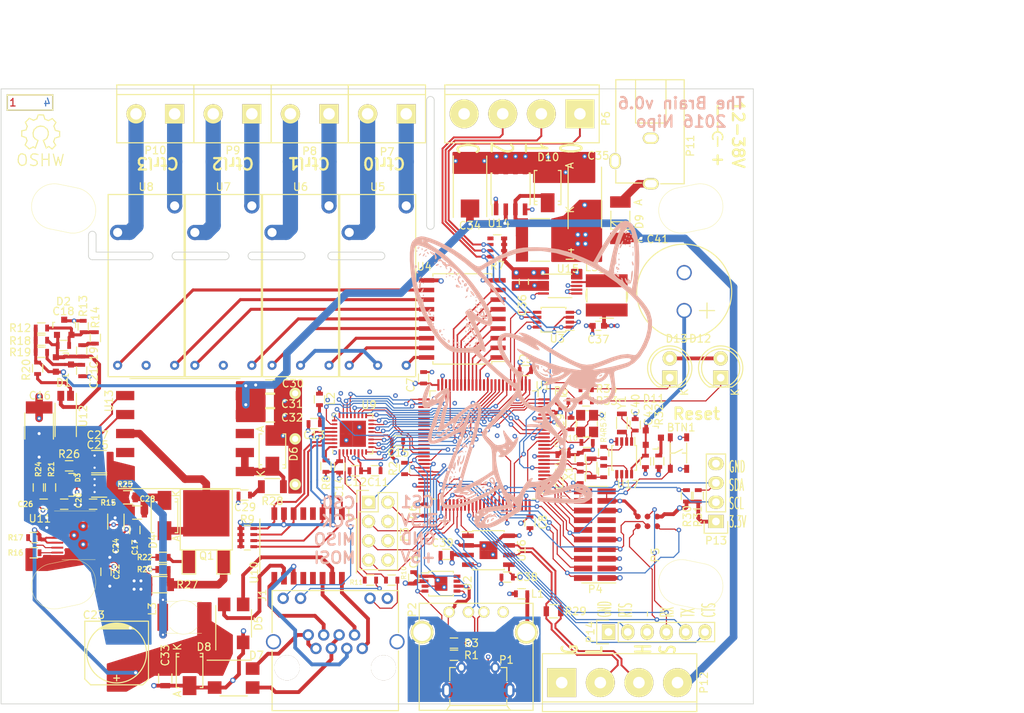
<source format=kicad_pcb>
(kicad_pcb (version 4) (host pcbnew 4.0.4-stable)

  (general
    (links 425)
    (no_connects 0)
    (area 50.449999 59.449999 149.550001 140.550001)
    (thickness 1.6)
    (drawings 54)
    (tracks 2005)
    (zones 0)
    (modules 142)
    (nets 172)
  )

  (page A4)
  (layers
    (0 F.Cu signal)
    (1 In1.Cu power)
    (2 In2.Cu power)
    (31 B.Cu signal)
    (32 B.Adhes user hide)
    (33 F.Adhes user hide)
    (34 B.Paste user hide)
    (35 F.Paste user hide)
    (36 B.SilkS user hide)
    (37 F.SilkS user)
    (38 B.Mask user)
    (39 F.Mask user hide)
    (40 Dwgs.User user)
    (41 Cmts.User user)
    (42 Eco1.User user)
    (43 Eco2.User user)
    (44 Edge.Cuts user)
    (45 Margin user)
    (46 B.CrtYd user)
    (47 F.CrtYd user)
    (48 B.Fab user hide)
    (49 F.Fab user hide)
  )

  (setup
    (last_trace_width 0.25)
    (user_trace_width 0.1524)
    (user_trace_width 0.2)
    (user_trace_width 0.25)
    (user_trace_width 0.4)
    (user_trace_width 0.5)
    (user_trace_width 1)
    (user_trace_width 2)
    (trace_clearance 0.1524)
    (zone_clearance 0.2)
    (zone_45_only yes)
    (trace_min 0.1524)
    (segment_width 0.2)
    (edge_width 0.1)
    (via_size 0.6048)
    (via_drill 0.3)
    (via_min_size 0.6048)
    (via_min_drill 0.3)
    (user_via 0.6048 0.3)
    (user_via 0.8 0.4)
    (user_via 1 0.5)
    (user_via 1.5 1)
    (uvia_size 0.3)
    (uvia_drill 0.1)
    (uvias_allowed no)
    (uvia_min_size 0.2)
    (uvia_min_drill 0.1)
    (pcb_text_width 0.3)
    (pcb_text_size 1.5 1.5)
    (mod_edge_width 0.15)
    (mod_text_size 1 1)
    (mod_text_width 0.15)
    (pad_size 4 4)
    (pad_drill 3.2)
    (pad_to_mask_clearance 0)
    (aux_axis_origin 0 0)
    (visible_elements FFFFEF7F)
    (pcbplotparams
      (layerselection 0x00030_ffffffff)
      (usegerberextensions false)
      (excludeedgelayer true)
      (linewidth 0.100000)
      (plotframeref false)
      (viasonmask false)
      (mode 1)
      (useauxorigin false)
      (hpglpennumber 1)
      (hpglpenspeed 20)
      (hpglpendiameter 15)
      (hpglpenoverlay 2)
      (psnegative false)
      (psa4output false)
      (plotreference true)
      (plotvalue true)
      (plotinvisibletext false)
      (padsonsilk false)
      (subtractmaskfromsilk false)
      (outputformat 1)
      (mirror false)
      (drillshape 1)
      (scaleselection 1)
      (outputdirectory ""))
  )

  (net 0 "")
  (net 1 +3V3)
  (net 2 /mcu/TMS)
  (net 3 GND)
  (net 4 /mcu/TCK)
  (net 5 /mcu/TDO)
  (net 6 /mcu/TDI)
  (net 7 /mcu/nRESET)
  (net 8 /mcu/TraceCLK)
  (net 9 /mcu/TraceData0)
  (net 10 /mcu/TraceData1)
  (net 11 /mcu/TraceData2)
  (net 12 /mcu/TraceData3)
  (net 13 "Net-(C9-Pad1)")
  (net 14 "Net-(C10-Pad1)")
  (net 15 "Net-(C18-Pad1)")
  (net 16 +5V)
  (net 17 "Net-(L1-Pad1)")
  (net 18 "Net-(J1-Pad10)")
  (net 19 "Net-(J1-Pad11)")
  (net 20 "Net-(P6-Pad2)")
  (net 21 "Net-(P6-Pad1)")
  (net 22 "Net-(P7-Pad2)")
  (net 23 "Net-(P7-Pad1)")
  (net 24 "Net-(U1-Pad82)")
  (net 25 "Net-(U1-Pad81)")
  (net 26 "/I2C / RTC / Extension/IRQ")
  (net 27 "/I2C / RTC / Extension/OSC_OUT")
  (net 28 "Net-(U1-Pad39)")
  (net 29 "Net-(U1-Pad40)")
  (net 30 "Net-(U1-Pad41)")
  (net 31 "Net-(U1-Pad42)")
  (net 32 "Net-(U1-Pad43)")
  (net 33 "Net-(U1-Pad44)")
  (net 34 "Net-(U1-Pad45)")
  (net 35 "Net-(U1-Pad46)")
  (net 36 /ethernet/POE_VC1-)
  (net 37 /ethernet/POE_VC1+)
  (net 38 /ethernet/POE_VC2-)
  (net 39 /ethernet/POE_VC2+)
  (net 40 "Net-(U1-Pad6)")
  (net 41 "Net-(U1-Pad38)")
  (net 42 "Net-(U1-Pad73)")
  (net 43 "Net-(U1-Pad91)")
  (net 44 "Net-(U1-Pad97)")
  (net 45 "Net-(U1-Pad98)")
  (net 46 "Net-(U9-Pad4)")
  (net 47 /ethernet/CLK_25M)
  (net 48 /mcu/ETH_PHY_nIRQ)
  (net 49 /mcu/ETH_PHY_nRESET)
  (net 50 /ethernet/MDC)
  (net 51 /ethernet/TX_D2)
  (net 52 /ethernet/TX_CLK)
  (net 53 /ethernet/RX_CLK)
  (net 54 /ethernet/MDIO)
  (net 55 /ethernet/RX_DV)
  (net 56 /ethernet/RX_D0)
  (net 57 /ethernet/RX_D1)
  (net 58 /ethernet/RX_D2)
  (net 59 /ethernet/RX_D3)
  (net 60 /ethernet/RX_ER)
  (net 61 /ethernet/TX_EN)
  (net 62 /ethernet/TX_D0)
  (net 63 /ethernet/TX_D1)
  (net 64 /ethernet/TX_D3)
  (net 65 /ethernet/CRS)
  (net 66 /ethernet/COL)
  (net 67 /ethernet/LAN_VDD)
  (net 68 /ethernet/TD-)
  (net 69 /ethernet/TD+)
  (net 70 /ethernet/RD-)
  (net 71 /ethernet/RD+)
  (net 72 /ethernet/ETH_RX-)
  (net 73 /ethernet/ETH_RX+)
  (net 74 /ethernet/ETH_TX-)
  (net 75 /ethernet/ETH_TX+)
  (net 76 "/I2C / RTC / Extension/SCL")
  (net 77 "/I2C / RTC / Extension/SDA")
  (net 78 GNDREF)
  (net 79 /mcu/USB_D+)
  (net 80 /mcu/USB_D-)
  (net 81 /can/CAN-)
  (net 82 /can/CAN+)
  (net 83 "Net-(U2-Pad7)")
  (net 84 "Net-(U2-Pad8)")
  (net 85 "Net-(U1-Pad53)")
  (net 86 "Net-(U1-Pad54)")
  (net 87 "Net-(U1-Pad60)")
  (net 88 "Net-(U1-Pad61)")
  (net 89 "Net-(U1-Pad62)")
  (net 90 "Net-(D6-Pad1)")
  (net 91 "Net-(L5-Pad2)")
  (net 92 /power/VCan)
  (net 93 "Net-(P11-Pad3)")
  (net 94 /mcu/Input_0)
  (net 95 /mcu/Input_1)
  (net 96 /mcu/Input_2)
  (net 97 /mcu/CS0)
  (net 98 /mcu/CS1)
  (net 99 /mcu/SCK)
  (net 100 /mcu/MOSI)
  (net 101 /mcu/MISO)
  (net 102 /poe/VPoe)
  (net 103 /poe/GPoe)
  (net 104 "Net-(C22-Pad1)")
  (net 105 "Net-(C29-Pad1)")
  (net 106 "Net-(D9-Pad2)")
  (net 107 "Net-(R15-Pad1)")
  (net 108 /poe/Feedback)
  (net 109 /poe/VPoe2)
  (net 110 "Net-(Q1-Pad3)")
  (net 111 "Net-(Q1-Pad1)")
  (net 112 /poe/VBias)
  (net 113 /mcu/USB_VBus)
  (net 114 "Net-(R2-Pad1)")
  (net 115 "Net-(C2-Pad1)")
  (net 116 "Net-(C4-Pad1)")
  (net 117 "Net-(C11-Pad1)")
  (net 118 "Net-(C18-Pad2)")
  (net 119 "Net-(C19-Pad2)")
  (net 120 "Net-(C20-Pad1)")
  (net 121 "Net-(C21-Pad1)")
  (net 122 "Net-(C24-Pad1)")
  (net 123 "Net-(C26-Pad2)")
  (net 124 "Net-(C28-Pad2)")
  (net 125 "Net-(C40-Pad1)")
  (net 126 "Net-(C41-Pad1)")
  (net 127 "Net-(D3-Pad1)")
  (net 128 "Net-(D3-Pad2)")
  (net 129 "Net-(D4-Pad2)")
  (net 130 "Net-(D10-Pad1)")
  (net 131 "Net-(D11-Pad3)")
  (net 132 "Net-(P1-Pad1)")
  (net 133 "Net-(P1-Pad4)")
  (net 134 "Net-(P4-Pad11)")
  (net 135 "Net-(P4-Pad13)")
  (net 136 "Net-(P6-Pad3)")
  (net 137 "Net-(P8-Pad1)")
  (net 138 "Net-(P8-Pad2)")
  (net 139 "Net-(P9-Pad1)")
  (net 140 "Net-(P9-Pad2)")
  (net 141 "Net-(P10-Pad1)")
  (net 142 "Net-(P10-Pad2)")
  (net 143 "Net-(R7-Pad5)")
  (net 144 "Net-(R8-Pad1)")
  (net 145 "Net-(R10-Pad1)")
  (net 146 "Net-(R11-Pad1)")
  (net 147 "Net-(R16-Pad1)")
  (net 148 "Net-(R17-Pad2)")
  (net 149 "Net-(R20-Pad2)")
  (net 150 "Net-(R22-Pad2)")
  (net 151 "Net-(R26-Pad1)")
  (net 152 "Net-(U4-Pad11)")
  (net 153 "Net-(U4-Pad12)")
  (net 154 "Net-(U4-Pad13)")
  (net 155 "Net-(U4-Pad14)")
  (net 156 "Net-(U4-Pad15)")
  (net 157 "Net-(U4-Pad16)")
  (net 158 "Net-(U4-Pad17)")
  (net 159 "Net-(U4-Pad18)")
  (net 160 "Net-(U17-Pad2)")
  (net 161 "Net-(U1-Pad63)")
  (net 162 "Net-(P14-Pad3)")
  (net 163 "Net-(U1-Pad88)")
  (net 164 /mcu/U2RX)
  (net 165 /mcu/U2TX)
  (net 166 /mcu/U2RTS)
  (net 167 /mcu/U2CTS)
  (net 168 "Net-(D12-Pad1)")
  (net 169 "Net-(D13-Pad1)")
  (net 170 "Net-(R34-Pad1)")
  (net 171 "Net-(R33-Pad1)")

  (net_class Default "This is the default net class."
    (clearance 0.1524)
    (trace_width 0.1524)
    (via_dia 0.6048)
    (via_drill 0.3)
    (uvia_dia 0.3)
    (uvia_drill 0.1)
    (add_net "/I2C / RTC / Extension/IRQ")
    (add_net "/I2C / RTC / Extension/OSC_OUT")
    (add_net "/I2C / RTC / Extension/SCL")
    (add_net "/I2C / RTC / Extension/SDA")
    (add_net /can/CAN+)
    (add_net /can/CAN-)
    (add_net /ethernet/CLK_25M)
    (add_net /ethernet/COL)
    (add_net /ethernet/CRS)
    (add_net /ethernet/MDC)
    (add_net /ethernet/MDIO)
    (add_net /ethernet/RX_CLK)
    (add_net /ethernet/RX_D0)
    (add_net /ethernet/RX_D1)
    (add_net /ethernet/RX_D2)
    (add_net /ethernet/RX_D3)
    (add_net /ethernet/RX_DV)
    (add_net /ethernet/RX_ER)
    (add_net /ethernet/TX_CLK)
    (add_net /ethernet/TX_D0)
    (add_net /ethernet/TX_D1)
    (add_net /ethernet/TX_D2)
    (add_net /ethernet/TX_D3)
    (add_net /ethernet/TX_EN)
    (add_net /mcu/CS0)
    (add_net /mcu/CS1)
    (add_net /mcu/ETH_PHY_nIRQ)
    (add_net /mcu/ETH_PHY_nRESET)
    (add_net /mcu/Input_0)
    (add_net /mcu/Input_1)
    (add_net /mcu/Input_2)
    (add_net /mcu/MISO)
    (add_net /mcu/MOSI)
    (add_net /mcu/SCK)
    (add_net /mcu/TCK)
    (add_net /mcu/TDI)
    (add_net /mcu/TDO)
    (add_net /mcu/TMS)
    (add_net /mcu/TraceCLK)
    (add_net /mcu/TraceData0)
    (add_net /mcu/TraceData1)
    (add_net /mcu/TraceData2)
    (add_net /mcu/TraceData3)
    (add_net /mcu/U2CTS)
    (add_net /mcu/U2RTS)
    (add_net /mcu/U2RX)
    (add_net /mcu/U2TX)
    (add_net /mcu/USB_D+)
    (add_net /mcu/USB_D-)
    (add_net /mcu/USB_VBus)
    (add_net /mcu/nRESET)
    (add_net /poe/Feedback)
    (add_net /poe/VBias)
    (add_net /poe/VPoe2)
    (add_net GND)
    (add_net "Net-(C10-Pad1)")
    (add_net "Net-(C11-Pad1)")
    (add_net "Net-(C18-Pad1)")
    (add_net "Net-(C18-Pad2)")
    (add_net "Net-(C19-Pad2)")
    (add_net "Net-(C2-Pad1)")
    (add_net "Net-(C20-Pad1)")
    (add_net "Net-(C21-Pad1)")
    (add_net "Net-(C22-Pad1)")
    (add_net "Net-(C24-Pad1)")
    (add_net "Net-(C26-Pad2)")
    (add_net "Net-(C28-Pad2)")
    (add_net "Net-(C29-Pad1)")
    (add_net "Net-(C4-Pad1)")
    (add_net "Net-(C40-Pad1)")
    (add_net "Net-(C41-Pad1)")
    (add_net "Net-(C9-Pad1)")
    (add_net "Net-(D10-Pad1)")
    (add_net "Net-(D11-Pad3)")
    (add_net "Net-(D12-Pad1)")
    (add_net "Net-(D13-Pad1)")
    (add_net "Net-(D3-Pad1)")
    (add_net "Net-(D3-Pad2)")
    (add_net "Net-(D4-Pad2)")
    (add_net "Net-(D6-Pad1)")
    (add_net "Net-(D9-Pad2)")
    (add_net "Net-(J1-Pad10)")
    (add_net "Net-(J1-Pad11)")
    (add_net "Net-(L1-Pad1)")
    (add_net "Net-(L5-Pad2)")
    (add_net "Net-(P1-Pad1)")
    (add_net "Net-(P1-Pad4)")
    (add_net "Net-(P10-Pad1)")
    (add_net "Net-(P10-Pad2)")
    (add_net "Net-(P11-Pad3)")
    (add_net "Net-(P14-Pad3)")
    (add_net "Net-(P4-Pad11)")
    (add_net "Net-(P4-Pad13)")
    (add_net "Net-(P6-Pad1)")
    (add_net "Net-(P6-Pad2)")
    (add_net "Net-(P6-Pad3)")
    (add_net "Net-(P7-Pad1)")
    (add_net "Net-(P7-Pad2)")
    (add_net "Net-(P8-Pad1)")
    (add_net "Net-(P8-Pad2)")
    (add_net "Net-(P9-Pad1)")
    (add_net "Net-(P9-Pad2)")
    (add_net "Net-(Q1-Pad1)")
    (add_net "Net-(Q1-Pad3)")
    (add_net "Net-(R10-Pad1)")
    (add_net "Net-(R11-Pad1)")
    (add_net "Net-(R15-Pad1)")
    (add_net "Net-(R16-Pad1)")
    (add_net "Net-(R17-Pad2)")
    (add_net "Net-(R2-Pad1)")
    (add_net "Net-(R20-Pad2)")
    (add_net "Net-(R22-Pad2)")
    (add_net "Net-(R26-Pad1)")
    (add_net "Net-(R33-Pad1)")
    (add_net "Net-(R34-Pad1)")
    (add_net "Net-(R7-Pad5)")
    (add_net "Net-(R8-Pad1)")
    (add_net "Net-(U1-Pad38)")
    (add_net "Net-(U1-Pad39)")
    (add_net "Net-(U1-Pad40)")
    (add_net "Net-(U1-Pad41)")
    (add_net "Net-(U1-Pad42)")
    (add_net "Net-(U1-Pad43)")
    (add_net "Net-(U1-Pad44)")
    (add_net "Net-(U1-Pad45)")
    (add_net "Net-(U1-Pad46)")
    (add_net "Net-(U1-Pad53)")
    (add_net "Net-(U1-Pad54)")
    (add_net "Net-(U1-Pad6)")
    (add_net "Net-(U1-Pad60)")
    (add_net "Net-(U1-Pad61)")
    (add_net "Net-(U1-Pad62)")
    (add_net "Net-(U1-Pad63)")
    (add_net "Net-(U1-Pad73)")
    (add_net "Net-(U1-Pad81)")
    (add_net "Net-(U1-Pad82)")
    (add_net "Net-(U1-Pad88)")
    (add_net "Net-(U1-Pad91)")
    (add_net "Net-(U1-Pad97)")
    (add_net "Net-(U1-Pad98)")
    (add_net "Net-(U17-Pad2)")
    (add_net "Net-(U2-Pad7)")
    (add_net "Net-(U2-Pad8)")
    (add_net "Net-(U4-Pad11)")
    (add_net "Net-(U4-Pad12)")
    (add_net "Net-(U4-Pad13)")
    (add_net "Net-(U4-Pad14)")
    (add_net "Net-(U4-Pad15)")
    (add_net "Net-(U4-Pad16)")
    (add_net "Net-(U4-Pad17)")
    (add_net "Net-(U4-Pad18)")
    (add_net "Net-(U9-Pad4)")
  )

  (net_class More ""
    (clearance 0.2)
    (trace_width 0.25)
    (via_dia 0.6048)
    (via_drill 0.3)
    (uvia_dia 0.3)
    (uvia_drill 0.1)
    (add_net /ethernet/RD+)
    (add_net /ethernet/RD-)
    (add_net /ethernet/TD+)
    (add_net /ethernet/TD-)
  )

  (net_class Power ""
    (clearance 0.1524)
    (trace_width 0.5)
    (via_dia 0.7)
    (via_drill 0.4)
    (uvia_dia 0.3)
    (uvia_drill 0.1)
    (add_net +3V3)
    (add_net +5V)
    (add_net /ethernet/ETH_RX+)
    (add_net /ethernet/ETH_RX-)
    (add_net /ethernet/ETH_TX+)
    (add_net /ethernet/ETH_TX-)
    (add_net /ethernet/LAN_VDD)
    (add_net /ethernet/POE_VC1+)
    (add_net /ethernet/POE_VC1-)
    (add_net /ethernet/POE_VC2+)
    (add_net /ethernet/POE_VC2-)
    (add_net /poe/GPoe)
    (add_net /poe/VPoe)
    (add_net /power/VCan)
    (add_net GNDREF)
  )

  (net_class Power2 ""
    (clearance 1)
    (trace_width 0.5)
    (via_dia 1)
    (via_drill 0.5)
    (uvia_dia 0.3)
    (uvia_drill 0.1)
  )

  (module Connect:bornier4 (layer F.Cu) (tedit 0) (tstamp 57C37980)
    (at 131.9 137.7)
    (descr "Bornier d'alimentation 4 pins")
    (tags DEV)
    (path /57A213DC/57A21746)
    (fp_text reference P12 (at 11.1 0 270) (layer F.SilkS)
      (effects (font (size 1 1) (thickness 0.15)))
    )
    (fp_text value CAN (at -0.1 0.4) (layer F.Fab)
      (effects (font (size 1 1) (thickness 0.15)))
    )
    (fp_line (start -10.16 -3.81) (end -10.16 3.81) (layer F.SilkS) (width 0.15))
    (fp_line (start 10.16 3.81) (end 10.16 -3.81) (layer F.SilkS) (width 0.15))
    (fp_line (start 10.16 2.54) (end -10.16 2.54) (layer F.SilkS) (width 0.15))
    (fp_line (start -10.16 -3.81) (end 10.16 -3.81) (layer F.SilkS) (width 0.15))
    (fp_line (start -10.16 3.81) (end 10.16 3.81) (layer F.SilkS) (width 0.15))
    (pad 2 thru_hole circle (at -2.54 0) (size 3.81 3.81) (drill 1.524) (layers *.Cu *.Mask F.SilkS)
      (net 81 /can/CAN-))
    (pad 3 thru_hole circle (at 2.54 0) (size 3.81 3.81) (drill 1.524) (layers *.Cu *.Mask F.SilkS)
      (net 82 /can/CAN+))
    (pad 1 thru_hole rect (at -7.62 0) (size 3.81 3.81) (drill 1.524) (layers *.Cu *.Mask F.SilkS)
      (net 3 GND))
    (pad 4 thru_hole circle (at 7.62 0) (size 3.81 3.81) (drill 1.524) (layers *.Cu *.Mask F.SilkS)
      (net 92 /power/VCan))
    (model Connect.3dshapes/bornier4.wrl
      (at (xyz 0 0 0))
      (scale (xyz 1 1 1))
      (rotate (xyz 0 0 0))
    )
  )

  (module Pin_Headers:Pin_Header_Straight_1x04 (layer F.Cu) (tedit 0) (tstamp 57C3744D)
    (at 144.58 116.48 180)
    (descr "Through hole pin header")
    (tags "pin header")
    (path /57A213DD/57BEEED1)
    (fp_text reference P13 (at -0.02 -2.52 360) (layer F.SilkS)
      (effects (font (size 1 1) (thickness 0.15)))
    )
    (fp_text value I2C_EXT (at -0.1 3.94 270) (layer F.Fab)
      (effects (font (size 1 1) (thickness 0.15)))
    )
    (fp_line (start -1.75 -1.75) (end -1.75 9.4) (layer F.CrtYd) (width 0.05))
    (fp_line (start 1.75 -1.75) (end 1.75 9.4) (layer F.CrtYd) (width 0.05))
    (fp_line (start -1.75 -1.75) (end 1.75 -1.75) (layer F.CrtYd) (width 0.05))
    (fp_line (start -1.75 9.4) (end 1.75 9.4) (layer F.CrtYd) (width 0.05))
    (fp_line (start -1.27 1.27) (end -1.27 8.89) (layer F.SilkS) (width 0.15))
    (fp_line (start 1.27 1.27) (end 1.27 8.89) (layer F.SilkS) (width 0.15))
    (fp_line (start 1.55 -1.55) (end 1.55 0) (layer F.SilkS) (width 0.15))
    (fp_line (start -1.27 8.89) (end 1.27 8.89) (layer F.SilkS) (width 0.15))
    (fp_line (start 1.27 1.27) (end -1.27 1.27) (layer F.SilkS) (width 0.15))
    (fp_line (start -1.55 0) (end -1.55 -1.55) (layer F.SilkS) (width 0.15))
    (fp_line (start -1.55 -1.55) (end 1.55 -1.55) (layer F.SilkS) (width 0.15))
    (pad 1 thru_hole rect (at 0 0 180) (size 2.032 1.7272) (drill 1.016) (layers *.Cu *.Mask F.SilkS)
      (net 1 +3V3))
    (pad 2 thru_hole oval (at 0 2.54 180) (size 2.032 1.7272) (drill 1.016) (layers *.Cu *.Mask F.SilkS)
      (net 76 "/I2C / RTC / Extension/SCL"))
    (pad 3 thru_hole oval (at 0 5.08 180) (size 2.032 1.7272) (drill 1.016) (layers *.Cu *.Mask F.SilkS)
      (net 77 "/I2C / RTC / Extension/SDA"))
    (pad 4 thru_hole oval (at 0 7.62 180) (size 2.032 1.7272) (drill 1.016) (layers *.Cu *.Mask F.SilkS)
      (net 3 GND))
    (model Pin_Headers.3dshapes/Pin_Header_Straight_1x04.wrl
      (at (xyz 0 -0.15 0))
      (scale (xyz 1 1 1))
      (rotate (xyz 0 0 90))
    )
  )

  (module Connect:USB_A (layer F.Cu) (tedit 5543E289) (tstamp 57C37A26)
    (at 109.45914 128.40212)
    (descr "USB A connector")
    (tags "USB USB_A")
    (path /57A213D7/57BD5361)
    (fp_text reference P2 (at -4.85914 -0.30212 270) (layer F.SilkS)
      (effects (font (size 1 1) (thickness 0.15)))
    )
    (fp_text value USBA (at 3.74086 2.49788) (layer F.Fab)
      (effects (font (size 1 1) (thickness 0.15)))
    )
    (fp_line (start -5.3 13.2) (end -5.3 -1.4) (layer F.CrtYd) (width 0.05))
    (fp_line (start 11.95 -1.4) (end 11.95 13.2) (layer F.CrtYd) (width 0.05))
    (fp_line (start -5.3 13.2) (end 11.95 13.2) (layer F.CrtYd) (width 0.05))
    (fp_line (start -5.3 -1.4) (end 11.95 -1.4) (layer F.CrtYd) (width 0.05))
    (fp_line (start 11.04986 -1.14512) (end 11.04986 12.95188) (layer F.SilkS) (width 0.15))
    (fp_line (start -3.93614 12.95188) (end -3.93614 -1.14512) (layer F.SilkS) (width 0.15))
    (fp_line (start 11.04986 -1.14512) (end -3.93614 -1.14512) (layer F.SilkS) (width 0.15))
    (fp_line (start 11.04986 12.95188) (end -3.93614 12.95188) (layer F.SilkS) (width 0.15))
    (pad 4 thru_hole circle (at 7.11286 -0.00212 270) (size 1.50114 1.50114) (drill 1.00076) (layers *.Cu *.Mask F.SilkS)
      (net 3 GND))
    (pad 3 thru_hole circle (at 4.57286 -0.00212 270) (size 1.50114 1.50114) (drill 1.00076) (layers *.Cu *.Mask F.SilkS)
      (net 79 /mcu/USB_D+))
    (pad 2 thru_hole circle (at 2.54086 -0.00212 270) (size 1.50114 1.50114) (drill 1.00076) (layers *.Cu *.Mask F.SilkS)
      (net 80 /mcu/USB_D-))
    (pad 1 thru_hole circle (at 0.00086 -0.00212 270) (size 1.50114 1.50114) (drill 1.00076) (layers *.Cu *.Mask F.SilkS)
      (net 113 /mcu/USB_VBus))
    (pad 5 thru_hole circle (at 10.16086 2.66488 270) (size 2.99974 2.99974) (drill 2.30124) (layers *.Cu *.Mask F.SilkS)
      (net 17 "Net-(L1-Pad1)"))
    (pad 5 thru_hole circle (at -3.55514 2.66488 270) (size 2.99974 2.99974) (drill 2.30124) (layers *.Cu *.Mask F.SilkS)
      (net 17 "Net-(L1-Pad1)"))
    (model Connect.3dshapes/USB_A.wrl
      (at (xyz 0.14 0 0))
      (scale (xyz 1 1 1))
      (rotate (xyz 0 0 90))
    )
  )

  (module Housings_QFP:LQFP-100_14x14mm_Pitch0.5mm (layer F.Cu) (tedit 54130A77) (tstamp 57C377BF)
    (at 114.05 106.4 180)
    (descr "LQFP100: plastic low profile quad flat package; 100 leads; body 14 x 14 x 1.4 mm (see NXP sot407-1_po.pdf and sot407-1_fr.pdf)")
    (tags "QFP 0.5")
    (path /57A213D7/57BCD0F0)
    (attr smd)
    (fp_text reference U1 (at -7.75 7.8 180) (layer F.SilkS)
      (effects (font (size 1 1) (thickness 0.15)))
    )
    (fp_text value STM32F107VCT (at 0.25 1.3 180) (layer F.Fab)
      (effects (font (size 1 1) (thickness 0.15)))
    )
    (fp_line (start -8.9 -8.9) (end -8.9 8.9) (layer F.CrtYd) (width 0.05))
    (fp_line (start 8.9 -8.9) (end 8.9 8.9) (layer F.CrtYd) (width 0.05))
    (fp_line (start -8.9 -8.9) (end 8.9 -8.9) (layer F.CrtYd) (width 0.05))
    (fp_line (start -8.9 8.9) (end 8.9 8.9) (layer F.CrtYd) (width 0.05))
    (fp_line (start -7.125 -7.125) (end -7.125 -6.365) (layer F.SilkS) (width 0.15))
    (fp_line (start 7.125 -7.125) (end 7.125 -6.365) (layer F.SilkS) (width 0.15))
    (fp_line (start 7.125 7.125) (end 7.125 6.365) (layer F.SilkS) (width 0.15))
    (fp_line (start -7.125 7.125) (end -7.125 6.365) (layer F.SilkS) (width 0.15))
    (fp_line (start -7.125 -7.125) (end -6.365 -7.125) (layer F.SilkS) (width 0.15))
    (fp_line (start -7.125 7.125) (end -6.365 7.125) (layer F.SilkS) (width 0.15))
    (fp_line (start 7.125 7.125) (end 6.365 7.125) (layer F.SilkS) (width 0.15))
    (fp_line (start 7.125 -7.125) (end 6.365 -7.125) (layer F.SilkS) (width 0.15))
    (fp_line (start -7.125 -6.365) (end -8.65 -6.365) (layer F.SilkS) (width 0.15))
    (pad 1 smd rect (at -7.9 -6 180) (size 1.5 0.28) (layers F.Cu F.Paste F.Mask)
      (net 8 /mcu/TraceCLK))
    (pad 2 smd rect (at -7.9 -5.5 180) (size 1.5 0.28) (layers F.Cu F.Paste F.Mask)
      (net 9 /mcu/TraceData0))
    (pad 3 smd rect (at -7.9 -5 180) (size 1.5 0.28) (layers F.Cu F.Paste F.Mask)
      (net 10 /mcu/TraceData1))
    (pad 4 smd rect (at -7.9 -4.5 180) (size 1.5 0.28) (layers F.Cu F.Paste F.Mask)
      (net 11 /mcu/TraceData2))
    (pad 5 smd rect (at -7.9 -4 180) (size 1.5 0.28) (layers F.Cu F.Paste F.Mask)
      (net 12 /mcu/TraceData3))
    (pad 6 smd rect (at -7.9 -3.5 180) (size 1.5 0.28) (layers F.Cu F.Paste F.Mask)
      (net 40 "Net-(U1-Pad6)"))
    (pad 7 smd rect (at -7.9 -3 180) (size 1.5 0.28) (layers F.Cu F.Paste F.Mask)
      (net 170 "Net-(R34-Pad1)"))
    (pad 8 smd rect (at -7.9 -2.5 180) (size 1.5 0.28) (layers F.Cu F.Paste F.Mask)
      (net 115 "Net-(C2-Pad1)"))
    (pad 9 smd rect (at -7.9 -2 180) (size 1.5 0.28) (layers F.Cu F.Paste F.Mask)
      (net 116 "Net-(C4-Pad1)"))
    (pad 10 smd rect (at -7.9 -1.5 180) (size 1.5 0.28) (layers F.Cu F.Paste F.Mask)
      (net 3 GND))
    (pad 11 smd rect (at -7.9 -1 180) (size 1.5 0.28) (layers F.Cu F.Paste F.Mask)
      (net 1 +3V3))
    (pad 12 smd rect (at -7.9 -0.5 180) (size 1.5 0.28) (layers F.Cu F.Paste F.Mask)
      (net 14 "Net-(C10-Pad1)"))
    (pad 13 smd rect (at -7.9 0 180) (size 1.5 0.28) (layers F.Cu F.Paste F.Mask)
      (net 13 "Net-(C9-Pad1)"))
    (pad 14 smd rect (at -7.9 0.5 180) (size 1.5 0.28) (layers F.Cu F.Paste F.Mask)
      (net 7 /mcu/nRESET))
    (pad 15 smd rect (at -7.9 1 180) (size 1.5 0.28) (layers F.Cu F.Paste F.Mask)
      (net 96 /mcu/Input_2))
    (pad 16 smd rect (at -7.9 1.5 180) (size 1.5 0.28) (layers F.Cu F.Paste F.Mask)
      (net 50 /ethernet/MDC))
    (pad 17 smd rect (at -7.9 2 180) (size 1.5 0.28) (layers F.Cu F.Paste F.Mask)
      (net 51 /ethernet/TX_D2))
    (pad 18 smd rect (at -7.9 2.5 180) (size 1.5 0.28) (layers F.Cu F.Paste F.Mask)
      (net 52 /ethernet/TX_CLK))
    (pad 19 smd rect (at -7.9 3 180) (size 1.5 0.28) (layers F.Cu F.Paste F.Mask)
      (net 3 GND))
    (pad 20 smd rect (at -7.9 3.5 180) (size 1.5 0.28) (layers F.Cu F.Paste F.Mask)
      (net 3 GND))
    (pad 21 smd rect (at -7.9 4 180) (size 1.5 0.28) (layers F.Cu F.Paste F.Mask)
      (net 1 +3V3))
    (pad 22 smd rect (at -7.9 4.5 180) (size 1.5 0.28) (layers F.Cu F.Paste F.Mask)
      (net 1 +3V3))
    (pad 23 smd rect (at -7.9 5 180) (size 1.5 0.28) (layers F.Cu F.Paste F.Mask)
      (net 65 /ethernet/CRS))
    (pad 24 smd rect (at -7.9 5.5 180) (size 1.5 0.28) (layers F.Cu F.Paste F.Mask)
      (net 53 /ethernet/RX_CLK))
    (pad 25 smd rect (at -7.9 6 180) (size 1.5 0.28) (layers F.Cu F.Paste F.Mask)
      (net 54 /ethernet/MDIO))
    (pad 26 smd rect (at -6 7.9 270) (size 1.5 0.28) (layers F.Cu F.Paste F.Mask)
      (net 66 /ethernet/COL))
    (pad 27 smd rect (at -5.5 7.9 270) (size 1.5 0.28) (layers F.Cu F.Paste F.Mask)
      (net 3 GND))
    (pad 28 smd rect (at -5 7.9 270) (size 1.5 0.28) (layers F.Cu F.Paste F.Mask)
      (net 1 +3V3))
    (pad 29 smd rect (at -4.5 7.9 270) (size 1.5 0.28) (layers F.Cu F.Paste F.Mask)
      (net 97 /mcu/CS0))
    (pad 30 smd rect (at -4 7.9 270) (size 1.5 0.28) (layers F.Cu F.Paste F.Mask)
      (net 94 /mcu/Input_0))
    (pad 31 smd rect (at -3.5 7.9 270) (size 1.5 0.28) (layers F.Cu F.Paste F.Mask)
      (net 95 /mcu/Input_1))
    (pad 32 smd rect (at -3 7.9 270) (size 1.5 0.28) (layers F.Cu F.Paste F.Mask)
      (net 55 /ethernet/RX_DV))
    (pad 33 smd rect (at -2.5 7.9 270) (size 1.5 0.28) (layers F.Cu F.Paste F.Mask)
      (net 56 /ethernet/RX_D0))
    (pad 34 smd rect (at -2 7.9 270) (size 1.5 0.28) (layers F.Cu F.Paste F.Mask)
      (net 57 /ethernet/RX_D1))
    (pad 35 smd rect (at -1.5 7.9 270) (size 1.5 0.28) (layers F.Cu F.Paste F.Mask)
      (net 58 /ethernet/RX_D2))
    (pad 36 smd rect (at -1 7.9 270) (size 1.5 0.28) (layers F.Cu F.Paste F.Mask)
      (net 59 /ethernet/RX_D3))
    (pad 37 smd rect (at -0.5 7.9 270) (size 1.5 0.28) (layers F.Cu F.Paste F.Mask)
      (net 3 GND))
    (pad 38 smd rect (at 0 7.9 270) (size 1.5 0.28) (layers F.Cu F.Paste F.Mask)
      (net 41 "Net-(U1-Pad38)"))
    (pad 39 smd rect (at 0.5 7.9 270) (size 1.5 0.28) (layers F.Cu F.Paste F.Mask)
      (net 28 "Net-(U1-Pad39)"))
    (pad 40 smd rect (at 1 7.9 270) (size 1.5 0.28) (layers F.Cu F.Paste F.Mask)
      (net 29 "Net-(U1-Pad40)"))
    (pad 41 smd rect (at 1.5 7.9 270) (size 1.5 0.28) (layers F.Cu F.Paste F.Mask)
      (net 30 "Net-(U1-Pad41)"))
    (pad 42 smd rect (at 2 7.9 270) (size 1.5 0.28) (layers F.Cu F.Paste F.Mask)
      (net 31 "Net-(U1-Pad42)"))
    (pad 43 smd rect (at 2.5 7.9 270) (size 1.5 0.28) (layers F.Cu F.Paste F.Mask)
      (net 32 "Net-(U1-Pad43)"))
    (pad 44 smd rect (at 3 7.9 270) (size 1.5 0.28) (layers F.Cu F.Paste F.Mask)
      (net 33 "Net-(U1-Pad44)"))
    (pad 45 smd rect (at 3.5 7.9 270) (size 1.5 0.28) (layers F.Cu F.Paste F.Mask)
      (net 34 "Net-(U1-Pad45)"))
    (pad 46 smd rect (at 4 7.9 270) (size 1.5 0.28) (layers F.Cu F.Paste F.Mask)
      (net 35 "Net-(U1-Pad46)"))
    (pad 47 smd rect (at 4.5 7.9 270) (size 1.5 0.28) (layers F.Cu F.Paste F.Mask)
      (net 60 /ethernet/RX_ER))
    (pad 48 smd rect (at 5 7.9 270) (size 1.5 0.28) (layers F.Cu F.Paste F.Mask)
      (net 61 /ethernet/TX_EN))
    (pad 49 smd rect (at 5.5 7.9 270) (size 1.5 0.28) (layers F.Cu F.Paste F.Mask)
      (net 3 GND))
    (pad 50 smd rect (at 6 7.9 270) (size 1.5 0.28) (layers F.Cu F.Paste F.Mask)
      (net 1 +3V3))
    (pad 51 smd rect (at 7.9 6 180) (size 1.5 0.28) (layers F.Cu F.Paste F.Mask)
      (net 62 /ethernet/TX_D0))
    (pad 52 smd rect (at 7.9 5.5 180) (size 1.5 0.28) (layers F.Cu F.Paste F.Mask)
      (net 63 /ethernet/TX_D1))
    (pad 53 smd rect (at 7.9 5 180) (size 1.5 0.28) (layers F.Cu F.Paste F.Mask)
      (net 85 "Net-(U1-Pad53)"))
    (pad 54 smd rect (at 7.9 4.5 180) (size 1.5 0.28) (layers F.Cu F.Paste F.Mask)
      (net 86 "Net-(U1-Pad54)"))
    (pad 55 smd rect (at 7.9 4 180) (size 1.5 0.28) (layers F.Cu F.Paste F.Mask))
    (pad 56 smd rect (at 7.9 3.5 180) (size 1.5 0.28) (layers F.Cu F.Paste F.Mask))
    (pad 57 smd rect (at 7.9 3 180) (size 1.5 0.28) (layers F.Cu F.Paste F.Mask))
    (pad 58 smd rect (at 7.9 2.5 180) (size 1.5 0.28) (layers F.Cu F.Paste F.Mask))
    (pad 59 smd rect (at 7.9 2 180) (size 1.5 0.28) (layers F.Cu F.Paste F.Mask))
    (pad 60 smd rect (at 7.9 1.5 180) (size 1.5 0.28) (layers F.Cu F.Paste F.Mask)
      (net 87 "Net-(U1-Pad60)"))
    (pad 61 smd rect (at 7.9 1 180) (size 1.5 0.28) (layers F.Cu F.Paste F.Mask)
      (net 88 "Net-(U1-Pad61)"))
    (pad 62 smd rect (at 7.9 0.5 180) (size 1.5 0.28) (layers F.Cu F.Paste F.Mask)
      (net 89 "Net-(U1-Pad62)"))
    (pad 63 smd rect (at 7.9 0 180) (size 1.5 0.28) (layers F.Cu F.Paste F.Mask)
      (net 161 "Net-(U1-Pad63)"))
    (pad 64 smd rect (at 7.9 -0.5 180) (size 1.5 0.28) (layers F.Cu F.Paste F.Mask)
      (net 49 /mcu/ETH_PHY_nRESET))
    (pad 65 smd rect (at 7.9 -1 180) (size 1.5 0.28) (layers F.Cu F.Paste F.Mask)
      (net 48 /mcu/ETH_PHY_nIRQ))
    (pad 66 smd rect (at 7.9 -1.5 180) (size 1.5 0.28) (layers F.Cu F.Paste F.Mask)
      (net 114 "Net-(R2-Pad1)"))
    (pad 67 smd rect (at 7.9 -2 180) (size 1.5 0.28) (layers F.Cu F.Paste F.Mask)
      (net 47 /ethernet/CLK_25M))
    (pad 68 smd rect (at 7.9 -2.5 180) (size 1.5 0.28) (layers F.Cu F.Paste F.Mask)
      (net 113 /mcu/USB_VBus))
    (pad 69 smd rect (at 7.9 -3 180) (size 1.5 0.28) (layers F.Cu F.Paste F.Mask)
      (net 133 "Net-(P1-Pad4)"))
    (pad 70 smd rect (at 7.9 -3.5 180) (size 1.5 0.28) (layers F.Cu F.Paste F.Mask)
      (net 80 /mcu/USB_D-))
    (pad 71 smd rect (at 7.9 -4 180) (size 1.5 0.28) (layers F.Cu F.Paste F.Mask)
      (net 79 /mcu/USB_D+))
    (pad 72 smd rect (at 7.9 -4.5 180) (size 1.5 0.28) (layers F.Cu F.Paste F.Mask)
      (net 2 /mcu/TMS))
    (pad 73 smd rect (at 7.9 -5 180) (size 1.5 0.28) (layers F.Cu F.Paste F.Mask)
      (net 42 "Net-(U1-Pad73)"))
    (pad 74 smd rect (at 7.9 -5.5 180) (size 1.5 0.28) (layers F.Cu F.Paste F.Mask)
      (net 3 GND))
    (pad 75 smd rect (at 7.9 -6 180) (size 1.5 0.28) (layers F.Cu F.Paste F.Mask)
      (net 1 +3V3))
    (pad 76 smd rect (at 6 -7.9 270) (size 1.5 0.28) (layers F.Cu F.Paste F.Mask)
      (net 4 /mcu/TCK))
    (pad 77 smd rect (at 5.5 -7.9 270) (size 1.5 0.28) (layers F.Cu F.Paste F.Mask)
      (net 6 /mcu/TDI))
    (pad 78 smd rect (at 5 -7.9 270) (size 1.5 0.28) (layers F.Cu F.Paste F.Mask)
      (net 99 /mcu/SCK))
    (pad 79 smd rect (at 4.5 -7.9 270) (size 1.5 0.28) (layers F.Cu F.Paste F.Mask)
      (net 101 /mcu/MISO))
    (pad 80 smd rect (at 4 -7.9 270) (size 1.5 0.28) (layers F.Cu F.Paste F.Mask)
      (net 100 /mcu/MOSI))
    (pad 81 smd rect (at 3.5 -7.9 270) (size 1.5 0.28) (layers F.Cu F.Paste F.Mask)
      (net 25 "Net-(U1-Pad81)"))
    (pad 82 smd rect (at 3 -7.9 270) (size 1.5 0.28) (layers F.Cu F.Paste F.Mask)
      (net 24 "Net-(U1-Pad82)"))
    (pad 83 smd rect (at 2.5 -7.9 270) (size 1.5 0.28) (layers F.Cu F.Paste F.Mask)
      (net 98 /mcu/CS1))
    (pad 84 smd rect (at 2 -7.9 270) (size 1.5 0.28) (layers F.Cu F.Paste F.Mask)
      (net 167 /mcu/U2CTS))
    (pad 85 smd rect (at 1.5 -7.9 270) (size 1.5 0.28) (layers F.Cu F.Paste F.Mask)
      (net 166 /mcu/U2RTS))
    (pad 86 smd rect (at 1 -7.9 270) (size 1.5 0.28) (layers F.Cu F.Paste F.Mask)
      (net 165 /mcu/U2TX))
    (pad 87 smd rect (at 0.5 -7.9 270) (size 1.5 0.28) (layers F.Cu F.Paste F.Mask)
      (net 164 /mcu/U2RX))
    (pad 88 smd rect (at 0 -7.9 270) (size 1.5 0.28) (layers F.Cu F.Paste F.Mask)
      (net 163 "Net-(U1-Pad88)"))
    (pad 89 smd rect (at -0.5 -7.9 270) (size 1.5 0.28) (layers F.Cu F.Paste F.Mask)
      (net 5 /mcu/TDO))
    (pad 90 smd rect (at -1 -7.9 270) (size 1.5 0.28) (layers F.Cu F.Paste F.Mask)
      (net 3 GND))
    (pad 91 smd rect (at -1.5 -7.9 270) (size 1.5 0.28) (layers F.Cu F.Paste F.Mask)
      (net 43 "Net-(U1-Pad91)"))
    (pad 92 smd rect (at -2 -7.9 270) (size 1.5 0.28) (layers F.Cu F.Paste F.Mask)
      (net 76 "/I2C / RTC / Extension/SCL"))
    (pad 93 smd rect (at -2.5 -7.9 270) (size 1.5 0.28) (layers F.Cu F.Paste F.Mask)
      (net 77 "/I2C / RTC / Extension/SDA"))
    (pad 94 smd rect (at -3 -7.9 270) (size 1.5 0.28) (layers F.Cu F.Paste F.Mask)
      (net 3 GND))
    (pad 95 smd rect (at -3.5 -7.9 270) (size 1.5 0.28) (layers F.Cu F.Paste F.Mask)
      (net 64 /ethernet/TX_D3))
    (pad 96 smd rect (at -4 -7.9 270) (size 1.5 0.28) (layers F.Cu F.Paste F.Mask)
      (net 171 "Net-(R33-Pad1)"))
    (pad 97 smd rect (at -4.5 -7.9 270) (size 1.5 0.28) (layers F.Cu F.Paste F.Mask)
      (net 44 "Net-(U1-Pad97)"))
    (pad 98 smd rect (at -5 -7.9 270) (size 1.5 0.28) (layers F.Cu F.Paste F.Mask)
      (net 45 "Net-(U1-Pad98)"))
    (pad 99 smd rect (at -5.5 -7.9 270) (size 1.5 0.28) (layers F.Cu F.Paste F.Mask)
      (net 3 GND))
    (pad 100 smd rect (at -6 -7.9 270) (size 1.5 0.28) (layers F.Cu F.Paste F.Mask)
      (net 1 +3V3))
    (model Housings_QFP.3dshapes/LQFP-100_14x14mm_Pitch0.5mm.wrl
      (at (xyz 0 0 0))
      (scale (xyz 1 1 1))
      (rotate (xyz 0 0 0))
    )
  )

  (module Abracon:ABM8G (layer F.Cu) (tedit 582ABC35) (tstamp 57C37BAB)
    (at 127.62122 103.589165 90)
    (path /57A213D7/57BCDC66)
    (fp_text reference X2 (at 0.989165 2.07878 270) (layer F.SilkS)
      (effects (font (size 0.7 0.7) (thickness 0.1)))
    )
    (fp_text value 25MHz (at 1.089165 -0.02122 90) (layer F.Fab)
      (effects (font (size 1 1) (thickness 0.15)))
    )
    (fp_line (start -1.7 0.15) (end -1.7 -0.15) (layer F.SilkS) (width 0.15))
    (fp_line (start 0.3 1.35) (end -0.3 1.35) (layer F.SilkS) (width 0.15))
    (fp_line (start 1.7 -0.15) (end 1.7 0.15) (layer F.SilkS) (width 0.15))
    (fp_line (start -0.3 -1.35) (end 0.3 -1.35) (layer F.SilkS) (width 0.15))
    (fp_line (start -1.6 1.25) (end -1.6 -1.25) (layer F.CrtYd) (width 0.05))
    (fp_line (start 1.6 1.25) (end -1.6 1.25) (layer F.CrtYd) (width 0.05))
    (fp_line (start 1.6 -1.25) (end 1.6 1.25) (layer F.CrtYd) (width 0.05))
    (fp_line (start -1.6 -1.25) (end 1.6 -1.25) (layer F.CrtYd) (width 0.05))
    (pad 3 smd rect (at -1.1 -0.85 90) (size 1.4 1.2) (layers F.Cu F.Paste F.Mask)
      (net 3 GND))
    (pad 2 smd rect (at 1.1 -0.85 90) (size 1.4 1.2) (layers F.Cu F.Paste F.Mask)
      (net 13 "Net-(C9-Pad1)"))
    (pad 3 smd rect (at 1.1 0.85 90) (size 1.4 1.2) (layers F.Cu F.Paste F.Mask)
      (net 3 GND))
    (pad 1 smd rect (at -1.1 0.85 90) (size 1.4 1.2) (layers F.Cu F.Paste F.Mask)
      (net 14 "Net-(C10-Pad1)"))
    (model /Users/nipo/projects/hardware/kicad-library/Abracon.3dshapes/ABM8G.wrl
      (at (xyz 0 0 0))
      (scale (xyz 0.3937 0.3937 0.3937))
      (rotate (xyz -90 0 0))
    )
  )

  (module Abracon:ABS07 (layer F.Cu) (tedit 57C35276) (tstamp 57C37B85)
    (at 128.216 109.419 270)
    (descr http://www.abracon.com/Resonators/ABS07.pdf)
    (tags "ABS07 Crystal")
    (path /57A213D7/57BD5AA4)
    (fp_text reference X1 (at 0.681 3.016 270) (layer F.SilkS)
      (effects (font (size 1 1) (thickness 0.15)))
    )
    (fp_text value 32768Hz (at 0.881 0.016 270) (layer F.Fab)
      (effects (font (size 1 1) (thickness 0.15)))
    )
    (fp_line (start 0.75 0.7) (end -0.75 0.7) (layer F.SilkS) (width 0.15))
    (fp_line (start -0.75 -0.7) (end 0.75 -0.7) (layer F.SilkS) (width 0.15))
    (fp_line (start 1.6 -0.75) (end 1.6 0.75) (layer F.CrtYd) (width 0.05))
    (fp_line (start -1.6 -0.75) (end 1.6 -0.75) (layer F.CrtYd) (width 0.05))
    (fp_line (start 1.6 0.75) (end -1.6 0.75) (layer F.CrtYd) (width 0.05))
    (fp_line (start -1.6 0.75) (end -1.6 -0.75) (layer F.CrtYd) (width 0.05))
    (pad 1 smd rect (at -1.2 0 270) (size 0.6 1.3) (layers F.Cu F.Paste F.Mask)
      (net 116 "Net-(C4-Pad1)") (clearance 0.3))
    (pad 2 smd rect (at 1.2 0 270) (size 0.6 1.3) (layers F.Cu F.Paste F.Mask)
      (net 115 "Net-(C2-Pad1)") (clearance 0.3))
    (model /Users/nipo/projects/hardware/kicad-library/Abracon.3dshapes/ABS07.wrl
      (at (xyz 0 0 0))
      (scale (xyz 0.3937 0.3937 0.3937))
      (rotate (xyz -90 0 0))
    )
  )

  (module Abracon:ABS07 (layer F.Cu) (tedit 56F3EAF3) (tstamp 57C37B63)
    (at 132.2 103.5 270)
    (descr http://www.abracon.com/Resonators/ABS07.pdf)
    (tags "ABS07 Crystal")
    (path /57A213DD/57B577CF)
    (fp_text reference Y1 (at -2.7 0 270) (layer F.SilkS)
      (effects (font (size 1 1) (thickness 0.15)))
    )
    (fp_text value 32768Hz (at -2.1 -0.1 270) (layer F.Fab)
      (effects (font (size 1 1) (thickness 0.15)))
    )
    (fp_line (start 0.75 0.7) (end -0.75 0.7) (layer F.SilkS) (width 0.15))
    (fp_line (start -0.75 -0.7) (end 0.75 -0.7) (layer F.SilkS) (width 0.15))
    (fp_line (start 1.6 -0.75) (end 1.6 0.75) (layer F.CrtYd) (width 0.05))
    (fp_line (start -1.6 -0.75) (end 1.6 -0.75) (layer F.CrtYd) (width 0.05))
    (fp_line (start 1.6 0.75) (end -1.6 0.75) (layer F.CrtYd) (width 0.05))
    (fp_line (start -1.6 0.75) (end -1.6 -0.75) (layer F.CrtYd) (width 0.05))
    (pad 1 smd rect (at -1.2 0 270) (size 0.6 1.3) (layers F.Cu F.Paste F.Mask)
      (net 125 "Net-(C40-Pad1)") (clearance 0.3))
    (pad 2 smd rect (at 1.2 0 270) (size 0.6 1.3) (layers F.Cu F.Paste F.Mask)
      (net 160 "Net-(U17-Pad2)") (clearance 0.3))
    (model /Users/nipo/projects/hardware/kicad-library/Abracon.3dshapes/ABS07.wrl
      (at (xyz 0 0 0))
      (scale (xyz 0.3937 0.3937 0.3937))
      (rotate (xyz -90 0 0))
    )
  )

  (module Connect:RJHSE538X (layer F.Cu) (tedit 55225793) (tstamp 57C37A66)
    (at 98.032 133.2 180)
    (descr "mod. jack, ethernet, 8P8C, RJ45 connector, 2 leds, shielded")
    (tags "RJHSE538X 8P8C RJ45 ethernet jack")
    (path /57A213DB/57BDBDF2)
    (fp_text reference J1 (at 13.132 7 450) (layer F.SilkS)
      (effects (font (size 1 1) (thickness 0.15)))
    )
    (fp_text value RJHSE-5484 (at 3.732 4.4 180) (layer F.Fab)
      (effects (font (size 1 1) (thickness 0.15)))
    )
    (fp_line (start -5.8 -8.45) (end -5.8 7.9) (layer F.CrtYd) (width 0.05))
    (fp_line (start -5.8 7.9) (end 12.9 7.9) (layer F.CrtYd) (width 0.05))
    (fp_line (start 12.9 7.9) (end 12.9 -8.45) (layer F.CrtYd) (width 0.05))
    (fp_line (start 12.9 -8.45) (end -5.8 -8.45) (layer F.CrtYd) (width 0.05))
    (fp_line (start 11.8745 7.62) (end 11.8745 2.0955) (layer F.SilkS) (width 0.15))
    (fp_line (start -4.7625 7.62) (end -4.7625 2.0955) (layer F.SilkS) (width 0.15))
    (fp_line (start 11.8745 -8.1915) (end -4.7625 -8.1915) (layer F.SilkS) (width 0.15))
    (fp_line (start 11.8745 -8.1915) (end 11.8745 -0.3175) (layer F.SilkS) (width 0.15))
    (fp_line (start -4.7625 -8.1915) (end -4.7625 -0.3175) (layer F.SilkS) (width 0.15))
    (fp_line (start 11.8745 7.62) (end -4.7625 7.62) (layer F.SilkS) (width 0.15))
    (pad "" thru_hole circle (at 11.684 0.889 180) (size 2 2) (drill 1.57) (layers *.Cu *.Mask))
    (pad 9 thru_hole circle (at -3.302 6.604 180) (size 1.50114 1.50114) (drill 0.889) (layers *.Cu *.Mask)
      (net 3 GND))
    (pad 10 thru_hole circle (at -1.016 6.604 180) (size 1.50114 1.50114) (drill 0.889) (layers *.Cu *.Mask)
      (net 18 "Net-(J1-Pad10)"))
    (pad 11 thru_hole circle (at 8.128 6.604 180) (size 1.50114 1.50114) (drill 0.889) (layers *.Cu *.Mask)
      (net 19 "Net-(J1-Pad11)"))
    (pad 12 thru_hole circle (at 10.414 6.604 180) (size 1.50114 1.50114) (drill 0.889) (layers *.Cu *.Mask)
      (net 1 +3V3))
    (pad 8 thru_hole circle (at 7.112 1.778 180) (size 1.50114 1.50114) (drill 0.889) (layers *.Cu *.Mask)
      (net 38 /ethernet/POE_VC2-))
    (pad 6 thru_hole circle (at 5.08 1.778 180) (size 1.50114 1.50114) (drill 0.889) (layers *.Cu *.Mask)
      (net 72 /ethernet/ETH_RX-))
    (pad 4 thru_hole circle (at 3.048 1.778 180) (size 1.50114 1.50114) (drill 0.889) (layers *.Cu *.Mask)
      (net 39 /ethernet/POE_VC2+))
    (pad 2 thru_hole circle (at 1.016 1.778 180) (size 1.50114 1.50114) (drill 0.889) (layers *.Cu *.Mask)
      (net 74 /ethernet/ETH_TX-))
    (pad 5 thru_hole circle (at 4.064 0 180) (size 1.50114 1.50114) (drill 0.889) (layers *.Cu *.Mask)
      (net 39 /ethernet/POE_VC2+))
    (pad 3 thru_hole circle (at 2.032 0 180) (size 1.50114 1.50114) (drill 0.889) (layers *.Cu *.Mask)
      (net 73 /ethernet/ETH_RX+))
    (pad 7 thru_hole circle (at 6.096 0 180) (size 1.50114 1.50114) (drill 0.889) (layers *.Cu *.Mask)
      (net 38 /ethernet/POE_VC2-))
    (pad 1 thru_hole circle (at 0 0 180) (size 1.50114 1.50114) (drill 0.889) (layers *.Cu *.Mask)
      (net 75 /ethernet/ETH_TX+))
    (pad "" thru_hole circle (at -2.794 -2.54 180) (size 3.3 3.3) (drill 3.3) (layers *.Cu *.Mask F.SilkS))
    (pad "" thru_hole circle (at 9.906 -2.54 180) (size 3.3 3.3) (drill 3.3) (layers *.Cu *.Mask F.SilkS))
    (pad "" thru_hole circle (at -4.572 0.889 180) (size 2 2) (drill 1.57) (layers *.Cu *.Mask))
    (model Connect.3dshapes/RJHSE538X.wrl
      (at (xyz 0.138 0.06 0.125))
      (scale (xyz 0.4 0.4 0.4))
      (rotate (xyz -90 0 180))
    )
  )

  (module Connect:bornier2 (layer F.Cu) (tedit 0) (tstamp 57C37A00)
    (at 70.794 62.792 180)
    (descr "Bornier d'alimentation 2 pins")
    (tags DEV)
    (path /57A213DF/57A218EC)
    (fp_text reference P10 (at -0.006 -4.808 180) (layer F.SilkS)
      (effects (font (size 1 1) (thickness 0.15)))
    )
    (fp_text value Ctrl3 (at 0 5.08 180) (layer F.Fab)
      (effects (font (size 1 1) (thickness 0.15)))
    )
    (fp_line (start 5.08 2.54) (end -5.08 2.54) (layer F.SilkS) (width 0.15))
    (fp_line (start 5.08 3.81) (end 5.08 -3.81) (layer F.SilkS) (width 0.15))
    (fp_line (start 5.08 -3.81) (end -5.08 -3.81) (layer F.SilkS) (width 0.15))
    (fp_line (start -5.08 -3.81) (end -5.08 3.81) (layer F.SilkS) (width 0.15))
    (fp_line (start -5.08 3.81) (end 5.08 3.81) (layer F.SilkS) (width 0.15))
    (pad 1 thru_hole rect (at -2.54 0 180) (size 2.54 2.54) (drill 1.524) (layers *.Cu *.Mask F.SilkS)
      (net 141 "Net-(P10-Pad1)"))
    (pad 2 thru_hole circle (at 2.54 0 180) (size 2.54 2.54) (drill 1.524) (layers *.Cu *.Mask F.SilkS)
      (net 142 "Net-(P10-Pad2)"))
    (model Connect.3dshapes/bornier2.wrl
      (at (xyz 0 0 0))
      (scale (xyz 1 1 1))
      (rotate (xyz 0 0 0))
    )
  )

  (module Connect:bornier2 (layer F.Cu) (tedit 0) (tstamp 57C379E1)
    (at 80.954 62.792 180)
    (descr "Bornier d'alimentation 2 pins")
    (tags DEV)
    (path /57A213DF/57C1D2D4)
    (fp_text reference P9 (at -0.046 -4.808 180) (layer F.SilkS)
      (effects (font (size 1 1) (thickness 0.15)))
    )
    (fp_text value Ctrl2 (at 0 5.08 180) (layer F.Fab)
      (effects (font (size 1 1) (thickness 0.15)))
    )
    (fp_line (start 5.08 2.54) (end -5.08 2.54) (layer F.SilkS) (width 0.15))
    (fp_line (start 5.08 3.81) (end 5.08 -3.81) (layer F.SilkS) (width 0.15))
    (fp_line (start 5.08 -3.81) (end -5.08 -3.81) (layer F.SilkS) (width 0.15))
    (fp_line (start -5.08 -3.81) (end -5.08 3.81) (layer F.SilkS) (width 0.15))
    (fp_line (start -5.08 3.81) (end 5.08 3.81) (layer F.SilkS) (width 0.15))
    (pad 1 thru_hole rect (at -2.54 0 180) (size 2.54 2.54) (drill 1.524) (layers *.Cu *.Mask F.SilkS)
      (net 139 "Net-(P9-Pad1)"))
    (pad 2 thru_hole circle (at 2.54 0 180) (size 2.54 2.54) (drill 1.524) (layers *.Cu *.Mask F.SilkS)
      (net 140 "Net-(P9-Pad2)"))
    (model Connect.3dshapes/bornier2.wrl
      (at (xyz 0 0 0))
      (scale (xyz 1 1 1))
      (rotate (xyz 0 0 0))
    )
  )

  (module Connect:bornier2 (layer F.Cu) (tedit 0) (tstamp 57C379C2)
    (at 91.114 62.792 180)
    (descr "Bornier d'alimentation 2 pins")
    (tags DEV)
    (path /57A213DF/57C1D331)
    (fp_text reference P8 (at 0.014 -4.908 180) (layer F.SilkS)
      (effects (font (size 1 1) (thickness 0.15)))
    )
    (fp_text value Ctrl1 (at 0 5.08 180) (layer F.Fab)
      (effects (font (size 1 1) (thickness 0.15)))
    )
    (fp_line (start 5.08 2.54) (end -5.08 2.54) (layer F.SilkS) (width 0.15))
    (fp_line (start 5.08 3.81) (end 5.08 -3.81) (layer F.SilkS) (width 0.15))
    (fp_line (start 5.08 -3.81) (end -5.08 -3.81) (layer F.SilkS) (width 0.15))
    (fp_line (start -5.08 -3.81) (end -5.08 3.81) (layer F.SilkS) (width 0.15))
    (fp_line (start -5.08 3.81) (end 5.08 3.81) (layer F.SilkS) (width 0.15))
    (pad 1 thru_hole rect (at -2.54 0 180) (size 2.54 2.54) (drill 1.524) (layers *.Cu *.Mask F.SilkS)
      (net 137 "Net-(P8-Pad1)"))
    (pad 2 thru_hole circle (at 2.54 0 180) (size 2.54 2.54) (drill 1.524) (layers *.Cu *.Mask F.SilkS)
      (net 138 "Net-(P8-Pad2)"))
    (model Connect.3dshapes/bornier2.wrl
      (at (xyz 0 0 0))
      (scale (xyz 1 1 1))
      (rotate (xyz 0 0 0))
    )
  )

  (module Connect:bornier2 (layer F.Cu) (tedit 0) (tstamp 57C379A3)
    (at 101.274 62.792 180)
    (descr "Bornier d'alimentation 2 pins")
    (tags DEV)
    (path /57A213DF/57C1D33C)
    (fp_text reference P7 (at -0.026 -5.008 180) (layer F.SilkS)
      (effects (font (size 1 1) (thickness 0.15)))
    )
    (fp_text value Ctrl0 (at 0 5.08 180) (layer F.Fab)
      (effects (font (size 1 1) (thickness 0.15)))
    )
    (fp_line (start 5.08 2.54) (end -5.08 2.54) (layer F.SilkS) (width 0.15))
    (fp_line (start 5.08 3.81) (end 5.08 -3.81) (layer F.SilkS) (width 0.15))
    (fp_line (start 5.08 -3.81) (end -5.08 -3.81) (layer F.SilkS) (width 0.15))
    (fp_line (start -5.08 -3.81) (end -5.08 3.81) (layer F.SilkS) (width 0.15))
    (fp_line (start -5.08 3.81) (end 5.08 3.81) (layer F.SilkS) (width 0.15))
    (pad 1 thru_hole rect (at -2.54 0 180) (size 2.54 2.54) (drill 1.524) (layers *.Cu *.Mask F.SilkS)
      (net 23 "Net-(P7-Pad1)"))
    (pad 2 thru_hole circle (at 2.54 0 180) (size 2.54 2.54) (drill 1.524) (layers *.Cu *.Mask F.SilkS)
      (net 22 "Net-(P7-Pad2)"))
    (model Connect.3dshapes/bornier2.wrl
      (at (xyz 0 0 0))
      (scale (xyz 1 1 1))
      (rotate (xyz 0 0 0))
    )
  )

  (module Housings_DFN_QFN:QFN-32-1EP_5x5mm_Pitch0.5mm (layer F.Cu) (tedit 54130A77) (tstamp 57C378DA)
    (at 96.785027 104.924554 90)
    (descr "UH Package; 32-Lead Plastic QFN (5mm x 5mm); (see Linear Technology QFN_32_05-08-1693.pdf)")
    (tags "QFN 0.5")
    (path /57A213DB/57BDAE2D)
    (attr smd)
    (fp_text reference U9 (at 3.785 2.127 180) (layer F.SilkS)
      (effects (font (size 1 1) (thickness 0.15)))
    )
    (fp_text value LAN8710A (at 2.024554 0.014973 90) (layer F.Fab)
      (effects (font (size 1 1) (thickness 0.15)))
    )
    (fp_line (start -3 -3) (end -3 3) (layer F.CrtYd) (width 0.05))
    (fp_line (start 3 -3) (end 3 3) (layer F.CrtYd) (width 0.05))
    (fp_line (start -3 -3) (end 3 -3) (layer F.CrtYd) (width 0.05))
    (fp_line (start -3 3) (end 3 3) (layer F.CrtYd) (width 0.05))
    (fp_line (start 2.625 -2.625) (end 2.625 -2.1) (layer F.SilkS) (width 0.15))
    (fp_line (start -2.625 2.625) (end -2.625 2.1) (layer F.SilkS) (width 0.15))
    (fp_line (start 2.625 2.625) (end 2.625 2.1) (layer F.SilkS) (width 0.15))
    (fp_line (start -2.625 -2.625) (end -2.1 -2.625) (layer F.SilkS) (width 0.15))
    (fp_line (start -2.625 2.625) (end -2.1 2.625) (layer F.SilkS) (width 0.15))
    (fp_line (start 2.625 2.625) (end 2.1 2.625) (layer F.SilkS) (width 0.15))
    (fp_line (start 2.625 -2.625) (end 2.1 -2.625) (layer F.SilkS) (width 0.15))
    (pad 1 smd rect (at -2.4 -1.75 90) (size 0.7 0.25) (layers F.Cu F.Paste F.Mask)
      (net 67 /ethernet/LAN_VDD))
    (pad 2 smd rect (at -2.4 -1.25 90) (size 0.7 0.25) (layers F.Cu F.Paste F.Mask)
      (net 146 "Net-(R11-Pad1)"))
    (pad 3 smd rect (at -2.4 -0.75 90) (size 0.7 0.25) (layers F.Cu F.Paste F.Mask)
      (net 145 "Net-(R10-Pad1)"))
    (pad 4 smd rect (at -2.4 -0.25 90) (size 0.7 0.25) (layers F.Cu F.Paste F.Mask)
      (net 46 "Net-(U9-Pad4)"))
    (pad 5 smd rect (at -2.4 0.25 90) (size 0.7 0.25) (layers F.Cu F.Paste F.Mask)
      (net 47 /ethernet/CLK_25M))
    (pad 6 smd rect (at -2.4 0.75 90) (size 0.7 0.25) (layers F.Cu F.Paste F.Mask)
      (net 117 "Net-(C11-Pad1)"))
    (pad 7 smd rect (at -2.4 1.25 90) (size 0.7 0.25) (layers F.Cu F.Paste F.Mask)
      (net 53 /ethernet/RX_CLK))
    (pad 8 smd rect (at -2.4 1.75 90) (size 0.7 0.25) (layers F.Cu F.Paste F.Mask)
      (net 59 /ethernet/RX_D3))
    (pad 9 smd rect (at -1.75 2.4 180) (size 0.7 0.25) (layers F.Cu F.Paste F.Mask)
      (net 58 /ethernet/RX_D2))
    (pad 10 smd rect (at -1.25 2.4 180) (size 0.7 0.25) (layers F.Cu F.Paste F.Mask)
      (net 57 /ethernet/RX_D1))
    (pad 11 smd rect (at -0.75 2.4 180) (size 0.7 0.25) (layers F.Cu F.Paste F.Mask)
      (net 56 /ethernet/RX_D0))
    (pad 12 smd rect (at -0.25 2.4 180) (size 0.7 0.25) (layers F.Cu F.Paste F.Mask)
      (net 1 +3V3))
    (pad 13 smd rect (at 0.25 2.4 180) (size 0.7 0.25) (layers F.Cu F.Paste F.Mask)
      (net 60 /ethernet/RX_ER))
    (pad 14 smd rect (at 0.75 2.4 180) (size 0.7 0.25) (layers F.Cu F.Paste F.Mask)
      (net 65 /ethernet/CRS))
    (pad 15 smd rect (at 1.25 2.4 180) (size 0.7 0.25) (layers F.Cu F.Paste F.Mask)
      (net 66 /ethernet/COL))
    (pad 16 smd rect (at 1.75 2.4 180) (size 0.7 0.25) (layers F.Cu F.Paste F.Mask)
      (net 54 /ethernet/MDIO))
    (pad 17 smd rect (at 2.4 1.75 90) (size 0.7 0.25) (layers F.Cu F.Paste F.Mask)
      (net 50 /ethernet/MDC))
    (pad 18 smd rect (at 2.4 1.25 90) (size 0.7 0.25) (layers F.Cu F.Paste F.Mask)
      (net 48 /mcu/ETH_PHY_nIRQ))
    (pad 19 smd rect (at 2.4 0.75 90) (size 0.7 0.25) (layers F.Cu F.Paste F.Mask)
      (net 49 /mcu/ETH_PHY_nRESET))
    (pad 20 smd rect (at 2.4 0.25 90) (size 0.7 0.25) (layers F.Cu F.Paste F.Mask)
      (net 52 /ethernet/TX_CLK))
    (pad 21 smd rect (at 2.4 -0.25 90) (size 0.7 0.25) (layers F.Cu F.Paste F.Mask)
      (net 61 /ethernet/TX_EN))
    (pad 22 smd rect (at 2.4 -0.75 90) (size 0.7 0.25) (layers F.Cu F.Paste F.Mask)
      (net 62 /ethernet/TX_D0))
    (pad 23 smd rect (at 2.4 -1.25 90) (size 0.7 0.25) (layers F.Cu F.Paste F.Mask)
      (net 63 /ethernet/TX_D1))
    (pad 24 smd rect (at 2.4 -1.75 90) (size 0.7 0.25) (layers F.Cu F.Paste F.Mask)
      (net 51 /ethernet/TX_D2))
    (pad 25 smd rect (at 1.75 -2.4 180) (size 0.7 0.25) (layers F.Cu F.Paste F.Mask)
      (net 64 /ethernet/TX_D3))
    (pad 26 smd rect (at 1.25 -2.4 180) (size 0.7 0.25) (layers F.Cu F.Paste F.Mask)
      (net 55 /ethernet/RX_DV))
    (pad 27 smd rect (at 0.75 -2.4 180) (size 0.7 0.25) (layers F.Cu F.Paste F.Mask)
      (net 67 /ethernet/LAN_VDD))
    (pad 28 smd rect (at 0.25 -2.4 180) (size 0.7 0.25) (layers F.Cu F.Paste F.Mask)
      (net 68 /ethernet/TD-))
    (pad 29 smd rect (at -0.25 -2.4 180) (size 0.7 0.25) (layers F.Cu F.Paste F.Mask)
      (net 69 /ethernet/TD+))
    (pad 30 smd rect (at -0.75 -2.4 180) (size 0.7 0.25) (layers F.Cu F.Paste F.Mask)
      (net 70 /ethernet/RD-))
    (pad 31 smd rect (at -1.25 -2.4 180) (size 0.7 0.25) (layers F.Cu F.Paste F.Mask)
      (net 71 /ethernet/RD+))
    (pad 32 smd rect (at -1.75 -2.4 180) (size 0.7 0.25) (layers F.Cu F.Paste F.Mask)
      (net 144 "Net-(R8-Pad1)"))
    (pad 33 smd rect (at 0.8625 0.8625 90) (size 1.725 1.725) (layers F.Cu F.Paste F.Mask)
      (net 3 GND) (solder_paste_margin_ratio -0.2))
    (pad 33 smd rect (at 0.8625 -0.8625 90) (size 1.725 1.725) (layers F.Cu F.Paste F.Mask)
      (net 3 GND) (solder_paste_margin_ratio -0.2))
    (pad 33 smd rect (at -0.8625 0.8625 90) (size 1.725 1.725) (layers F.Cu F.Paste F.Mask)
      (net 3 GND) (solder_paste_margin_ratio -0.2))
    (pad 33 smd rect (at -0.8625 -0.8625 90) (size 1.725 1.725) (layers F.Cu F.Paste F.Mask)
      (net 3 GND) (solder_paste_margin_ratio -0.2))
    (model Housings_DFN_QFN.3dshapes/QFN-32-1EP_5x5mm_Pitch0.5mm.wrl
      (at (xyz 0 0 0))
      (scale (xyz 1 1 1))
      (rotate (xyz 0 0 0))
    )
  )

  (module Housings_SOIC:SOIC-18_7.5x11.6mm_Pitch1.27mm (layer F.Cu) (tedit 54130A77) (tstamp 57C3764D)
    (at 111.2 89.8 180)
    (descr "18-Lead Plastic Small Outline (SO) - Wide, 7.50 mm Body [SOIC] (see Microchip Packaging Specification 00000049BS.pdf)")
    (tags "SOIC 1.27")
    (path /57A213DF/57C1C979)
    (attr smd)
    (fp_text reference U4 (at 5.01 6.89 180) (layer F.SilkS)
      (effects (font (size 1 1) (thickness 0.15)))
    )
    (fp_text value ULN2803 (at -0.1 0.3 180) (layer F.Fab)
      (effects (font (size 1 1) (thickness 0.15)))
    )
    (fp_line (start -5.95 -6.15) (end -5.95 6.15) (layer F.CrtYd) (width 0.05))
    (fp_line (start 5.95 -6.15) (end 5.95 6.15) (layer F.CrtYd) (width 0.05))
    (fp_line (start -5.95 -6.15) (end 5.95 -6.15) (layer F.CrtYd) (width 0.05))
    (fp_line (start -5.95 6.15) (end 5.95 6.15) (layer F.CrtYd) (width 0.05))
    (fp_line (start -3.875 -5.95) (end -3.875 -5.605) (layer F.SilkS) (width 0.15))
    (fp_line (start 3.875 -5.95) (end 3.875 -5.605) (layer F.SilkS) (width 0.15))
    (fp_line (start 3.875 5.95) (end 3.875 5.605) (layer F.SilkS) (width 0.15))
    (fp_line (start -3.875 5.95) (end -3.875 5.605) (layer F.SilkS) (width 0.15))
    (fp_line (start -3.875 -5.95) (end 3.875 -5.95) (layer F.SilkS) (width 0.15))
    (fp_line (start -3.875 5.95) (end 3.875 5.95) (layer F.SilkS) (width 0.15))
    (fp_line (start -3.875 -5.605) (end -5.7 -5.605) (layer F.SilkS) (width 0.15))
    (pad 1 smd rect (at -4.7 -5.08 180) (size 2 0.6) (layers F.Cu F.Paste F.Mask)
      (net 28 "Net-(U1-Pad39)"))
    (pad 2 smd rect (at -4.7 -3.81 180) (size 2 0.6) (layers F.Cu F.Paste F.Mask)
      (net 29 "Net-(U1-Pad40)"))
    (pad 3 smd rect (at -4.7 -2.54 180) (size 2 0.6) (layers F.Cu F.Paste F.Mask)
      (net 30 "Net-(U1-Pad41)"))
    (pad 4 smd rect (at -4.7 -1.27 180) (size 2 0.6) (layers F.Cu F.Paste F.Mask)
      (net 31 "Net-(U1-Pad42)"))
    (pad 5 smd rect (at -4.7 0 180) (size 2 0.6) (layers F.Cu F.Paste F.Mask)
      (net 32 "Net-(U1-Pad43)"))
    (pad 6 smd rect (at -4.7 1.27 180) (size 2 0.6) (layers F.Cu F.Paste F.Mask)
      (net 33 "Net-(U1-Pad44)"))
    (pad 7 smd rect (at -4.7 2.54 180) (size 2 0.6) (layers F.Cu F.Paste F.Mask)
      (net 34 "Net-(U1-Pad45)"))
    (pad 8 smd rect (at -4.7 3.81 180) (size 2 0.6) (layers F.Cu F.Paste F.Mask)
      (net 35 "Net-(U1-Pad46)"))
    (pad 9 smd rect (at -4.7 5.08 180) (size 2 0.6) (layers F.Cu F.Paste F.Mask)
      (net 3 GND))
    (pad 10 smd rect (at 4.7 5.08 180) (size 2 0.6) (layers F.Cu F.Paste F.Mask)
      (net 16 +5V))
    (pad 11 smd rect (at 4.7 3.81 180) (size 2 0.6) (layers F.Cu F.Paste F.Mask)
      (net 152 "Net-(U4-Pad11)"))
    (pad 12 smd rect (at 4.7 2.54 180) (size 2 0.6) (layers F.Cu F.Paste F.Mask)
      (net 153 "Net-(U4-Pad12)"))
    (pad 13 smd rect (at 4.7 1.27 180) (size 2 0.6) (layers F.Cu F.Paste F.Mask)
      (net 154 "Net-(U4-Pad13)"))
    (pad 14 smd rect (at 4.7 0 180) (size 2 0.6) (layers F.Cu F.Paste F.Mask)
      (net 155 "Net-(U4-Pad14)"))
    (pad 15 smd rect (at 4.7 -1.27 180) (size 2 0.6) (layers F.Cu F.Paste F.Mask)
      (net 156 "Net-(U4-Pad15)"))
    (pad 16 smd rect (at 4.7 -2.54 180) (size 2 0.6) (layers F.Cu F.Paste F.Mask)
      (net 157 "Net-(U4-Pad16)"))
    (pad 17 smd rect (at 4.7 -3.81 180) (size 2 0.6) (layers F.Cu F.Paste F.Mask)
      (net 158 "Net-(U4-Pad17)"))
    (pad 18 smd rect (at 4.7 -5.08 180) (size 2 0.6) (layers F.Cu F.Paste F.Mask)
      (net 159 "Net-(U4-Pad18)"))
    (model Housings_SOIC.3dshapes/SOIC-18_7.5x11.6mm_Pitch1.27mm.wrl
      (at (xyz 0 0 0))
      (scale (xyz 1 1 1))
      (rotate (xyz 0 0 0))
    )
  )

  (module Housings_SOT-23_SOT-143_TSOT-6:SOT-23 (layer F.Cu) (tedit 553634F8) (tstamp 57C37545)
    (at 136.3405 105.434 270)
    (descr "SOT-23, Standard")
    (tags SOT-23)
    (path /57A213DD/57B58B53)
    (attr smd)
    (fp_text reference D11 (at -5.134 -0.0595 360) (layer F.SilkS)
      (effects (font (size 1 1) (thickness 0.15)))
    )
    (fp_text value Diode (at -1.034 0.0405 270) (layer F.Fab)
      (effects (font (size 1 1) (thickness 0.15)))
    )
    (fp_line (start -1.65 -1.6) (end 1.65 -1.6) (layer F.CrtYd) (width 0.05))
    (fp_line (start 1.65 -1.6) (end 1.65 1.6) (layer F.CrtYd) (width 0.05))
    (fp_line (start 1.65 1.6) (end -1.65 1.6) (layer F.CrtYd) (width 0.05))
    (fp_line (start -1.65 1.6) (end -1.65 -1.6) (layer F.CrtYd) (width 0.05))
    (fp_line (start 1.29916 -0.65024) (end 1.2509 -0.65024) (layer F.SilkS) (width 0.15))
    (fp_line (start -1.49982 0.0508) (end -1.49982 -0.65024) (layer F.SilkS) (width 0.15))
    (fp_line (start -1.49982 -0.65024) (end -1.2509 -0.65024) (layer F.SilkS) (width 0.15))
    (fp_line (start 1.29916 -0.65024) (end 1.49982 -0.65024) (layer F.SilkS) (width 0.15))
    (fp_line (start 1.49982 -0.65024) (end 1.49982 0.0508) (layer F.SilkS) (width 0.15))
    (pad 1 smd rect (at -0.95 1.00076 270) (size 0.8001 0.8001) (layers F.Cu F.Paste F.Mask)
      (net 126 "Net-(C41-Pad1)"))
    (pad 2 smd rect (at 0.95 1.00076 270) (size 0.8001 0.8001) (layers F.Cu F.Paste F.Mask)
      (net 126 "Net-(C41-Pad1)"))
    (pad 3 smd rect (at 0 -0.99822 270) (size 0.8001 0.8001) (layers F.Cu F.Paste F.Mask)
      (net 131 "Net-(D11-Pad3)"))
    (model Housings_SOT-23_SOT-143_TSOT-6.3dshapes/SOT-23.wrl
      (at (xyz 0 0 0))
      (scale (xyz 1 1 1))
      (rotate (xyz 0 0 0))
    )
  )

  (module Resistors_SMD:R_0603 (layer F.Cu) (tedit 582ABC1E) (tstamp 57C37424)
    (at 129.8 109.9 270)
    (descr "Resistor SMD 0603, reflow soldering, Vishay (see dcrcw.pdf)")
    (tags "resistor 0603")
    (path /57A213D7/57BF73FF)
    (attr smd)
    (fp_text reference R4 (at -4.5 0 270) (layer F.SilkS)
      (effects (font (size 0.7 0.7) (thickness 0.1)))
    )
    (fp_text value 0R (at 0 0 270) (layer F.Fab)
      (effects (font (size 1 1) (thickness 0.15)))
    )
    (fp_line (start -1.3 -0.8) (end 1.3 -0.8) (layer F.CrtYd) (width 0.05))
    (fp_line (start -1.3 0.8) (end 1.3 0.8) (layer F.CrtYd) (width 0.05))
    (fp_line (start -1.3 -0.8) (end -1.3 0.8) (layer F.CrtYd) (width 0.05))
    (fp_line (start 1.3 -0.8) (end 1.3 0.8) (layer F.CrtYd) (width 0.05))
    (fp_line (start 0.5 0.675) (end -0.5 0.675) (layer F.SilkS) (width 0.15))
    (fp_line (start -0.5 -0.675) (end 0.5 -0.675) (layer F.SilkS) (width 0.15))
    (pad 1 smd rect (at -0.75 0 270) (size 0.5 0.9) (layers F.Cu F.Paste F.Mask)
      (net 27 "/I2C / RTC / Extension/OSC_OUT"))
    (pad 2 smd rect (at 0.75 0 270) (size 0.5 0.9) (layers F.Cu F.Paste F.Mask)
      (net 115 "Net-(C2-Pad1)"))
    (model Resistors_SMD.3dshapes/R_0603.wrl
      (at (xyz 0 0 0))
      (scale (xyz 1 1 1))
      (rotate (xyz 0 0 0))
    )
  )

  (module Resistors_SMD:R_0603 (layer F.Cu) (tedit 582ABC03) (tstamp 57C37402)
    (at 124.466 107.669)
    (descr "Resistor SMD 0603, reflow soldering, Vishay (see dcrcw.pdf)")
    (tags "resistor 0603")
    (path /57A213D7/57BD7879)
    (attr smd)
    (fp_text reference C3 (at -0.566 -1.369) (layer F.SilkS)
      (effects (font (size 0.7 0.7) (thickness 0.1)))
    )
    (fp_text value 100nF (at 0 1.9 90) (layer F.Fab)
      (effects (font (size 1 1) (thickness 0.15)))
    )
    (fp_line (start -1.3 -0.8) (end 1.3 -0.8) (layer F.CrtYd) (width 0.05))
    (fp_line (start -1.3 0.8) (end 1.3 0.8) (layer F.CrtYd) (width 0.05))
    (fp_line (start -1.3 -0.8) (end -1.3 0.8) (layer F.CrtYd) (width 0.05))
    (fp_line (start 1.3 -0.8) (end 1.3 0.8) (layer F.CrtYd) (width 0.05))
    (fp_line (start 0.5 0.675) (end -0.5 0.675) (layer F.SilkS) (width 0.15))
    (fp_line (start -0.5 -0.675) (end 0.5 -0.675) (layer F.SilkS) (width 0.15))
    (pad 1 smd rect (at -0.75 0) (size 0.5 0.9) (layers F.Cu F.Paste F.Mask)
      (net 1 +3V3))
    (pad 2 smd rect (at 0.75 0) (size 0.5 0.9) (layers F.Cu F.Paste F.Mask)
      (net 3 GND))
    (model Resistors_SMD.3dshapes/R_0603.wrl
      (at (xyz 0 0 0))
      (scale (xyz 1 1 1))
      (rotate (xyz 0 0 0))
    )
  )

  (module Resistors_SMD:R_0603 (layer F.Cu) (tedit 581E5CEA) (tstamp 57C373E0)
    (at 99.1 124.2)
    (descr "Resistor SMD 0603, reflow soldering, Vishay (see dcrcw.pdf)")
    (tags "resistor 0603")
    (path /57A213DB/57BDECC5)
    (attr smd)
    (fp_text reference R11 (at -1.85 0.3) (layer F.SilkS)
      (effects (font (size 0.6 0.6) (thickness 0.1)))
    )
    (fp_text value 270R (at -0.7 0.15) (layer F.Fab)
      (effects (font (size 1 1) (thickness 0.15)))
    )
    (fp_line (start -1.3 -0.8) (end 1.3 -0.8) (layer F.CrtYd) (width 0.05))
    (fp_line (start -1.3 0.8) (end 1.3 0.8) (layer F.CrtYd) (width 0.05))
    (fp_line (start -1.3 -0.8) (end -1.3 0.8) (layer F.CrtYd) (width 0.05))
    (fp_line (start 1.3 -0.8) (end 1.3 0.8) (layer F.CrtYd) (width 0.05))
    (fp_line (start 0.5 0.675) (end -0.5 0.675) (layer F.SilkS) (width 0.15))
    (fp_line (start -0.5 -0.675) (end 0.5 -0.675) (layer F.SilkS) (width 0.15))
    (pad 1 smd rect (at -0.75 0) (size 0.5 0.9) (layers F.Cu F.Paste F.Mask)
      (net 146 "Net-(R11-Pad1)"))
    (pad 2 smd rect (at 0.75 0) (size 0.5 0.9) (layers F.Cu F.Paste F.Mask)
      (net 19 "Net-(J1-Pad11)"))
    (model Resistors_SMD.3dshapes/R_0603.wrl
      (at (xyz 0 0 0))
      (scale (xyz 1 1 1))
      (rotate (xyz 0 0 0))
    )
  )

  (module Resistors_SMD:R_0603 (layer F.Cu) (tedit 581E5CF8) (tstamp 57C373BE)
    (at 101.9 124.2)
    (descr "Resistor SMD 0603, reflow soldering, Vishay (see dcrcw.pdf)")
    (tags "resistor 0603")
    (path /57A213DB/57BDED3C)
    (attr smd)
    (fp_text reference R10 (at 1.6 -0.95 90) (layer F.SilkS)
      (effects (font (size 0.6 0.6) (thickness 0.1)))
    )
    (fp_text value 270R (at -0.7 0) (layer F.Fab)
      (effects (font (size 1 1) (thickness 0.15)))
    )
    (fp_line (start -1.3 -0.8) (end 1.3 -0.8) (layer F.CrtYd) (width 0.05))
    (fp_line (start -1.3 0.8) (end 1.3 0.8) (layer F.CrtYd) (width 0.05))
    (fp_line (start -1.3 -0.8) (end -1.3 0.8) (layer F.CrtYd) (width 0.05))
    (fp_line (start 1.3 -0.8) (end 1.3 0.8) (layer F.CrtYd) (width 0.05))
    (fp_line (start 0.5 0.675) (end -0.5 0.675) (layer F.SilkS) (width 0.15))
    (fp_line (start -0.5 -0.675) (end 0.5 -0.675) (layer F.SilkS) (width 0.15))
    (pad 1 smd rect (at -0.75 0) (size 0.5 0.9) (layers F.Cu F.Paste F.Mask)
      (net 145 "Net-(R10-Pad1)"))
    (pad 2 smd rect (at 0.75 0) (size 0.5 0.9) (layers F.Cu F.Paste F.Mask)
      (net 18 "Net-(J1-Pad10)"))
    (model Resistors_SMD.3dshapes/R_0603.wrl
      (at (xyz 0 0 0))
      (scale (xyz 1 1 1))
      (rotate (xyz 0 0 0))
    )
  )

  (module Resistors_SMD:R_0603 (layer F.Cu) (tedit 5415CC62) (tstamp 57C3739C)
    (at 119.5 96.6)
    (descr "Resistor SMD 0603, reflow soldering, Vishay (see dcrcw.pdf)")
    (tags "resistor 0603")
    (path /57A213D7/57BD7D5E)
    (attr smd)
    (fp_text reference C5 (at 0 -1.5) (layer F.SilkS)
      (effects (font (size 1 1) (thickness 0.15)))
    )
    (fp_text value 100nF (at 0.6 0.1) (layer F.Fab)
      (effects (font (size 1 1) (thickness 0.15)))
    )
    (fp_line (start -1.3 -0.8) (end 1.3 -0.8) (layer F.CrtYd) (width 0.05))
    (fp_line (start -1.3 0.8) (end 1.3 0.8) (layer F.CrtYd) (width 0.05))
    (fp_line (start -1.3 -0.8) (end -1.3 0.8) (layer F.CrtYd) (width 0.05))
    (fp_line (start 1.3 -0.8) (end 1.3 0.8) (layer F.CrtYd) (width 0.05))
    (fp_line (start 0.5 0.675) (end -0.5 0.675) (layer F.SilkS) (width 0.15))
    (fp_line (start -0.5 -0.675) (end 0.5 -0.675) (layer F.SilkS) (width 0.15))
    (pad 1 smd rect (at -0.75 0) (size 0.5 0.9) (layers F.Cu F.Paste F.Mask)
      (net 1 +3V3))
    (pad 2 smd rect (at 0.75 0) (size 0.5 0.9) (layers F.Cu F.Paste F.Mask)
      (net 3 GND))
    (model Resistors_SMD.3dshapes/R_0603.wrl
      (at (xyz 0 0 0))
      (scale (xyz 1 1 1))
      (rotate (xyz 0 0 0))
    )
  )

  (module Resistors_SMD:R_0603 (layer F.Cu) (tedit 5415CC62) (tstamp 57C3737A)
    (at 92.4 100.4 90)
    (descr "Resistor SMD 0603, reflow soldering, Vishay (see dcrcw.pdf)")
    (tags "resistor 0603")
    (path /57A213DB/57BDC9B2)
    (attr smd)
    (fp_text reference L2 (at 0.1 1.5 90) (layer F.SilkS)
      (effects (font (size 1 1) (thickness 0.15)))
    )
    (fp_text value FB/120Z/2A/60mR (at 5.6 0.3 270) (layer F.Fab)
      (effects (font (size 1 1) (thickness 0.15)))
    )
    (fp_line (start -1.3 -0.8) (end 1.3 -0.8) (layer F.CrtYd) (width 0.05))
    (fp_line (start -1.3 0.8) (end 1.3 0.8) (layer F.CrtYd) (width 0.05))
    (fp_line (start -1.3 -0.8) (end -1.3 0.8) (layer F.CrtYd) (width 0.05))
    (fp_line (start 1.3 -0.8) (end 1.3 0.8) (layer F.CrtYd) (width 0.05))
    (fp_line (start 0.5 0.675) (end -0.5 0.675) (layer F.SilkS) (width 0.15))
    (fp_line (start -0.5 -0.675) (end 0.5 -0.675) (layer F.SilkS) (width 0.15))
    (pad 1 smd rect (at -0.75 0 90) (size 0.5 0.9) (layers F.Cu F.Paste F.Mask)
      (net 67 /ethernet/LAN_VDD))
    (pad 2 smd rect (at 0.75 0 90) (size 0.5 0.9) (layers F.Cu F.Paste F.Mask)
      (net 1 +3V3))
    (model Resistors_SMD.3dshapes/R_0603.wrl
      (at (xyz 0 0 0))
      (scale (xyz 1 1 1))
      (rotate (xyz 0 0 0))
    )
  )

  (module Resistors_SMD:R_0603 (layer F.Cu) (tedit 5415CC62) (tstamp 57C37358)
    (at 119 126 180)
    (descr "Resistor SMD 0603, reflow soldering, Vishay (see dcrcw.pdf)")
    (tags "resistor 0603")
    (path /57A213D7/57BF0F40)
    (attr smd)
    (fp_text reference L1 (at -2.1 0 180) (layer F.SilkS)
      (effects (font (size 1 1) (thickness 0.15)))
    )
    (fp_text value FB/600Z/200mA/0R6 (at 4.397 0.008 180) (layer F.Fab)
      (effects (font (size 1 1) (thickness 0.15)))
    )
    (fp_line (start -1.3 -0.8) (end 1.3 -0.8) (layer F.CrtYd) (width 0.05))
    (fp_line (start -1.3 0.8) (end 1.3 0.8) (layer F.CrtYd) (width 0.05))
    (fp_line (start -1.3 -0.8) (end -1.3 0.8) (layer F.CrtYd) (width 0.05))
    (fp_line (start 1.3 -0.8) (end 1.3 0.8) (layer F.CrtYd) (width 0.05))
    (fp_line (start 0.5 0.675) (end -0.5 0.675) (layer F.SilkS) (width 0.15))
    (fp_line (start -0.5 -0.675) (end 0.5 -0.675) (layer F.SilkS) (width 0.15))
    (pad 1 smd rect (at -0.75 0 180) (size 0.5 0.9) (layers F.Cu F.Paste F.Mask)
      (net 17 "Net-(L1-Pad1)"))
    (pad 2 smd rect (at 0.75 0 180) (size 0.5 0.9) (layers F.Cu F.Paste F.Mask)
      (net 3 GND))
    (model Resistors_SMD.3dshapes/R_0603.wrl
      (at (xyz 0 0 0))
      (scale (xyz 1 1 1))
      (rotate (xyz 0 0 0))
    )
  )

  (module Resistors_SMD:R_0603 (layer F.Cu) (tedit 5415CC62) (tstamp 57C37336)
    (at 104.8 123.9 90)
    (descr "Resistor SMD 0603, reflow soldering, Vishay (see dcrcw.pdf)")
    (tags "resistor 0603")
    (path /57A213D7/57BF190A)
    (attr smd)
    (fp_text reference C1 (at 2.2 0 90) (layer F.SilkS)
      (effects (font (size 1 1) (thickness 0.15)))
    )
    (fp_text value 100nF (at 0.83 0.16 90) (layer F.Fab)
      (effects (font (size 1 1) (thickness 0.15)))
    )
    (fp_line (start -1.3 -0.8) (end 1.3 -0.8) (layer F.CrtYd) (width 0.05))
    (fp_line (start -1.3 0.8) (end 1.3 0.8) (layer F.CrtYd) (width 0.05))
    (fp_line (start -1.3 -0.8) (end -1.3 0.8) (layer F.CrtYd) (width 0.05))
    (fp_line (start 1.3 -0.8) (end 1.3 0.8) (layer F.CrtYd) (width 0.05))
    (fp_line (start 0.5 0.675) (end -0.5 0.675) (layer F.SilkS) (width 0.15))
    (fp_line (start -0.5 -0.675) (end 0.5 -0.675) (layer F.SilkS) (width 0.15))
    (pad 1 smd rect (at -0.75 0 90) (size 0.5 0.9) (layers F.Cu F.Paste F.Mask)
      (net 16 +5V))
    (pad 2 smd rect (at 0.75 0 90) (size 0.5 0.9) (layers F.Cu F.Paste F.Mask)
      (net 3 GND))
    (model Resistors_SMD.3dshapes/R_0603.wrl
      (at (xyz 0 0 0))
      (scale (xyz 1 1 1))
      (rotate (xyz 0 0 0))
    )
  )

  (module Resistors_SMD:R_0603 (layer F.Cu) (tedit 5415CC62) (tstamp 57C37314)
    (at 93.25 109.189554 270)
    (descr "Resistor SMD 0603, reflow soldering, Vishay (see dcrcw.pdf)")
    (tags "resistor 0603")
    (path /57A213DB/57BDB876)
    (attr smd)
    (fp_text reference R8 (at 2.210446 -0.05 270) (layer F.SilkS)
      (effects (font (size 1 1) (thickness 0.15)))
    )
    (fp_text value 12K1 (at 0.310446 0.05 270) (layer F.Fab)
      (effects (font (size 1 1) (thickness 0.15)))
    )
    (fp_line (start -1.3 -0.8) (end 1.3 -0.8) (layer F.CrtYd) (width 0.05))
    (fp_line (start -1.3 0.8) (end 1.3 0.8) (layer F.CrtYd) (width 0.05))
    (fp_line (start -1.3 -0.8) (end -1.3 0.8) (layer F.CrtYd) (width 0.05))
    (fp_line (start 1.3 -0.8) (end 1.3 0.8) (layer F.CrtYd) (width 0.05))
    (fp_line (start 0.5 0.675) (end -0.5 0.675) (layer F.SilkS) (width 0.15))
    (fp_line (start -0.5 -0.675) (end 0.5 -0.675) (layer F.SilkS) (width 0.15))
    (pad 1 smd rect (at -0.75 0 270) (size 0.5 0.9) (layers F.Cu F.Paste F.Mask)
      (net 144 "Net-(R8-Pad1)"))
    (pad 2 smd rect (at 0.75 0 270) (size 0.5 0.9) (layers F.Cu F.Paste F.Mask)
      (net 3 GND))
    (model Resistors_SMD.3dshapes/R_0603.wrl
      (at (xyz 0 0 0))
      (scale (xyz 1 1 1))
      (rotate (xyz 0 0 0))
    )
  )

  (module Resistors_SMD:R_0603 (layer F.Cu) (tedit 5415CC62) (tstamp 57C372F2)
    (at 137.05 108.54 270)
    (descr "Resistor SMD 0603, reflow soldering, Vishay (see dcrcw.pdf)")
    (tags "resistor 0603")
    (path /57A213DD/57B586D2)
    (attr smd)
    (fp_text reference R32 (at -6.14 -0.05 270) (layer F.SilkS)
      (effects (font (size 1 1) (thickness 0.15)))
    )
    (fp_text value 100R (at 0.56 -0.15 270) (layer F.Fab)
      (effects (font (size 1 1) (thickness 0.15)))
    )
    (fp_line (start -1.3 -0.8) (end 1.3 -0.8) (layer F.CrtYd) (width 0.05))
    (fp_line (start -1.3 0.8) (end 1.3 0.8) (layer F.CrtYd) (width 0.05))
    (fp_line (start -1.3 -0.8) (end -1.3 0.8) (layer F.CrtYd) (width 0.05))
    (fp_line (start 1.3 -0.8) (end 1.3 0.8) (layer F.CrtYd) (width 0.05))
    (fp_line (start 0.5 0.675) (end -0.5 0.675) (layer F.SilkS) (width 0.15))
    (fp_line (start -0.5 -0.675) (end 0.5 -0.675) (layer F.SilkS) (width 0.15))
    (pad 1 smd rect (at -0.75 0 270) (size 0.5 0.9) (layers F.Cu F.Paste F.Mask)
      (net 131 "Net-(D11-Pad3)"))
    (pad 2 smd rect (at 0.75 0 270) (size 0.5 0.9) (layers F.Cu F.Paste F.Mask)
      (net 1 +3V3))
    (model Resistors_SMD.3dshapes/R_0603.wrl
      (at (xyz 0 0 0))
      (scale (xyz 1 1 1))
      (rotate (xyz 0 0 0))
    )
  )

  (module Resistors_SMD:R_0603 (layer F.Cu) (tedit 5415CC62) (tstamp 57C372D0)
    (at 106.266 114.969 270)
    (descr "Resistor SMD 0603, reflow soldering, Vishay (see dcrcw.pdf)")
    (tags "resistor 0603")
    (path /57A213D7/57BD7DA3)
    (attr smd)
    (fp_text reference C6 (at 0.231 1.566 270) (layer F.SilkS)
      (effects (font (size 1 1) (thickness 0.15)))
    )
    (fp_text value 100nF (at 0.531 -0.034 270) (layer F.Fab)
      (effects (font (size 1 1) (thickness 0.15)))
    )
    (fp_line (start -1.3 -0.8) (end 1.3 -0.8) (layer F.CrtYd) (width 0.05))
    (fp_line (start -1.3 0.8) (end 1.3 0.8) (layer F.CrtYd) (width 0.05))
    (fp_line (start -1.3 -0.8) (end -1.3 0.8) (layer F.CrtYd) (width 0.05))
    (fp_line (start 1.3 -0.8) (end 1.3 0.8) (layer F.CrtYd) (width 0.05))
    (fp_line (start 0.5 0.675) (end -0.5 0.675) (layer F.SilkS) (width 0.15))
    (fp_line (start -0.5 -0.675) (end 0.5 -0.675) (layer F.SilkS) (width 0.15))
    (pad 1 smd rect (at -0.75 0 270) (size 0.5 0.9) (layers F.Cu F.Paste F.Mask)
      (net 1 +3V3))
    (pad 2 smd rect (at 0.75 0 270) (size 0.5 0.9) (layers F.Cu F.Paste F.Mask)
      (net 3 GND))
    (model Resistors_SMD.3dshapes/R_0603.wrl
      (at (xyz 0 0 0))
      (scale (xyz 1 1 1))
      (rotate (xyz 0 0 0))
    )
  )

  (module Resistors_SMD:R_0603 (layer F.Cu) (tedit 582ABC27) (tstamp 57C372AE)
    (at 129.8 107.4 270)
    (descr "Resistor SMD 0603, reflow soldering, Vishay (see dcrcw.pdf)")
    (tags "resistor 0603")
    (path /57A213D7/57C01516)
    (attr smd)
    (fp_text reference R5 (at -3.3 0 270) (layer F.SilkS)
      (effects (font (size 0.7 0.7) (thickness 0.1)))
    )
    (fp_text value 0R (at 0 0 270) (layer F.Fab)
      (effects (font (size 1 1) (thickness 0.15)))
    )
    (fp_line (start -1.3 -0.8) (end 1.3 -0.8) (layer F.CrtYd) (width 0.05))
    (fp_line (start -1.3 0.8) (end 1.3 0.8) (layer F.CrtYd) (width 0.05))
    (fp_line (start -1.3 -0.8) (end -1.3 0.8) (layer F.CrtYd) (width 0.05))
    (fp_line (start 1.3 -0.8) (end 1.3 0.8) (layer F.CrtYd) (width 0.05))
    (fp_line (start 0.5 0.675) (end -0.5 0.675) (layer F.SilkS) (width 0.15))
    (fp_line (start -0.5 -0.675) (end 0.5 -0.675) (layer F.SilkS) (width 0.15))
    (pad 1 smd rect (at -0.75 0 270) (size 0.5 0.9) (layers F.Cu F.Paste F.Mask)
      (net 26 "/I2C / RTC / Extension/IRQ"))
    (pad 2 smd rect (at 0.75 0 270) (size 0.5 0.9) (layers F.Cu F.Paste F.Mask)
      (net 116 "Net-(C4-Pad1)"))
    (model Resistors_SMD.3dshapes/R_0603.wrl
      (at (xyz 0 0 0))
      (scale (xyz 1 1 1))
      (rotate (xyz 0 0 0))
    )
  )

  (module Resistors_SMD:R_0603 (layer F.Cu) (tedit 5415CC62) (tstamp 57C3726A)
    (at 124.41 100.65 180)
    (descr "Resistor SMD 0603, reflow soldering, Vishay (see dcrcw.pdf)")
    (tags "resistor 0603")
    (path /57A213D7/57BF9FFE)
    (attr smd)
    (fp_text reference R6 (at 0.21 1.35 360) (layer F.SilkS)
      (effects (font (size 1 1) (thickness 0.15)))
    )
    (fp_text value 10k (at 0 1.9 180) (layer F.Fab)
      (effects (font (size 1 1) (thickness 0.15)))
    )
    (fp_line (start -1.3 -0.8) (end 1.3 -0.8) (layer F.CrtYd) (width 0.05))
    (fp_line (start -1.3 0.8) (end 1.3 0.8) (layer F.CrtYd) (width 0.05))
    (fp_line (start -1.3 -0.8) (end -1.3 0.8) (layer F.CrtYd) (width 0.05))
    (fp_line (start 1.3 -0.8) (end 1.3 0.8) (layer F.CrtYd) (width 0.05))
    (fp_line (start 0.5 0.675) (end -0.5 0.675) (layer F.SilkS) (width 0.15))
    (fp_line (start -0.5 -0.675) (end 0.5 -0.675) (layer F.SilkS) (width 0.15))
    (pad 1 smd rect (at -0.75 0 180) (size 0.5 0.9) (layers F.Cu F.Paste F.Mask)
      (net 7 /mcu/nRESET))
    (pad 2 smd rect (at 0.75 0 180) (size 0.5 0.9) (layers F.Cu F.Paste F.Mask)
      (net 1 +3V3))
    (model Resistors_SMD.3dshapes/R_0603.wrl
      (at (xyz 0 0 0))
      (scale (xyz 1 1 1))
      (rotate (xyz 0 0 0))
    )
  )

  (module Resistors_SMD:R_0603 (layer F.Cu) (tedit 5415CC62) (tstamp 57C37226)
    (at 135.3 108.56 270)
    (descr "Resistor SMD 0603, reflow soldering, Vishay (see dcrcw.pdf)")
    (tags "resistor 0603")
    (path /57A213DD/57B581B3)
    (attr smd)
    (fp_text reference C42 (at -6.16 -0.4 270) (layer F.SilkS)
      (effects (font (size 1 1) (thickness 0.15)))
    )
    (fp_text value 10nF (at 0.54 0.1 270) (layer F.Fab)
      (effects (font (size 1 1) (thickness 0.15)))
    )
    (fp_line (start -1.3 -0.8) (end 1.3 -0.8) (layer F.CrtYd) (width 0.05))
    (fp_line (start -1.3 0.8) (end 1.3 0.8) (layer F.CrtYd) (width 0.05))
    (fp_line (start -1.3 -0.8) (end -1.3 0.8) (layer F.CrtYd) (width 0.05))
    (fp_line (start 1.3 -0.8) (end 1.3 0.8) (layer F.CrtYd) (width 0.05))
    (fp_line (start 0.5 0.675) (end -0.5 0.675) (layer F.SilkS) (width 0.15))
    (fp_line (start -0.5 -0.675) (end 0.5 -0.675) (layer F.SilkS) (width 0.15))
    (pad 1 smd rect (at -0.75 0 270) (size 0.5 0.9) (layers F.Cu F.Paste F.Mask)
      (net 126 "Net-(C41-Pad1)"))
    (pad 2 smd rect (at 0.75 0 270) (size 0.5 0.9) (layers F.Cu F.Paste F.Mask)
      (net 3 GND))
    (model Resistors_SMD.3dshapes/R_0603.wrl
      (at (xyz 0 0 0))
      (scale (xyz 1 1 1))
      (rotate (xyz 0 0 0))
    )
  )

  (module Resistors_SMD:R_0603 (layer F.Cu) (tedit 5415CC62) (tstamp 57C37204)
    (at 133.95 103.75 90)
    (descr "Resistor SMD 0603, reflow soldering, Vishay (see dcrcw.pdf)")
    (tags "resistor 0603")
    (path /57A213DD/57B57860)
    (attr smd)
    (fp_text reference C40 (at 2.65 0.05 90) (layer F.SilkS)
      (effects (font (size 1 1) (thickness 0.15)))
    )
    (fp_text value 12pF (at 0.95 -0.05 90) (layer F.Fab)
      (effects (font (size 1 1) (thickness 0.15)))
    )
    (fp_line (start -1.3 -0.8) (end 1.3 -0.8) (layer F.CrtYd) (width 0.05))
    (fp_line (start -1.3 0.8) (end 1.3 0.8) (layer F.CrtYd) (width 0.05))
    (fp_line (start -1.3 -0.8) (end -1.3 0.8) (layer F.CrtYd) (width 0.05))
    (fp_line (start 1.3 -0.8) (end 1.3 0.8) (layer F.CrtYd) (width 0.05))
    (fp_line (start 0.5 0.675) (end -0.5 0.675) (layer F.SilkS) (width 0.15))
    (fp_line (start -0.5 -0.675) (end 0.5 -0.675) (layer F.SilkS) (width 0.15))
    (pad 1 smd rect (at -0.75 0 90) (size 0.5 0.9) (layers F.Cu F.Paste F.Mask)
      (net 125 "Net-(C40-Pad1)"))
    (pad 2 smd rect (at 0.75 0 90) (size 0.5 0.9) (layers F.Cu F.Paste F.Mask)
      (net 3 GND))
    (model Resistors_SMD.3dshapes/R_0603.wrl
      (at (xyz 0 0 0))
      (scale (xyz 1 1 1))
      (rotate (xyz 0 0 0))
    )
  )

  (module Resistors_SMD:R_0603 (layer F.Cu) (tedit 5415CC62) (tstamp 57C371E2)
    (at 99.684554 109.794973)
    (descr "Resistor SMD 0603, reflow soldering, Vishay (see dcrcw.pdf)")
    (tags "resistor 0603")
    (path /57A213DB/57BDC19A)
    (attr smd)
    (fp_text reference C11 (at 0.415446 1.505027) (layer F.SilkS)
      (effects (font (size 1 1) (thickness 0.15)))
    )
    (fp_text value 1uF (at 0.015446 0.005027) (layer F.Fab)
      (effects (font (size 1 1) (thickness 0.15)))
    )
    (fp_line (start -1.3 -0.8) (end 1.3 -0.8) (layer F.CrtYd) (width 0.05))
    (fp_line (start -1.3 0.8) (end 1.3 0.8) (layer F.CrtYd) (width 0.05))
    (fp_line (start -1.3 -0.8) (end -1.3 0.8) (layer F.CrtYd) (width 0.05))
    (fp_line (start 1.3 -0.8) (end 1.3 0.8) (layer F.CrtYd) (width 0.05))
    (fp_line (start 0.5 0.675) (end -0.5 0.675) (layer F.SilkS) (width 0.15))
    (fp_line (start -0.5 -0.675) (end 0.5 -0.675) (layer F.SilkS) (width 0.15))
    (pad 1 smd rect (at -0.75 0) (size 0.5 0.9) (layers F.Cu F.Paste F.Mask)
      (net 117 "Net-(C11-Pad1)"))
    (pad 2 smd rect (at 0.75 0) (size 0.5 0.9) (layers F.Cu F.Paste F.Mask)
      (net 3 GND))
    (model Resistors_SMD.3dshapes/R_0603.wrl
      (at (xyz 0 0 0))
      (scale (xyz 1 1 1))
      (rotate (xyz 0 0 0))
    )
  )

  (module Resistors_SMD:R_0603 (layer F.Cu) (tedit 5415CC62) (tstamp 57C371C0)
    (at 97.115446 109.805027 180)
    (descr "Resistor SMD 0603, reflow soldering, Vishay (see dcrcw.pdf)")
    (tags "resistor 0603")
    (path /57A213DB/57BDC202)
    (attr smd)
    (fp_text reference C12 (at -0.084554 -1.494973 180) (layer F.SilkS)
      (effects (font (size 1 1) (thickness 0.15)))
    )
    (fp_text value 470pF (at 0.115446 0.105027 180) (layer F.Fab)
      (effects (font (size 1 1) (thickness 0.15)))
    )
    (fp_line (start -1.3 -0.8) (end 1.3 -0.8) (layer F.CrtYd) (width 0.05))
    (fp_line (start -1.3 0.8) (end 1.3 0.8) (layer F.CrtYd) (width 0.05))
    (fp_line (start -1.3 -0.8) (end -1.3 0.8) (layer F.CrtYd) (width 0.05))
    (fp_line (start 1.3 -0.8) (end 1.3 0.8) (layer F.CrtYd) (width 0.05))
    (fp_line (start 0.5 0.675) (end -0.5 0.675) (layer F.SilkS) (width 0.15))
    (fp_line (start -0.5 -0.675) (end 0.5 -0.675) (layer F.SilkS) (width 0.15))
    (pad 1 smd rect (at -0.75 0 180) (size 0.5 0.9) (layers F.Cu F.Paste F.Mask)
      (net 117 "Net-(C11-Pad1)"))
    (pad 2 smd rect (at 0.75 0 180) (size 0.5 0.9) (layers F.Cu F.Paste F.Mask)
      (net 3 GND))
    (model Resistors_SMD.3dshapes/R_0603.wrl
      (at (xyz 0 0 0))
      (scale (xyz 1 1 1))
      (rotate (xyz 0 0 0))
    )
  )

  (module Resistors_SMD:R_0603 (layer F.Cu) (tedit 5415CC62) (tstamp 57C3719E)
    (at 91.705026 103.584554 180)
    (descr "Resistor SMD 0603, reflow soldering, Vishay (see dcrcw.pdf)")
    (tags "resistor 0603")
    (path /57A213DB/57BDBF09)
    (attr smd)
    (fp_text reference C13 (at 0.005026 -1.515446 180) (layer F.SilkS)
      (effects (font (size 1 1) (thickness 0.15)))
    )
    (fp_text value 100nF (at -0.194974 0.184554 180) (layer F.Fab)
      (effects (font (size 1 1) (thickness 0.15)))
    )
    (fp_line (start -1.3 -0.8) (end 1.3 -0.8) (layer F.CrtYd) (width 0.05))
    (fp_line (start -1.3 0.8) (end 1.3 0.8) (layer F.CrtYd) (width 0.05))
    (fp_line (start -1.3 -0.8) (end -1.3 0.8) (layer F.CrtYd) (width 0.05))
    (fp_line (start 1.3 -0.8) (end 1.3 0.8) (layer F.CrtYd) (width 0.05))
    (fp_line (start 0.5 0.675) (end -0.5 0.675) (layer F.SilkS) (width 0.15))
    (fp_line (start -0.5 -0.675) (end 0.5 -0.675) (layer F.SilkS) (width 0.15))
    (pad 1 smd rect (at -0.75 0 180) (size 0.5 0.9) (layers F.Cu F.Paste F.Mask)
      (net 67 /ethernet/LAN_VDD))
    (pad 2 smd rect (at 0.75 0 180) (size 0.5 0.9) (layers F.Cu F.Paste F.Mask)
      (net 3 GND))
    (model Resistors_SMD.3dshapes/R_0603.wrl
      (at (xyz 0 0 0))
      (scale (xyz 1 1 1))
      (rotate (xyz 0 0 0))
    )
  )

  (module Resistors_SMD:R_0603 (layer F.Cu) (tedit 5415CC62) (tstamp 57C3717C)
    (at 95.055027 109.284555 270)
    (descr "Resistor SMD 0603, reflow soldering, Vishay (see dcrcw.pdf)")
    (tags "resistor 0603")
    (path /57A213DB/57BDC00D)
    (attr smd)
    (fp_text reference C14 (at 2.715445 0.055027 450) (layer F.SilkS)
      (effects (font (size 1 1) (thickness 0.15)))
    )
    (fp_text value 100nF (at 0.215445 0.155027 270) (layer F.Fab)
      (effects (font (size 1 1) (thickness 0.15)))
    )
    (fp_line (start -1.3 -0.8) (end 1.3 -0.8) (layer F.CrtYd) (width 0.05))
    (fp_line (start -1.3 0.8) (end 1.3 0.8) (layer F.CrtYd) (width 0.05))
    (fp_line (start -1.3 -0.8) (end -1.3 0.8) (layer F.CrtYd) (width 0.05))
    (fp_line (start 1.3 -0.8) (end 1.3 0.8) (layer F.CrtYd) (width 0.05))
    (fp_line (start 0.5 0.675) (end -0.5 0.675) (layer F.SilkS) (width 0.15))
    (fp_line (start -0.5 -0.675) (end 0.5 -0.675) (layer F.SilkS) (width 0.15))
    (pad 1 smd rect (at -0.75 0 270) (size 0.5 0.9) (layers F.Cu F.Paste F.Mask)
      (net 67 /ethernet/LAN_VDD))
    (pad 2 smd rect (at 0.75 0 270) (size 0.5 0.9) (layers F.Cu F.Paste F.Mask)
      (net 3 GND))
    (model Resistors_SMD.3dshapes/R_0603.wrl
      (at (xyz 0 0 0))
      (scale (xyz 1 1 1))
      (rotate (xyz 0 0 0))
    )
  )

  (module Resistors_SMD:R_0603 (layer F.Cu) (tedit 5415CC62) (tstamp 57C3715A)
    (at 102.661421 105.861855)
    (descr "Resistor SMD 0603, reflow soldering, Vishay (see dcrcw.pdf)")
    (tags "resistor 0603")
    (path /57A213DB/57BDBF5C)
    (attr smd)
    (fp_text reference C15 (at 0.107 1.555) (layer F.SilkS)
      (effects (font (size 1 1) (thickness 0.15)))
    )
    (fp_text value 100nF (at 0.038579 -0.061855) (layer F.Fab)
      (effects (font (size 1 1) (thickness 0.15)))
    )
    (fp_line (start -1.3 -0.8) (end 1.3 -0.8) (layer F.CrtYd) (width 0.05))
    (fp_line (start -1.3 0.8) (end 1.3 0.8) (layer F.CrtYd) (width 0.05))
    (fp_line (start -1.3 -0.8) (end -1.3 0.8) (layer F.CrtYd) (width 0.05))
    (fp_line (start 1.3 -0.8) (end 1.3 0.8) (layer F.CrtYd) (width 0.05))
    (fp_line (start 0.5 0.675) (end -0.5 0.675) (layer F.SilkS) (width 0.15))
    (fp_line (start -0.5 -0.675) (end 0.5 -0.675) (layer F.SilkS) (width 0.15))
    (pad 1 smd rect (at -0.75 0) (size 0.5 0.9) (layers F.Cu F.Paste F.Mask)
      (net 1 +3V3))
    (pad 2 smd rect (at 0.75 0) (size 0.5 0.9) (layers F.Cu F.Paste F.Mask)
      (net 3 GND))
    (model Resistors_SMD.3dshapes/R_0603.wrl
      (at (xyz 0 0 0))
      (scale (xyz 1 1 1))
      (rotate (xyz 0 0 0))
    )
  )

  (module Resistors_SMD:R_0603 (layer F.Cu) (tedit 5415CC62) (tstamp 57C37116)
    (at 126.716 110.669 270)
    (descr "Resistor SMD 0603, reflow soldering, Vishay (see dcrcw.pdf)")
    (tags "resistor 0603")
    (path /57A213D7/57BD5AB7)
    (attr smd)
    (fp_text reference C2 (at 0.631 2.716 270) (layer F.SilkS)
      (effects (font (size 1 1) (thickness 0.15)))
    )
    (fp_text value 12pF (at 1.331 0.016 270) (layer F.Fab)
      (effects (font (size 1 1) (thickness 0.15)))
    )
    (fp_line (start -1.3 -0.8) (end 1.3 -0.8) (layer F.CrtYd) (width 0.05))
    (fp_line (start -1.3 0.8) (end 1.3 0.8) (layer F.CrtYd) (width 0.05))
    (fp_line (start -1.3 -0.8) (end -1.3 0.8) (layer F.CrtYd) (width 0.05))
    (fp_line (start 1.3 -0.8) (end 1.3 0.8) (layer F.CrtYd) (width 0.05))
    (fp_line (start 0.5 0.675) (end -0.5 0.675) (layer F.SilkS) (width 0.15))
    (fp_line (start -0.5 -0.675) (end 0.5 -0.675) (layer F.SilkS) (width 0.15))
    (pad 1 smd rect (at -0.75 0 270) (size 0.5 0.9) (layers F.Cu F.Paste F.Mask)
      (net 115 "Net-(C2-Pad1)"))
    (pad 2 smd rect (at 0.75 0 270) (size 0.5 0.9) (layers F.Cu F.Paste F.Mask)
      (net 3 GND))
    (model Resistors_SMD.3dshapes/R_0603.wrl
      (at (xyz 0 0 0))
      (scale (xyz 1 1 1))
      (rotate (xyz 0 0 0))
    )
  )

  (module Resistors_SMD:R_0603 (layer F.Cu) (tedit 582ABC0E) (tstamp 57C370F4)
    (at 127.62122 106.064039)
    (descr "Resistor SMD 0603, reflow soldering, Vishay (see dcrcw.pdf)")
    (tags "resistor 0603")
    (path /57A213D7/57BCDE5F)
    (attr smd)
    (fp_text reference C10 (at -2.22122 -0.564039) (layer F.SilkS)
      (effects (font (size 0.7 0.7) (thickness 0.1)))
    )
    (fp_text value 12pF (at 0 0) (layer F.Fab)
      (effects (font (size 1 1) (thickness 0.15)))
    )
    (fp_line (start -1.3 -0.8) (end 1.3 -0.8) (layer F.CrtYd) (width 0.05))
    (fp_line (start -1.3 0.8) (end 1.3 0.8) (layer F.CrtYd) (width 0.05))
    (fp_line (start -1.3 -0.8) (end -1.3 0.8) (layer F.CrtYd) (width 0.05))
    (fp_line (start 1.3 -0.8) (end 1.3 0.8) (layer F.CrtYd) (width 0.05))
    (fp_line (start 0.5 0.675) (end -0.5 0.675) (layer F.SilkS) (width 0.15))
    (fp_line (start -0.5 -0.675) (end 0.5 -0.675) (layer F.SilkS) (width 0.15))
    (pad 1 smd rect (at -0.75 0) (size 0.5 0.9) (layers F.Cu F.Paste F.Mask)
      (net 14 "Net-(C10-Pad1)"))
    (pad 2 smd rect (at 0.75 0) (size 0.5 0.9) (layers F.Cu F.Paste F.Mask)
      (net 3 GND))
    (model Resistors_SMD.3dshapes/R_0603.wrl
      (at (xyz 0 0 0))
      (scale (xyz 1 1 1))
      (rotate (xyz 0 0 0))
    )
  )

  (module Resistors_SMD:R_0603 (layer F.Cu) (tedit 5415CC62) (tstamp 57C370D2)
    (at 120.1 116.6 270)
    (descr "Resistor SMD 0603, reflow soldering, Vishay (see dcrcw.pdf)")
    (tags "resistor 0603")
    (path /57A213D7/57BD7E28)
    (attr smd)
    (fp_text reference C8 (at -0.036 -1.7 270) (layer F.SilkS)
      (effects (font (size 1 1) (thickness 0.15)))
    )
    (fp_text value 100nF (at 0.534 0.031 270) (layer F.Fab)
      (effects (font (size 1 1) (thickness 0.15)))
    )
    (fp_line (start -1.3 -0.8) (end 1.3 -0.8) (layer F.CrtYd) (width 0.05))
    (fp_line (start -1.3 0.8) (end 1.3 0.8) (layer F.CrtYd) (width 0.05))
    (fp_line (start -1.3 -0.8) (end -1.3 0.8) (layer F.CrtYd) (width 0.05))
    (fp_line (start 1.3 -0.8) (end 1.3 0.8) (layer F.CrtYd) (width 0.05))
    (fp_line (start 0.5 0.675) (end -0.5 0.675) (layer F.SilkS) (width 0.15))
    (fp_line (start -0.5 -0.675) (end 0.5 -0.675) (layer F.SilkS) (width 0.15))
    (pad 1 smd rect (at -0.75 0 270) (size 0.5 0.9) (layers F.Cu F.Paste F.Mask)
      (net 1 +3V3))
    (pad 2 smd rect (at 0.75 0 270) (size 0.5 0.9) (layers F.Cu F.Paste F.Mask)
      (net 3 GND))
    (model Resistors_SMD.3dshapes/R_0603.wrl
      (at (xyz 0 0 0))
      (scale (xyz 1 1 1))
      (rotate (xyz 0 0 0))
    )
  )

  (module Resistors_SMD:R_0603 (layer F.Cu) (tedit 5415CC62) (tstamp 57C370B0)
    (at 126.716 108.169 90)
    (descr "Resistor SMD 0603, reflow soldering, Vishay (see dcrcw.pdf)")
    (tags "resistor 0603")
    (path /57A213D7/57BD5AB1)
    (attr smd)
    (fp_text reference C4 (at -1.231 -2.716 90) (layer F.SilkS)
      (effects (font (size 1 1) (thickness 0.15)))
    )
    (fp_text value 12pF (at -0.231 -0.116 270) (layer F.Fab)
      (effects (font (size 1 1) (thickness 0.15)))
    )
    (fp_line (start -1.3 -0.8) (end 1.3 -0.8) (layer F.CrtYd) (width 0.05))
    (fp_line (start -1.3 0.8) (end 1.3 0.8) (layer F.CrtYd) (width 0.05))
    (fp_line (start -1.3 -0.8) (end -1.3 0.8) (layer F.CrtYd) (width 0.05))
    (fp_line (start 1.3 -0.8) (end 1.3 0.8) (layer F.CrtYd) (width 0.05))
    (fp_line (start 0.5 0.675) (end -0.5 0.675) (layer F.SilkS) (width 0.15))
    (fp_line (start -0.5 -0.675) (end 0.5 -0.675) (layer F.SilkS) (width 0.15))
    (pad 1 smd rect (at -0.75 0 90) (size 0.5 0.9) (layers F.Cu F.Paste F.Mask)
      (net 116 "Net-(C4-Pad1)"))
    (pad 2 smd rect (at 0.75 0 90) (size 0.5 0.9) (layers F.Cu F.Paste F.Mask)
      (net 3 GND))
    (model Resistors_SMD.3dshapes/R_0603.wrl
      (at (xyz 0 0 0))
      (scale (xyz 1 1 1))
      (rotate (xyz 0 0 0))
    )
  )

  (module Resistors_SMD:R_0603 (layer F.Cu) (tedit 5415CC62) (tstamp 57C3708E)
    (at 125.499899 103.589165 90)
    (descr "Resistor SMD 0603, reflow soldering, Vishay (see dcrcw.pdf)")
    (tags "resistor 0603")
    (path /57A213D7/57BCDE27)
    (attr smd)
    (fp_text reference C9 (at 0.389165 -1.399899 90) (layer F.SilkS)
      (effects (font (size 1 1) (thickness 0.15)))
    )
    (fp_text value 12pF (at 0.089165 -0.099899 90) (layer F.Fab)
      (effects (font (size 1 1) (thickness 0.15)))
    )
    (fp_line (start -1.3 -0.8) (end 1.3 -0.8) (layer F.CrtYd) (width 0.05))
    (fp_line (start -1.3 0.8) (end 1.3 0.8) (layer F.CrtYd) (width 0.05))
    (fp_line (start -1.3 -0.8) (end -1.3 0.8) (layer F.CrtYd) (width 0.05))
    (fp_line (start 1.3 -0.8) (end 1.3 0.8) (layer F.CrtYd) (width 0.05))
    (fp_line (start 0.5 0.675) (end -0.5 0.675) (layer F.SilkS) (width 0.15))
    (fp_line (start -0.5 -0.675) (end 0.5 -0.675) (layer F.SilkS) (width 0.15))
    (pad 1 smd rect (at -0.75 0 90) (size 0.5 0.9) (layers F.Cu F.Paste F.Mask)
      (net 13 "Net-(C9-Pad1)"))
    (pad 2 smd rect (at 0.75 0 90) (size 0.5 0.9) (layers F.Cu F.Paste F.Mask)
      (net 3 GND))
    (model Resistors_SMD.3dshapes/R_0603.wrl
      (at (xyz 0 0 0))
      (scale (xyz 1 1 1))
      (rotate (xyz 0 0 0))
    )
  )

  (module Resistors_SMD:R_0603 (layer F.Cu) (tedit 5415CC62) (tstamp 57C3706C)
    (at 106.1 97.55 90)
    (descr "Resistor SMD 0603, reflow soldering, Vishay (see dcrcw.pdf)")
    (tags "resistor 0603")
    (path /57A213D7/57BD7DE5)
    (attr smd)
    (fp_text reference C7 (at -0.95 -1.7 90) (layer F.SilkS)
      (effects (font (size 1 1) (thickness 0.15)))
    )
    (fp_text value 100nF (at 0.05 0 90) (layer F.Fab)
      (effects (font (size 1 1) (thickness 0.15)))
    )
    (fp_line (start -1.3 -0.8) (end 1.3 -0.8) (layer F.CrtYd) (width 0.05))
    (fp_line (start -1.3 0.8) (end 1.3 0.8) (layer F.CrtYd) (width 0.05))
    (fp_line (start -1.3 -0.8) (end -1.3 0.8) (layer F.CrtYd) (width 0.05))
    (fp_line (start 1.3 -0.8) (end 1.3 0.8) (layer F.CrtYd) (width 0.05))
    (fp_line (start 0.5 0.675) (end -0.5 0.675) (layer F.SilkS) (width 0.15))
    (fp_line (start -0.5 -0.675) (end 0.5 -0.675) (layer F.SilkS) (width 0.15))
    (pad 1 smd rect (at -0.75 0 90) (size 0.5 0.9) (layers F.Cu F.Paste F.Mask)
      (net 1 +3V3))
    (pad 2 smd rect (at 0.75 0 90) (size 0.5 0.9) (layers F.Cu F.Paste F.Mask)
      (net 3 GND))
    (model Resistors_SMD.3dshapes/R_0603.wrl
      (at (xyz 0 0 0))
      (scale (xyz 1 1 1))
      (rotate (xyz 0 0 0))
    )
  )

  (module Resistors_SMD:R_0805 (layer F.Cu) (tedit 5415CDEB) (tstamp 57C3704A)
    (at 123.2 128.3)
    (descr "Resistor SMD 0805, reflow soldering, Vishay (see dcrcw.pdf)")
    (tags "resistor 0805")
    (path /57A213DC/57A232E9)
    (attr smd)
    (fp_text reference R29 (at 2.9 0 180) (layer F.SilkS)
      (effects (font (size 1 1) (thickness 0.15)))
    )
    (fp_text value 120R (at 0.05 -0.1) (layer F.Fab)
      (effects (font (size 1 1) (thickness 0.15)))
    )
    (fp_line (start -1.6 -1) (end 1.6 -1) (layer F.CrtYd) (width 0.05))
    (fp_line (start -1.6 1) (end 1.6 1) (layer F.CrtYd) (width 0.05))
    (fp_line (start -1.6 -1) (end -1.6 1) (layer F.CrtYd) (width 0.05))
    (fp_line (start 1.6 -1) (end 1.6 1) (layer F.CrtYd) (width 0.05))
    (fp_line (start 0.6 0.875) (end -0.6 0.875) (layer F.SilkS) (width 0.15))
    (fp_line (start -0.6 -0.875) (end 0.6 -0.875) (layer F.SilkS) (width 0.15))
    (pad 1 smd rect (at -0.95 0) (size 0.7 1.3) (layers F.Cu F.Paste F.Mask)
      (net 81 /can/CAN-))
    (pad 2 smd rect (at 0.95 0) (size 0.7 1.3) (layers F.Cu F.Paste F.Mask)
      (net 82 /can/CAN+))
    (model Resistors_SMD.3dshapes/R_0805.wrl
      (at (xyz 0 0 0))
      (scale (xyz 1 1 1))
      (rotate (xyz 0 0 0))
    )
  )

  (module Resistors_SMD:R_Array_Concave_4x0603 (layer F.Cu) (tedit 548A2EB7) (tstamp 57C36FFA)
    (at 82.9 118.6 180)
    (descr "Thick Film Chip Resistor Array, Wave soldering, Vishay CRA06P (see cra06p.pdf)")
    (tags "resistor array")
    (path /57A213DB/57BDD171)
    (attr smd)
    (fp_text reference R9 (at 0 2.4 180) (layer F.SilkS)
      (effects (font (size 1 1) (thickness 0.15)))
    )
    (fp_text value 49R9 (at 0.5 -0.4 270) (layer F.Fab)
      (effects (font (size 1 1) (thickness 0.15)))
    )
    (fp_line (start -1.55 -1.75) (end 1.55 -1.75) (layer F.CrtYd) (width 0.05))
    (fp_line (start -1.55 1.75) (end 1.55 1.75) (layer F.CrtYd) (width 0.05))
    (fp_line (start -1.55 -1.75) (end -1.55 1.75) (layer F.CrtYd) (width 0.05))
    (fp_line (start 1.55 -1.75) (end 1.55 1.75) (layer F.CrtYd) (width 0.05))
    (fp_line (start 0.4 1.625) (end -0.4 1.625) (layer F.SilkS) (width 0.15))
    (fp_line (start 0.4 -1.625) (end -0.4 -1.625) (layer F.SilkS) (width 0.15))
    (pad 2 smd rect (at -0.85 -0.4 180) (size 0.9 0.4) (layers F.Cu F.Paste F.Mask)
      (net 68 /ethernet/TD-))
    (pad 3 smd rect (at -0.85 0.4 180) (size 0.9 0.4) (layers F.Cu F.Paste F.Mask)
      (net 71 /ethernet/RD+))
    (pad 1 smd rect (at -0.85 -1.2 180) (size 0.9 0.4) (layers F.Cu F.Paste F.Mask)
      (net 69 /ethernet/TD+))
    (pad 4 smd rect (at -0.85 1.2 180) (size 0.9 0.4) (layers F.Cu F.Paste F.Mask)
      (net 70 /ethernet/RD-))
    (pad 8 smd rect (at 0.85 -1.2 180) (size 0.9 0.4) (layers F.Cu F.Paste F.Mask)
      (net 67 /ethernet/LAN_VDD))
    (pad 7 smd rect (at 0.85 -0.4 180) (size 0.9 0.4) (layers F.Cu F.Paste F.Mask)
      (net 67 /ethernet/LAN_VDD))
    (pad 6 smd rect (at 0.85 0.4 180) (size 0.9 0.4) (layers F.Cu F.Paste F.Mask)
      (net 67 /ethernet/LAN_VDD))
    (pad 5 smd rect (at 0.85 1.2 180) (size 0.9 0.4) (layers F.Cu F.Paste F.Mask)
      (net 67 /ethernet/LAN_VDD))
    (model Resistors_SMD.3dshapes/R_Array_Concave_4x0603.wrl
      (at (xyz 0 0 0))
      (scale (xyz 1 1 1))
      (rotate (xyz 0 0 0))
    )
  )

  (module SMD_pin_header:SMD-pin-header_02x10_1.27mm (layer F.Cu) (tedit 56C2EFD2) (tstamp 57C36F74)
    (at 128.64 118.22 180)
    (descr "20-Pin SMD 1.27mm straight header")
    (tags Pin_Header_Straight_2X10)
    (path /57A213D7/57BD64F5)
    (attr smd)
    (fp_text reference P4 (at -0.06 -7.18 360) (layer F.SilkS)
      (effects (font (size 1 1) (thickness 0.15)))
    )
    (fp_text value "ARM 20PIN" (at -0.01 0.62 270) (layer F.Fab)
      (effects (font (size 1 1) (thickness 0.15)))
    )
    (fp_line (start -2.75 -6.35) (end 1.72 -6.35) (layer F.SilkS) (width 0.15))
    (fp_line (start -1.72 6.35) (end 1.72 6.35) (layer F.SilkS) (width 0.15))
    (fp_line (start -2.75 6.35) (end 2.75 6.35) (layer F.CrtYd) (width 0.05))
    (fp_line (start -2.75 -6.35) (end 2.75 -6.35) (layer F.CrtYd) (width 0.05))
    (fp_line (start -2.75 6.35) (end -2.75 -6.35) (layer F.CrtYd) (width 0.05))
    (fp_line (start 2.75 6.35) (end 2.75 -6.35) (layer F.CrtYd) (width 0.05))
    (pad 1 smd rect (at -1.55 -5.71 180) (size 2.4 0.76) (layers F.Cu F.Paste F.Mask)
      (net 1 +3V3))
    (pad 2 smd rect (at 1.55 -5.71 180) (size 2.4 0.76) (layers F.Cu F.Paste F.Mask)
      (net 2 /mcu/TMS))
    (pad 3 smd rect (at -1.55 -4.45 180) (size 2.4 0.76) (layers F.Cu F.Paste F.Mask)
      (net 3 GND))
    (pad 4 smd rect (at 1.55 -4.45 180) (size 2.4 0.76) (layers F.Cu F.Paste F.Mask)
      (net 4 /mcu/TCK))
    (pad 5 smd rect (at -1.55 -3.17 180) (size 2.4 0.76) (layers F.Cu F.Paste F.Mask)
      (net 3 GND))
    (pad 6 smd rect (at 1.55 -3.17 180) (size 2.4 0.76) (layers F.Cu F.Paste F.Mask)
      (net 5 /mcu/TDO))
    (pad 7 smd rect (at -1.55 -1.9 180) (size 2.4 0.76) (layers F.Cu F.Paste F.Mask)
      (net 4 /mcu/TCK))
    (pad 8 smd rect (at 1.55 -1.9 180) (size 2.4 0.76) (layers F.Cu F.Paste F.Mask)
      (net 6 /mcu/TDI))
    (pad 9 smd rect (at -1.55 -0.63 180) (size 2.4 0.76) (layers F.Cu F.Paste F.Mask)
      (net 3 GND))
    (pad 10 smd rect (at 1.55 -0.63 180) (size 2.4 0.76) (layers F.Cu F.Paste F.Mask)
      (net 7 /mcu/nRESET))
    (pad 11 smd rect (at -1.55 0.63 180) (size 2.4 0.76) (layers F.Cu F.Paste F.Mask)
      (net 134 "Net-(P4-Pad11)"))
    (pad 12 smd rect (at 1.55 0.63 180) (size 2.4 0.76) (layers F.Cu F.Paste F.Mask)
      (net 8 /mcu/TraceCLK))
    (pad 13 smd rect (at -1.55 1.91 180) (size 2.4 0.76) (layers F.Cu F.Paste F.Mask)
      (net 135 "Net-(P4-Pad13)"))
    (pad 14 smd rect (at 1.55 1.91 180) (size 2.4 0.76) (layers F.Cu F.Paste F.Mask)
      (net 9 /mcu/TraceData0))
    (pad 15 smd rect (at -1.55 3.18 180) (size 2.4 0.76) (layers F.Cu F.Paste F.Mask)
      (net 3 GND))
    (pad 16 smd rect (at 1.55 3.18 180) (size 2.4 0.76) (layers F.Cu F.Paste F.Mask)
      (net 10 /mcu/TraceData1))
    (pad 17 smd rect (at -1.55 4.45 180) (size 2.4 0.76) (layers F.Cu F.Paste F.Mask)
      (net 3 GND))
    (pad 18 smd rect (at 1.55 4.45 180) (size 2.4 0.76) (layers F.Cu F.Paste F.Mask)
      (net 11 /mcu/TraceData2))
    (pad 19 smd rect (at -1.55 5.71 180) (size 2.4 0.76) (layers F.Cu F.Paste F.Mask)
      (net 3 GND))
    (pad 20 smd rect (at 1.55 5.71 180) (size 2.4 0.76) (layers F.Cu F.Paste F.Mask)
      (net 12 /mcu/TraceData3))
  )

  (module Housings_SOIC:SOIC-8-1EP_3.9x4.9mm_Pitch1.27mm (layer F.Cu) (tedit 54130A77) (tstamp 57C3D28C)
    (at 114.639199 120.262316)
    (descr "8-Lead Thermally Enhanced Plastic Small Outline (SE) - Narrow, 3.90 mm Body [SOIC] (see Microchip Packaging Specification 00000049BS.pdf)")
    (tags "SOIC 1.27")
    (path /57A213DC/57A26DD7)
    (attr smd)
    (fp_text reference U16 (at 4.360801 0.037684 270) (layer F.SilkS)
      (effects (font (size 1 1) (thickness 0.15)))
    )
    (fp_text value MCP2562 (at 0.160801 0.537684) (layer F.Fab)
      (effects (font (size 1 1) (thickness 0.15)))
    )
    (fp_line (start -3.75 -2.75) (end -3.75 2.75) (layer F.CrtYd) (width 0.05))
    (fp_line (start 3.75 -2.75) (end 3.75 2.75) (layer F.CrtYd) (width 0.05))
    (fp_line (start -3.75 -2.75) (end 3.75 -2.75) (layer F.CrtYd) (width 0.05))
    (fp_line (start -3.75 2.75) (end 3.75 2.75) (layer F.CrtYd) (width 0.05))
    (fp_line (start -2.075 -2.575) (end -2.075 -2.43) (layer F.SilkS) (width 0.15))
    (fp_line (start 2.075 -2.575) (end 2.075 -2.43) (layer F.SilkS) (width 0.15))
    (fp_line (start 2.075 2.575) (end 2.075 2.43) (layer F.SilkS) (width 0.15))
    (fp_line (start -2.075 2.575) (end -2.075 2.43) (layer F.SilkS) (width 0.15))
    (fp_line (start -2.075 -2.575) (end 2.075 -2.575) (layer F.SilkS) (width 0.15))
    (fp_line (start -2.075 2.575) (end 2.075 2.575) (layer F.SilkS) (width 0.15))
    (fp_line (start -2.075 -2.43) (end -3.475 -2.43) (layer F.SilkS) (width 0.15))
    (pad 1 smd rect (at -2.7 -1.905) (size 1.55 0.6) (layers F.Cu F.Paste F.Mask)
      (net 24 "Net-(U1-Pad82)"))
    (pad 2 smd rect (at -2.7 -0.635) (size 1.55 0.6) (layers F.Cu F.Paste F.Mask)
      (net 3 GND))
    (pad 3 smd rect (at -2.7 0.635) (size 1.55 0.6) (layers F.Cu F.Paste F.Mask)
      (net 16 +5V))
    (pad 4 smd rect (at -2.7 1.905) (size 1.55 0.6) (layers F.Cu F.Paste F.Mask)
      (net 25 "Net-(U1-Pad81)"))
    (pad 5 smd rect (at 2.7 1.905) (size 1.55 0.6) (layers F.Cu F.Paste F.Mask)
      (net 1 +3V3))
    (pad 6 smd rect (at 2.7 0.635) (size 1.55 0.6) (layers F.Cu F.Paste F.Mask)
      (net 81 /can/CAN-))
    (pad 7 smd rect (at 2.7 -0.635) (size 1.55 0.6) (layers F.Cu F.Paste F.Mask)
      (net 82 /can/CAN+))
    (pad 8 smd rect (at 2.7 -1.905) (size 1.55 0.6) (layers F.Cu F.Paste F.Mask)
      (net 3 GND))
    (pad 9 smd rect (at 0.5875 0.5875) (size 1.175 1.175) (layers F.Cu F.Paste F.Mask)
      (net 3 GND) (solder_paste_margin_ratio -0.2))
    (pad 9 smd rect (at 0.5875 -0.5875) (size 1.175 1.175) (layers F.Cu F.Paste F.Mask)
      (net 3 GND) (solder_paste_margin_ratio -0.2))
    (pad 9 smd rect (at -0.5875 0.5875) (size 1.175 1.175) (layers F.Cu F.Paste F.Mask)
      (net 3 GND) (solder_paste_margin_ratio -0.2))
    (pad 9 smd rect (at -0.5875 -0.5875) (size 1.175 1.175) (layers F.Cu F.Paste F.Mask)
      (net 3 GND) (solder_paste_margin_ratio -0.2))
    (model Housings_SOIC.3dshapes/SOIC-8-1EP_3.9x4.9mm_Pitch1.27mm.wrl
      (at (xyz 0 0 0))
      (scale (xyz 1 1 1))
      (rotate (xyz 0 0 0))
    )
  )

  (module ALPS_Tact:SKRP (layer F.Cu) (tedit 57247113) (tstamp 57C6336F)
    (at 139.65 107.47 90)
    (path /57A213D7/57BF8FC9)
    (fp_text reference BTN1 (at 3.37 0.35 180) (layer F.SilkS)
      (effects (font (size 1 1) (thickness 0.15)))
    )
    (fp_text value Reset (at 0.27 -0.05 90) (layer F.Fab)
      (effects (font (size 1 1) (thickness 0.15)))
    )
    (fp_line (start -2.3 1.6) (end -2.3 -1.6) (layer F.CrtYd) (width 0.05))
    (fp_line (start 2.3 1.6) (end -2.3 1.6) (layer F.CrtYd) (width 0.05))
    (fp_line (start 2.3 -1.6) (end 2.3 1.6) (layer F.CrtYd) (width 0.05))
    (fp_line (start -2.3 -1.6) (end 2.3 -1.6) (layer F.CrtYd) (width 0.05))
    (fp_line (start 0 0.5) (end 0 1.075) (layer F.SilkS) (width 0.15))
    (fp_line (start 0 -0.5) (end 0.5 0.5) (layer F.SilkS) (width 0.15))
    (fp_line (start 0 -1.075) (end 0 -0.5) (layer F.SilkS) (width 0.15))
    (fp_line (start -1.325 -1.075) (end 1.325 -1.075) (layer F.SilkS) (width 0.15))
    (fp_line (start -1.325 1.075) (end 1.325 1.075) (layer F.SilkS) (width 0.15))
    (pad 1 smd rect (at -2.075 -1.075 90) (size 1.05 0.65) (layers F.Cu F.Paste F.Mask)
      (net 7 /mcu/nRESET))
    (pad 2 smd rect (at 2.075 -1.075 90) (size 1.05 0.65) (layers F.Cu F.Paste F.Mask)
      (net 7 /mcu/nRESET))
    (pad 3 smd rect (at -2.075 1.075 90) (size 1.05 0.65) (layers F.Cu F.Paste F.Mask)
      (net 3 GND))
    (pad 4 smd rect (at 2.075 1.075 90) (size 1.05 0.65) (layers F.Cu F.Paste F.Mask)
      (net 3 GND))
    (model /Users/nipo/projects/hardware/kicad-library/ALPS_Tact.3dshapes/SKRP.wrl
      (at (xyz 0 0 0))
      (scale (xyz 0.39 0.39 0.39))
      (rotate (xyz -90 0 0))
    )
  )

  (module Housings_SSOP:MSOP-8-1EP_3x3mm_Pitch0.65mm (layer F.Cu) (tedit 54130A77) (tstamp 57C74D19)
    (at 108.39 124.67)
    (descr "MS8E Package; 8-Lead Plastic MSOP, Exposed Die Pad (see Linear Technology 05081662_K_MS8E.pdf)")
    (tags "SSOP 0.65")
    (path /57A213D7/57C74554)
    (attr smd)
    (fp_text reference U2 (at 3.51 -0.07 90) (layer F.SilkS)
      (effects (font (size 1 1) (thickness 0.15)))
    )
    (fp_text value AP2142A (at 0.81 -0.47) (layer F.Fab)
      (effects (font (size 1 1) (thickness 0.15)))
    )
    (fp_line (start -2.8 -1.8) (end -2.8 1.8) (layer F.CrtYd) (width 0.05))
    (fp_line (start 2.8 -1.8) (end 2.8 1.8) (layer F.CrtYd) (width 0.05))
    (fp_line (start -2.8 -1.8) (end 2.8 -1.8) (layer F.CrtYd) (width 0.05))
    (fp_line (start -2.8 1.8) (end 2.8 1.8) (layer F.CrtYd) (width 0.05))
    (fp_line (start -1.625 -1.625) (end -1.625 -1.41) (layer F.SilkS) (width 0.15))
    (fp_line (start 1.625 -1.625) (end 1.625 -1.41) (layer F.SilkS) (width 0.15))
    (fp_line (start 1.625 1.625) (end 1.625 1.41) (layer F.SilkS) (width 0.15))
    (fp_line (start -1.625 1.625) (end -1.625 1.41) (layer F.SilkS) (width 0.15))
    (fp_line (start -1.625 -1.625) (end 1.625 -1.625) (layer F.SilkS) (width 0.15))
    (fp_line (start -1.625 1.625) (end 1.625 1.625) (layer F.SilkS) (width 0.15))
    (fp_line (start -1.625 -1.41) (end -2.55 -1.41) (layer F.SilkS) (width 0.15))
    (pad 1 smd rect (at -2.105 -0.975) (size 0.89 0.42) (layers F.Cu F.Paste F.Mask)
      (net 3 GND))
    (pad 2 smd rect (at -2.105 -0.325) (size 0.89 0.42) (layers F.Cu F.Paste F.Mask)
      (net 16 +5V))
    (pad 3 smd rect (at -2.105 0.325) (size 0.89 0.42) (layers F.Cu F.Paste F.Mask)
      (net 3 GND))
    (pad 4 smd rect (at -2.105 0.975) (size 0.89 0.42) (layers F.Cu F.Paste F.Mask)
      (net 133 "Net-(P1-Pad4)"))
    (pad 5 smd rect (at 2.105 0.975) (size 0.89 0.42) (layers F.Cu F.Paste F.Mask)
      (net 114 "Net-(R2-Pad1)"))
    (pad 6 smd rect (at 2.105 0.325) (size 0.89 0.42) (layers F.Cu F.Paste F.Mask)
      (net 113 /mcu/USB_VBus))
    (pad 7 smd rect (at 2.105 -0.325) (size 0.89 0.42) (layers F.Cu F.Paste F.Mask)
      (net 83 "Net-(U2-Pad7)"))
    (pad 8 smd rect (at 2.105 -0.975) (size 0.89 0.42) (layers F.Cu F.Paste F.Mask)
      (net 84 "Net-(U2-Pad8)"))
    (pad 9 smd rect (at 0.42 0.47) (size 0.84 0.94) (layers F.Cu F.Paste F.Mask)
      (net 3 GND) (solder_paste_margin_ratio -0.2))
    (pad 9 smd rect (at 0.42 -0.47) (size 0.84 0.94) (layers F.Cu F.Paste F.Mask)
      (net 3 GND) (solder_paste_margin_ratio -0.2))
    (pad 9 smd rect (at -0.42 0.47) (size 0.84 0.94) (layers F.Cu F.Paste F.Mask)
      (net 3 GND) (solder_paste_margin_ratio -0.2))
    (pad 9 smd rect (at -0.42 -0.47) (size 0.84 0.94) (layers F.Cu F.Paste F.Mask)
      (net 3 GND) (solder_paste_margin_ratio -0.2))
    (model Housings_SSOP.3dshapes/MSOP-8-1EP_3x3mm_Pitch0.65mm.wrl
      (at (xyz 0 0 0))
      (scale (xyz 1 1 1))
      (rotate (xyz 0 0 0))
    )
  )

  (module Resistors_SMD:R_0603 (layer F.Cu) (tedit 5415CC62) (tstamp 57C75006)
    (at 117.1 123.8 180)
    (descr "Resistor SMD 0603, reflow soldering, Vishay (see dcrcw.pdf)")
    (tags "resistor 0603")
    (path /57A213DC/57C770F6)
    (attr smd)
    (fp_text reference C38 (at -2.6 0 180) (layer F.SilkS)
      (effects (font (size 1 1) (thickness 0.15)))
    )
    (fp_text value 100nF (at -1.1 0 180) (layer F.Fab)
      (effects (font (size 1 1) (thickness 0.15)))
    )
    (fp_line (start -1.3 -0.8) (end 1.3 -0.8) (layer F.CrtYd) (width 0.05))
    (fp_line (start -1.3 0.8) (end 1.3 0.8) (layer F.CrtYd) (width 0.05))
    (fp_line (start -1.3 -0.8) (end -1.3 0.8) (layer F.CrtYd) (width 0.05))
    (fp_line (start 1.3 -0.8) (end 1.3 0.8) (layer F.CrtYd) (width 0.05))
    (fp_line (start 0.5 0.675) (end -0.5 0.675) (layer F.SilkS) (width 0.15))
    (fp_line (start -0.5 -0.675) (end 0.5 -0.675) (layer F.SilkS) (width 0.15))
    (pad 1 smd rect (at -0.75 0 180) (size 0.5 0.9) (layers F.Cu F.Paste F.Mask)
      (net 1 +3V3))
    (pad 2 smd rect (at 0.75 0 180) (size 0.5 0.9) (layers F.Cu F.Paste F.Mask)
      (net 3 GND))
    (model Resistors_SMD.3dshapes/R_0603.wrl
      (at (xyz 0 0 0))
      (scale (xyz 1 1 1))
      (rotate (xyz 0 0 0))
    )
  )

  (module Resistors_SMD:R_0603 (layer F.Cu) (tedit 5415CC62) (tstamp 57C7525E)
    (at 109.08 120.81 180)
    (descr "Resistor SMD 0603, reflow soldering, Vishay (see dcrcw.pdf)")
    (tags "resistor 0603")
    (path /57A213DC/57C779F7)
    (attr smd)
    (fp_text reference C39 (at 0.48 1.51 360) (layer F.SilkS)
      (effects (font (size 1 1) (thickness 0.15)))
    )
    (fp_text value 100nF (at 0.88 0.01 180) (layer F.Fab)
      (effects (font (size 1 1) (thickness 0.15)))
    )
    (fp_line (start -1.3 -0.8) (end 1.3 -0.8) (layer F.CrtYd) (width 0.05))
    (fp_line (start -1.3 0.8) (end 1.3 0.8) (layer F.CrtYd) (width 0.05))
    (fp_line (start -1.3 -0.8) (end -1.3 0.8) (layer F.CrtYd) (width 0.05))
    (fp_line (start 1.3 -0.8) (end 1.3 0.8) (layer F.CrtYd) (width 0.05))
    (fp_line (start 0.5 0.675) (end -0.5 0.675) (layer F.SilkS) (width 0.15))
    (fp_line (start -0.5 -0.675) (end 0.5 -0.675) (layer F.SilkS) (width 0.15))
    (pad 1 smd rect (at -0.75 0 180) (size 0.5 0.9) (layers F.Cu F.Paste F.Mask)
      (net 16 +5V))
    (pad 2 smd rect (at 0.75 0 180) (size 0.5 0.9) (layers F.Cu F.Paste F.Mask)
      (net 3 GND))
    (model Resistors_SMD.3dshapes/R_0603.wrl
      (at (xyz 0 0 0))
      (scale (xyz 1 1 1))
      (rotate (xyz 0 0 0))
    )
  )

  (module Capacitors_Tantalum_SMD:TantalC_SizeD_EIA-7343_Reflow (layer F.Cu) (tedit 555EF99E) (tstamp 57C958D9)
    (at 112.21 72.14 90)
    (descr "Tantal Cap. , Size D, EIA-7343, Reflow")
    (tags "Tantal Capacitor Size-D EIA-7343 Reflow")
    (path /57A213DE/57C963CF)
    (attr smd)
    (fp_text reference C34 (at -5.36 -0.01 180) (layer F.SilkS)
      (effects (font (size 1 1) (thickness 0.15)))
    )
    (fp_text value 15uF (at 0.34 0.09 90) (layer F.Fab)
      (effects (font (size 1 1) (thickness 0.15)))
    )
    (fp_line (start 4.6 -2.6) (end -4.6 -2.6) (layer F.CrtYd) (width 0.05))
    (fp_line (start -4.6 -2.6) (end -4.6 2.6) (layer F.CrtYd) (width 0.05))
    (fp_line (start -4.6 2.6) (end 4.6 2.6) (layer F.CrtYd) (width 0.05))
    (fp_line (start 4.6 2.6) (end 4.6 -2.6) (layer F.CrtYd) (width 0.05))
    (fp_line (start -4.2 2.2) (end 3.8 2.2) (layer F.SilkS) (width 0.15))
    (fp_line (start 3.8 -2.2) (end -4.3 -2.2) (layer F.SilkS) (width 0.15))
    (pad 2 smd rect (at 3.12 0 90) (size 2.37 2.43) (layers F.Cu F.Paste F.Mask)
      (net 3 GND))
    (pad 1 smd rect (at -3.12 0 90) (size 2.37 2.43) (layers F.Cu F.Paste F.Mask)
      (net 92 /power/VCan))
    (model Capacitors_Tantalum_SMD.3dshapes/TantalC_SizeD_EIA-7343_Reflow.wrl
      (at (xyz 0 0 0))
      (scale (xyz 1 1 1))
      (rotate (xyz 0 0 180))
    )
  )

  (module Capacitors_Tantalum_SMD:TantalC_SizeD_EIA-7343_Reflow (layer F.Cu) (tedit 555EF99E) (tstamp 57C958E5)
    (at 127.32 73.61 90)
    (descr "Tantal Cap. , Size D, EIA-7343, Reflow")
    (tags "Tantal Capacitor Size-D EIA-7343 Reflow")
    (path /57A213DE/57C963D2)
    (attr smd)
    (fp_text reference C35 (at 5.31 1.78 360) (layer F.SilkS)
      (effects (font (size 1 1) (thickness 0.15)))
    )
    (fp_text value 220uF (at -0.19 -0.12 90) (layer F.Fab)
      (effects (font (size 1 1) (thickness 0.15)))
    )
    (fp_line (start 4.6 -2.6) (end -4.6 -2.6) (layer F.CrtYd) (width 0.05))
    (fp_line (start -4.6 -2.6) (end -4.6 2.6) (layer F.CrtYd) (width 0.05))
    (fp_line (start -4.6 2.6) (end 4.6 2.6) (layer F.CrtYd) (width 0.05))
    (fp_line (start 4.6 2.6) (end 4.6 -2.6) (layer F.CrtYd) (width 0.05))
    (fp_line (start -4.2 2.2) (end 3.8 2.2) (layer F.SilkS) (width 0.15))
    (fp_line (start 3.8 -2.2) (end -4.3 -2.2) (layer F.SilkS) (width 0.15))
    (pad 2 smd rect (at 3.12 0 90) (size 2.37 2.43) (layers F.Cu F.Paste F.Mask)
      (net 3 GND))
    (pad 1 smd rect (at -3.12 0 90) (size 2.37 2.43) (layers F.Cu F.Paste F.Mask)
      (net 16 +5V))
    (model Capacitors_Tantalum_SMD.3dshapes/TantalC_SizeD_EIA-7343_Reflow.wrl
      (at (xyz 0 0 0))
      (scale (xyz 1 1 1))
      (rotate (xyz 0 0 180))
    )
  )

  (module Capacitors_SMD:C_0603 (layer F.Cu) (tedit 5415D631) (tstamp 57C958F1)
    (at 119.3 84.9 270)
    (descr "Capacitor SMD 0603, reflow soldering, AVX (see smccp.pdf)")
    (tags "capacitor 0603")
    (path /57A213DE/57C963C6)
    (attr smd)
    (fp_text reference C36 (at 3.1 0.2 450) (layer F.SilkS)
      (effects (font (size 1 1) (thickness 0.15)))
    )
    (fp_text value 10uF (at 0 0.1 270) (layer F.Fab)
      (effects (font (size 1 1) (thickness 0.15)))
    )
    (fp_line (start -1.45 -0.75) (end 1.45 -0.75) (layer F.CrtYd) (width 0.05))
    (fp_line (start -1.45 0.75) (end 1.45 0.75) (layer F.CrtYd) (width 0.05))
    (fp_line (start -1.45 -0.75) (end -1.45 0.75) (layer F.CrtYd) (width 0.05))
    (fp_line (start 1.45 -0.75) (end 1.45 0.75) (layer F.CrtYd) (width 0.05))
    (fp_line (start -0.35 -0.6) (end 0.35 -0.6) (layer F.SilkS) (width 0.15))
    (fp_line (start 0.35 0.6) (end -0.35 0.6) (layer F.SilkS) (width 0.15))
    (pad 1 smd rect (at -0.75 0 270) (size 0.8 0.75) (layers F.Cu F.Paste F.Mask)
      (net 16 +5V))
    (pad 2 smd rect (at 0.75 0 270) (size 0.8 0.75) (layers F.Cu F.Paste F.Mask)
      (net 3 GND))
    (model Capacitors_SMD.3dshapes/C_0603.wrl
      (at (xyz 0 0 0))
      (scale (xyz 1 1 1))
      (rotate (xyz 0 0 0))
    )
  )

  (module Capacitors_SMD:C_0603 (layer F.Cu) (tedit 5415D631) (tstamp 57C958FD)
    (at 129.1 90.71 180)
    (descr "Capacitor SMD 0603, reflow soldering, AVX (see smccp.pdf)")
    (tags "capacitor 0603")
    (path /57A213DE/57C963C5)
    (attr smd)
    (fp_text reference C37 (at 0 -1.79 180) (layer F.SilkS)
      (effects (font (size 1 1) (thickness 0.15)))
    )
    (fp_text value 22uF (at -0.1 0.11 180) (layer F.Fab)
      (effects (font (size 1 1) (thickness 0.15)))
    )
    (fp_line (start -1.45 -0.75) (end 1.45 -0.75) (layer F.CrtYd) (width 0.05))
    (fp_line (start -1.45 0.75) (end 1.45 0.75) (layer F.CrtYd) (width 0.05))
    (fp_line (start -1.45 -0.75) (end -1.45 0.75) (layer F.CrtYd) (width 0.05))
    (fp_line (start 1.45 -0.75) (end 1.45 0.75) (layer F.CrtYd) (width 0.05))
    (fp_line (start -0.35 -0.6) (end 0.35 -0.6) (layer F.SilkS) (width 0.15))
    (fp_line (start 0.35 0.6) (end -0.35 0.6) (layer F.SilkS) (width 0.15))
    (pad 1 smd rect (at -0.75 0 180) (size 0.8 0.75) (layers F.Cu F.Paste F.Mask)
      (net 1 +3V3))
    (pad 2 smd rect (at 0.75 0 180) (size 0.8 0.75) (layers F.Cu F.Paste F.Mask)
      (net 3 GND))
    (model Capacitors_SMD.3dshapes/C_0603.wrl
      (at (xyz 0 0 0))
      (scale (xyz 1 1 1))
      (rotate (xyz 0 0 0))
    )
  )

  (module Diodes_SMD:SMA_Standard (layer F.Cu) (tedit 552FF239) (tstamp 57C95912)
    (at 122.43 72.5 90)
    (descr "Diode SMA")
    (tags "Diode SMA")
    (path /57A213DE/57C963D6)
    (attr smd)
    (fp_text reference D10 (at 4 0.07 180) (layer F.SilkS)
      (effects (font (size 1 1) (thickness 0.15)))
    )
    (fp_text value Schottky (at 0.3 -0.13 90) (layer F.Fab)
      (effects (font (size 1 1) (thickness 0.15)))
    )
    (fp_line (start -3.5 -2) (end 3.5 -2) (layer F.CrtYd) (width 0.05))
    (fp_line (start 3.5 -2) (end 3.5 2) (layer F.CrtYd) (width 0.05))
    (fp_line (start 3.5 2) (end -3.5 2) (layer F.CrtYd) (width 0.05))
    (fp_line (start -3.5 2) (end -3.5 -2) (layer F.CrtYd) (width 0.05))
    (fp_text user K (at -2.9 2.95 90) (layer F.SilkS)
      (effects (font (size 1 1) (thickness 0.15)))
    )
    (fp_text user A (at 2.9 2.9 90) (layer F.SilkS)
      (effects (font (size 1 1) (thickness 0.15)))
    )
    (fp_circle (center 0 0) (end 0.20066 -0.0508) (layer F.Adhes) (width 0.381))
    (fp_line (start -1.79914 1.75006) (end -1.79914 1.39954) (layer F.SilkS) (width 0.15))
    (fp_line (start -1.79914 -1.75006) (end -1.79914 -1.39954) (layer F.SilkS) (width 0.15))
    (fp_line (start 2.25044 1.75006) (end 2.25044 1.39954) (layer F.SilkS) (width 0.15))
    (fp_line (start -2.25044 1.75006) (end -2.25044 1.39954) (layer F.SilkS) (width 0.15))
    (fp_line (start -2.25044 -1.75006) (end -2.25044 -1.39954) (layer F.SilkS) (width 0.15))
    (fp_line (start 2.25044 -1.75006) (end 2.25044 -1.39954) (layer F.SilkS) (width 0.15))
    (fp_line (start -2.25044 1.75006) (end 2.25044 1.75006) (layer F.SilkS) (width 0.15))
    (fp_line (start -2.25044 -1.75006) (end 2.25044 -1.75006) (layer F.SilkS) (width 0.15))
    (pad 1 smd rect (at -1.99898 0 90) (size 2.49936 1.80086) (layers F.Cu F.Paste F.Mask)
      (net 130 "Net-(D10-Pad1)"))
    (pad 2 smd rect (at 1.99898 0 90) (size 2.49936 1.80086) (layers F.Cu F.Paste F.Mask)
      (net 3 GND))
    (model Diodes_SMD.3dshapes/SMA_Standard.wrl
      (at (xyz 0 0 0))
      (scale (xyz 0.3937 0.3937 0.3937))
      (rotate (xyz 0 0 180))
    )
  )

  (module Wurth_Inductor:PD2 (layer F.Cu) (tedit 56DFC874) (tstamp 57C9592A)
    (at 130.2 86.7 90)
    (descr "WE-PD2 SMD Power Inductor")
    (tags Inductor)
    (path /57A213DE/57C963CB)
    (fp_text reference L5 (at 3.7 -2 180) (layer F.SilkS)
      (effects (font (size 1 1) (thickness 0.15)))
    )
    (fp_text value 10uH (at 0 0 90) (layer F.Fab)
      (effects (font (size 1 1) (thickness 0.15)))
    )
    (fp_arc (start 0 0) (end 0.9 2.6) (angle 38.1) (layer F.SilkS) (width 0.15))
    (fp_line (start -0.9 -2.6) (end 0.9 -2.6) (layer F.SilkS) (width 0.15))
    (fp_arc (start 0 0) (end -1.3 2.6) (angle 126.8698976) (layer F.CrtYd) (width 0.05))
    (fp_arc (start 0 0) (end 1.3 -2.6) (angle 126.8698976) (layer F.CrtYd) (width 0.05))
    (fp_line (start -1.3 -2.6) (end 1.3 -2.6) (layer F.CrtYd) (width 0.05))
    (fp_line (start -1.3 2.6) (end 1.3 2.6) (layer F.CrtYd) (width 0.05))
    (fp_line (start -0.9 2.6) (end 0.9 2.6) (layer F.SilkS) (width 0.15))
    (fp_line (start -3 0.9) (end -3 -0.9) (layer F.SilkS) (width 0.15))
    (fp_line (start 3 0.9) (end 3 -0.9) (layer F.SilkS) (width 0.15))
    (fp_arc (start 0.003948 0.001363) (end -0.896052 -2.598637) (angle 38.1) (layer F.SilkS) (width 0.15))
    (pad 1 smd rect (at -1.925 0 180) (size 5.5 1.7) (layers F.Cu F.Paste F.Mask)
      (net 1 +3V3))
    (pad 2 smd rect (at 1.925 0 180) (size 5.5 1.7) (layers F.Cu F.Paste F.Mask)
      (net 91 "Net-(L5-Pad2)"))
    (model Inductors.3dshapes/SELF-WE-TPC_M.wrl
      (at (xyz 0 0 0))
      (scale (xyz 0.4 0.4 0.1))
      (rotate (xyz 0 0 0))
    )
  )

  (module CUI:PJ-102A (layer F.Cu) (tedit 57C9859A) (tstamp 57C9593E)
    (at 136 72 180)
    (descr PJ-102A)
    (tags "CONN JACK")
    (path /57A213DE/57C95843)
    (fp_text reference P11 (at -5.2 5 450) (layer F.SilkS)
      (effects (font (size 1 1) (thickness 0.15)))
    )
    (fp_text value ~ (at 0 3.1 360) (layer F.Fab)
      (effects (font (size 1 1) (thickness 0.15)))
    )
    (fp_line (start 4.9 -0.3) (end 4.9 13.7) (layer F.CrtYd) (width 0.05))
    (fp_line (start -4.4 -0.3) (end 4.9 -0.3) (layer F.CrtYd) (width 0.05))
    (fp_line (start 2 8) (end 2 13.7) (layer F.SilkS) (width 0.15))
    (fp_line (start -2 8) (end 2 8) (layer F.SilkS) (width 0.15))
    (fp_line (start -2 13.7) (end -2 8) (layer F.SilkS) (width 0.15))
    (fp_line (start 4.6 4.2) (end 4.6 13.7) (layer F.SilkS) (width 0.15))
    (fp_line (start 4.6 0.1) (end 4.6 1.8) (layer F.SilkS) (width 0.15))
    (fp_line (start 1.2 0.1) (end 4.6 0.1) (layer F.SilkS) (width 0.15))
    (fp_line (start -4.4 0) (end -1.3 0) (layer F.SilkS) (width 0.15))
    (fp_line (start -4.4 13.7) (end -4.4 0) (layer F.SilkS) (width 0.15))
    (fp_line (start 4.6 13.7) (end -4.4 13.7) (layer F.SilkS) (width 0.15))
    (fp_line (start -4.4 13.7) (end 4.9 13.7) (layer F.CrtYd) (width 0.05))
    (fp_line (start -4.4 -0.3) (end -4.4 13.7) (layer F.CrtYd) (width 0.05))
    (pad 1 thru_hole oval (at 0 0 180) (size 2.1 1.5) (drill oval 1.6 1) (layers *.Cu *.Mask F.SilkS)
      (net 106 "Net-(D9-Pad2)"))
    (pad 2 thru_hole oval (at 0 6 180) (size 2.1 1.5) (drill oval 1.6 1) (layers *.Cu *.Mask F.SilkS)
      (net 3 GND) (zone_connect 2))
    (pad 3 thru_hole oval (at 4.7 3 270) (size 2.1 1.5) (drill oval 1.6 1) (layers *.Cu *.Mask F.SilkS)
      (net 93 "Net-(P11-Pad3)"))
    (model Connect.3dshapes/JACK_ALIM.wrl
      (at (xyz 0 -0.25 0))
      (scale (xyz 0.8 0.8 0.8))
      (rotate (xyz 0 0 270))
    )
  )

  (module Housings_SOIC:SOIC-8_3.9x4.9mm_Pitch1.27mm (layer F.Cu) (tedit 54130A77) (tstamp 57C95955)
    (at 117.55 72.67 90)
    (descr "8-Lead Plastic Small Outline (SN) - Narrow, 3.90 mm Body [SOIC] (see Microchip Packaging Specification 00000049BS.pdf)")
    (tags "SOIC 1.27")
    (path /57A213DE/57C963D8)
    (attr smd)
    (fp_text reference U14 (at -4.53 -1.55 180) (layer F.SilkS)
      (effects (font (size 1 1) (thickness 0.15)))
    )
    (fp_text value MIC4680-5.0 (at 2.07 0.05 90) (layer F.Fab)
      (effects (font (size 1 1) (thickness 0.15)))
    )
    (fp_line (start -3.75 -2.75) (end -3.75 2.75) (layer F.CrtYd) (width 0.05))
    (fp_line (start 3.75 -2.75) (end 3.75 2.75) (layer F.CrtYd) (width 0.05))
    (fp_line (start -3.75 -2.75) (end 3.75 -2.75) (layer F.CrtYd) (width 0.05))
    (fp_line (start -3.75 2.75) (end 3.75 2.75) (layer F.CrtYd) (width 0.05))
    (fp_line (start -2.075 -2.575) (end -2.075 -2.43) (layer F.SilkS) (width 0.15))
    (fp_line (start 2.075 -2.575) (end 2.075 -2.43) (layer F.SilkS) (width 0.15))
    (fp_line (start 2.075 2.575) (end 2.075 2.43) (layer F.SilkS) (width 0.15))
    (fp_line (start -2.075 2.575) (end -2.075 2.43) (layer F.SilkS) (width 0.15))
    (fp_line (start -2.075 -2.575) (end 2.075 -2.575) (layer F.SilkS) (width 0.15))
    (fp_line (start -2.075 2.575) (end 2.075 2.575) (layer F.SilkS) (width 0.15))
    (fp_line (start -2.075 -2.43) (end -3.475 -2.43) (layer F.SilkS) (width 0.15))
    (pad 1 smd rect (at -2.7 -1.905 90) (size 1.55 0.6) (layers F.Cu F.Paste F.Mask)
      (net 3 GND))
    (pad 2 smd rect (at -2.7 -0.635 90) (size 1.55 0.6) (layers F.Cu F.Paste F.Mask)
      (net 92 /power/VCan))
    (pad 3 smd rect (at -2.7 0.635 90) (size 1.55 0.6) (layers F.Cu F.Paste F.Mask)
      (net 130 "Net-(D10-Pad1)"))
    (pad 4 smd rect (at -2.7 1.905 90) (size 1.55 0.6) (layers F.Cu F.Paste F.Mask)
      (net 16 +5V))
    (pad 5 smd rect (at 2.7 1.905 90) (size 1.55 0.6) (layers F.Cu F.Paste F.Mask)
      (net 3 GND))
    (pad 6 smd rect (at 2.7 0.635 90) (size 1.55 0.6) (layers F.Cu F.Paste F.Mask)
      (net 3 GND))
    (pad 7 smd rect (at 2.7 -0.635 90) (size 1.55 0.6) (layers F.Cu F.Paste F.Mask)
      (net 3 GND))
    (pad 8 smd rect (at 2.7 -1.905 90) (size 1.55 0.6) (layers F.Cu F.Paste F.Mask)
      (net 3 GND))
    (model Housings_SOIC.3dshapes/SOIC-8_3.9x4.9mm_Pitch1.27mm.wrl
      (at (xyz 0 0 0))
      (scale (xyz 1 1 1))
      (rotate (xyz 0 0 0))
    )
  )

  (module VSSOP:VSSOP-10_3.1x3.1mm_Pitch0.5mm (layer F.Cu) (tedit 56C5753E) (tstamp 57C95969)
    (at 124.06 85.45)
    (descr "10-Lead Plastic Small Outline Package")
    (tags "VSSOP 0.5")
    (path /57A213DE/57C963C7)
    (attr smd)
    (fp_text reference U15 (at 1.04 -2.25) (layer F.SilkS)
      (effects (font (size 1 1) (thickness 0.15)))
    )
    (fp_text value TPS62056 (at -0.06 -0.15) (layer F.Fab)
      (effects (font (size 1 1) (thickness 0.15)))
    )
    (fp_line (start 1.55 1.55) (end -1.55 1.55) (layer F.SilkS) (width 0.15))
    (fp_line (start -2.45 -1.55) (end 1.55 -1.55) (layer F.SilkS) (width 0.15))
    (fp_line (start -2.45 -1.55) (end 2.45 -1.55) (layer F.CrtYd) (width 0.05))
    (fp_line (start -2.45 -1.55) (end -2.45 1.55) (layer F.CrtYd) (width 0.05))
    (fp_line (start 2.45 1.55) (end -2.45 1.55) (layer F.CrtYd) (width 0.05))
    (fp_line (start 2.45 -1.55) (end 2.45 1.55) (layer F.CrtYd) (width 0.05))
    (pad 1 smd rect (at -2.2 -1) (size 1.45 0.3) (layers F.Cu F.Paste F.Mask)
      (net 16 +5V))
    (pad 2 smd rect (at -2.2 -0.5) (size 1.45 0.3) (layers F.Cu F.Paste F.Mask)
      (net 3 GND))
    (pad 3 smd rect (at -2.2 0) (size 1.45 0.3) (layers F.Cu F.Paste F.Mask)
      (net 3 GND))
    (pad 4 smd rect (at -2.2 0.5) (size 1.45 0.3) (layers F.Cu F.Paste F.Mask)
      (net 3 GND))
    (pad 5 smd rect (at -2.2 1) (size 1.45 0.3) (layers F.Cu F.Paste F.Mask)
      (net 1 +3V3))
    (pad 7 smd rect (at 2.2 0.5) (size 1.45 0.3) (layers F.Cu F.Paste F.Mask)
      (net 3 GND))
    (pad 10 smd rect (at 2.2 -1) (size 1.45 0.3) (layers F.Cu F.Paste F.Mask)
      (net 3 GND))
    (pad 9 smd rect (at 2.2 -0.5) (size 1.45 0.3) (layers F.Cu F.Paste F.Mask)
      (net 91 "Net-(L5-Pad2)"))
    (pad 8 smd rect (at 2.2 0) (size 1.45 0.3) (layers F.Cu F.Paste F.Mask)
      (net 16 +5V))
    (pad 6 smd rect (at 2.2 1) (size 1.45 0.3) (layers F.Cu F.Paste F.Mask)
      (net 3 GND))
    (model Housings_SSOP.3dshapes/MSOP-10-1EP_3x3mm_Pitch0.5mm.wrl
      (at (xyz 0 0 0))
      (scale (xyz 1 1 0.8))
      (rotate (xyz 0 0 0))
    )
  )

  (module BetaMachine:BetaMachine_Small (layer B.Cu) (tedit 0) (tstamp 57C99FF5)
    (at 66.8 90.5 180)
    (path /57C97E56)
    (fp_text reference F4 (at 0 0 180) (layer B.SilkS) hide
      (effects (font (thickness 0.3)) (justify mirror))
    )
    (fp_text value BetaMachine (at 0.75 0 180) (layer B.SilkS) hide
      (effects (font (thickness 0.3)) (justify mirror))
    )
    (fp_poly (pts (xy -9.172039 3.599233) (xy -8.834968 3.551598) (xy -8.527008 3.474201) (xy -8.248529 3.367202)
      (xy -7.999902 3.230759) (xy -7.781498 3.065031) (xy -7.670737 2.95759) (xy -7.524428 2.78277)
      (xy -7.409874 2.599978) (xy -7.325499 2.404129) (xy -7.26973 2.190139) (xy -7.240992 1.952924)
      (xy -7.237711 1.687398) (xy -7.242935 1.575992) (xy -7.267387 1.33977) (xy -7.309593 1.13026)
      (xy -7.36835 0.952824) (xy -7.39706 0.890362) (xy -7.448922 0.807945) (xy -7.525008 0.711549)
      (xy -7.615459 0.611583) (xy -7.710416 0.518457) (xy -7.800019 0.442583) (xy -7.859115 0.402491)
      (xy -7.961245 0.344163) (xy -7.838247 0.274773) (xy -7.685313 0.168164) (xy -7.542641 0.030163)
      (xy -7.420374 -0.128289) (xy -7.348148 -0.254) (xy -7.295462 -0.365477) (xy -7.253953 -0.465434)
      (xy -7.222319 -0.561296) (xy -7.199264 -0.660491) (xy -7.183489 -0.770444) (xy -7.173695 -0.898581)
      (xy -7.168584 -1.052329) (xy -7.166857 -1.239114) (xy -7.166802 -1.291167) (xy -7.168497 -1.514016)
      (xy -7.174214 -1.702388) (xy -7.184924 -1.864026) (xy -7.201597 -2.006677) (xy -7.225205 -2.138085)
      (xy -7.256719 -2.265995) (xy -7.29711 -2.398153) (xy -7.310665 -2.438502) (xy -7.379501 -2.617202)
      (xy -7.455992 -2.766318) (xy -7.547771 -2.898596) (xy -7.66247 -3.026785) (xy -7.663498 -3.027826)
      (xy -7.850512 -3.187478) (xy -8.066143 -3.318678) (xy -8.306381 -3.419952) (xy -8.567219 -3.489826)
      (xy -8.844647 -3.526826) (xy -9.035647 -3.532514) (xy -9.140655 -3.529751) (xy -9.240504 -3.524204)
      (xy -9.320932 -3.516799) (xy -9.354213 -3.511796) (xy -9.477472 -3.481283) (xy -9.616286 -3.437074)
      (xy -9.749637 -3.38633) (xy -9.831916 -3.349045) (xy -9.912863 -3.305007) (xy -10.000536 -3.251651)
      (xy -10.084271 -3.196091) (xy -10.153403 -3.145443) (xy -10.197267 -3.106822) (xy -10.200486 -3.103142)
      (xy -10.228162 -3.076348) (xy -10.247052 -3.076961) (xy -10.258638 -3.108769) (xy -10.264401 -3.175559)
      (xy -10.265833 -3.27025) (xy -10.265833 -3.471333) (xy -11.832166 -3.471333) (xy -11.831728 -1.195967)
      (xy -10.975069 -1.195967) (xy -10.973737 -1.351474) (xy -10.965379 -1.498688) (xy -10.950016 -1.625146)
      (xy -10.935463 -1.693333) (xy -10.851415 -1.926071) (xy -10.734468 -2.13241) (xy -10.585377 -2.311629)
      (xy -10.404894 -2.463009) (xy -10.193777 -2.585831) (xy -9.952778 -2.679376) (xy -9.878778 -2.700561)
      (xy -9.782323 -2.724332) (xy -9.700686 -2.738713) (xy -9.618202 -2.745215) (xy -9.51921 -2.745346)
      (xy -9.440333 -2.742797) (xy -9.327302 -2.735683) (xy -9.215226 -2.724056) (xy -9.119403 -2.709727)
      (xy -9.069916 -2.698984) (xy -8.99443 -2.674169) (xy -8.89715 -2.635979) (xy -8.793742 -2.59076)
      (xy -8.741833 -2.566125) (xy -8.537823 -2.443783) (xy -8.364103 -2.292031) (xy -8.221375 -2.111735)
      (xy -8.11034 -1.903759) (xy -8.039716 -1.699693) (xy -8.008282 -1.537192) (xy -7.992799 -1.350754)
      (xy -7.993082 -1.155223) (xy -8.008946 -0.96544) (xy -8.040205 -0.796247) (xy -8.051513 -0.755177)
      (xy -8.098244 -0.614269) (xy -8.151162 -0.488089) (xy -8.214964 -0.369439) (xy -8.294344 -0.251121)
      (xy -8.393997 -0.125938) (xy -8.518619 0.013307) (xy -8.626686 0.126562) (xy -8.7393 0.244284)
      (xy -8.824008 0.338117) (xy -8.884019 0.412876) (xy -8.922541 0.473378) (xy -8.942782 0.524437)
      (xy -8.947953 0.57087) (xy -8.944312 0.603255) (xy -8.927947 0.647077) (xy -8.892699 0.716534)
      (xy -8.843627 0.802351) (xy -8.785789 0.895251) (xy -8.781198 0.902309) (xy -8.71842 1.001302)
      (xy -8.65933 1.099468) (xy -8.625852 1.158524) (xy -8.377235 1.158524) (xy -8.365101 1.043722)
      (xy -8.361522 1.031119) (xy -8.310931 0.92792) (xy -8.233836 0.852532) (xy -8.137801 0.807639)
      (xy -8.030388 0.795923) (xy -7.919163 0.820065) (xy -7.855625 0.851715) (xy -7.79182 0.910876)
      (xy -7.739907 0.994868) (xy -7.70939 1.086258) (xy -7.705131 1.127805) (xy -7.722651 1.236414)
      (xy -7.772058 1.326496) (xy -7.845861 1.395054) (xy -7.936566 1.439091) (xy -8.036679 1.455612)
      (xy -8.138708 1.441619) (xy -8.235158 1.394117) (xy -8.278657 1.357157) (xy -8.348562 1.262446)
      (xy -8.377235 1.158524) (xy -8.625852 1.158524) (xy -8.610676 1.185293) (xy -8.579775 1.245995)
      (xy -8.507072 1.453746) (xy -8.471748 1.666822) (xy -8.472977 1.87949) (xy -8.50993 2.086016)
      (xy -8.581778 2.280667) (xy -8.687694 2.457709) (xy -8.768758 2.554692) (xy -8.904207 2.66833)
      (xy -9.063073 2.752461) (xy -9.238391 2.807053) (xy -9.423194 2.832077) (xy -9.610516 2.827504)
      (xy -9.793391 2.793303) (xy -9.964853 2.729445) (xy -10.117935 2.635899) (xy -10.202637 2.560855)
      (xy -10.288167 2.454339) (xy -10.368071 2.320847) (xy -10.434266 2.175663) (xy -10.476674 2.042583)
      (xy -10.493182 1.937016) (xy -10.500432 1.808055) (xy -10.498449 1.673613) (xy -10.487255 1.5516)
      (xy -10.475955 1.491097) (xy -10.432901 1.357237) (xy -10.366301 1.205386) (xy -10.282095 1.047933)
      (xy -10.203073 0.921846) (xy -10.126343 0.805957) (xy -10.070826 0.711608) (xy -10.037647 0.632154)
      (xy -10.027925 0.56095) (xy -10.042784 0.491352) (xy -10.083346 0.416715) (xy -10.150733 0.330393)
      (xy -10.246066 0.225742) (xy -10.336584 0.131225) (xy -10.430192 0.032648) (xy -10.518357 -0.063013)
      (xy -10.594844 -0.148783) (xy -10.653421 -0.217686) (xy -10.68567 -0.259501) (xy -10.761975 -0.385578)
      (xy -10.835964 -0.534437) (xy -10.898857 -0.687026) (xy -10.93674 -0.804333) (xy -10.956588 -0.909933)
      (xy -10.969359 -1.044633) (xy -10.975069 -1.195967) (xy -11.831728 -1.195967) (xy -11.831686 -0.978958)
      (xy -11.831499 -0.565342) (xy -11.83107 -0.191775) (xy -11.830428 0.105607) (xy -11.043043 0.105607)
      (xy -11.040078 0.034239) (xy -11.014985 -0.017977) (xy -10.965387 -0.066727) (xy -10.90702 -0.093931)
      (xy -10.86206 -0.093926) (xy -10.823415 -0.085237) (xy -10.81526 -0.084667) (xy -10.779763 -0.06676)
      (xy -10.74367 -0.023182) (xy -10.717374 0.030858) (xy -10.710333 0.068883) (xy -10.724356 0.151197)
      (xy -10.768715 0.206033) (xy -10.816512 0.229782) (xy -10.895698 0.239418) (xy -10.96425 0.216439)
      (xy -11.015566 0.169088) (xy -11.043043 0.105607) (xy -11.830428 0.105607) (xy -11.830344 0.144026)
      (xy -11.829268 0.444346) (xy -11.827788 0.711467) (xy -11.825849 0.947674) (xy -11.823398 1.15525)
      (xy -11.82038 1.33648) (xy -11.816742 1.493646) (xy -11.812429 1.629032) (xy -11.807389 1.744923)
      (xy -11.801565 1.843602) (xy -11.794905 1.927352) (xy -11.787355 1.998457) (xy -11.778861 2.059201)
      (xy -11.769368 2.111868) (xy -11.758822 2.158741) (xy -11.757351 2.164608) (xy -11.669377 2.433953)
      (xy -11.555484 2.663105) (xy -10.559615 2.663105) (xy -10.541622 2.613349) (xy -10.536766 2.607733)
      (xy -10.487465 2.584745) (xy -10.427845 2.589642) (xy -10.383762 2.615595) (xy -10.356463 2.659812)
      (xy -10.3505 2.688167) (xy -10.368336 2.741526) (xy -10.41235 2.77878) (xy -10.468297 2.79378)
      (xy -10.521933 2.780375) (xy -10.536767 2.7686) (xy -10.557996 2.722757) (xy -10.559615 2.663105)
      (xy -11.555484 2.663105) (xy -11.549084 2.675981) (xy -11.39658 2.890588) (xy -11.211974 3.07767)
      (xy -10.995374 3.237124) (xy -10.746889 3.368845) (xy -10.466628 3.47273) (xy -10.359104 3.503)
      (xy -10.052665 3.566234) (xy -9.729143 3.602958) (xy -9.405486 3.611801) (xy -9.172039 3.599233)) (layer B.Mask) (width 0.01))
    (fp_poly (pts (xy 1.054237 -0.405872) (xy 1.195557 -0.418065) (xy 1.288984 -0.434709) (xy 1.490258 -0.503001)
      (xy 1.670362 -0.606448) (xy 1.8265 -0.742069) (xy 1.955875 -0.906881) (xy 2.055693 -1.097902)
      (xy 2.123157 -1.31215) (xy 2.126653 -1.328208) (xy 2.141197 -1.397) (xy 1.753224 -1.39692)
      (xy 1.36525 -1.396841) (xy 1.325796 -1.300908) (xy 1.281293 -1.223089) (xy 1.222185 -1.15665)
      (xy 1.211027 -1.147529) (xy 1.166398 -1.117314) (xy 1.122205 -1.099956) (xy 1.064374 -1.092023)
      (xy 0.978827 -1.090085) (xy 0.975314 -1.090083) (xy 0.851767 -1.099429) (xy 0.759099 -1.130458)
      (xy 0.689508 -1.187657) (xy 0.63519 -1.27551) (xy 0.628932 -1.289216) (xy 0.600841 -1.379082)
      (xy 0.579328 -1.501446) (xy 0.564337 -1.648059) (xy 0.555814 -1.810674) (xy 0.553705 -1.981042)
      (xy 0.557954 -2.150914) (xy 0.568507 -2.312042) (xy 0.585309 -2.456177) (xy 0.608304 -2.575071)
      (xy 0.637439 -2.660475) (xy 0.638048 -2.661711) (xy 0.707698 -2.757273) (xy 0.804769 -2.822115)
      (xy 0.925425 -2.854065) (xy 0.983443 -2.857152) (xy 1.107905 -2.839638) (xy 1.208341 -2.787405)
      (xy 1.286163 -2.699572) (xy 1.312334 -2.652086) (xy 1.36525 -2.541922) (xy 1.751542 -2.540961)
      (xy 1.887408 -2.541681) (xy 1.998526 -2.544416) (xy 2.080156 -2.548931) (xy 2.127557 -2.55499)
      (xy 2.137834 -2.560074) (xy 2.129042 -2.611234) (xy 2.105635 -2.688751) (xy 2.072066 -2.781186)
      (xy 2.032786 -2.877101) (xy 1.992247 -2.965056) (xy 1.954903 -3.033613) (xy 1.951328 -3.039252)
      (xy 1.826638 -3.194645) (xy 1.671385 -3.32676) (xy 1.493296 -3.430373) (xy 1.300098 -3.500261)
      (xy 1.253083 -3.51128) (xy 1.138424 -3.526662) (xy 1.000183 -3.532257) (xy 0.855891 -3.528353)
      (xy 0.723083 -3.515244) (xy 0.648421 -3.501253) (xy 0.485336 -3.444403) (xy 0.325027 -3.356786)
      (xy 0.176624 -3.24558) (xy 0.04926 -3.117966) (xy -0.047933 -2.981122) (xy -0.071946 -2.934914)
      (xy -0.108327 -2.851865) (xy -0.137181 -2.770444) (xy -0.159331 -2.684357) (xy -0.175601 -2.587308)
      (xy -0.186813 -2.473004) (xy -0.193792 -2.33515) (xy -0.19736 -2.167452) (xy -0.198341 -1.9685)
      (xy -0.196311 -1.735329) (xy -0.18928 -1.538982) (xy -0.175837 -1.374103) (xy -0.154571 -1.235335)
      (xy -0.124071 -1.11732) (xy -0.082926 -1.014703) (xy -0.029724 -0.922127) (xy 0.036946 -0.834235)
      (xy 0.118494 -0.74567) (xy 0.12571 -0.738389) (xy 0.296089 -0.595372) (xy 0.484655 -0.490524)
      (xy 0.649884 -0.433686) (xy 0.765258 -0.413657) (xy 0.905423 -0.404394) (xy 1.054237 -0.405872)) (layer B.Mask) (width 0.01))
    (fp_poly (pts (xy -5.054079 3.591518) (xy -4.857669 3.540144) (xy -4.683146 3.459423) (xy -4.53403 3.350898)
      (xy -4.41384 3.216114) (xy -4.342027 3.092874) (xy -4.31632 3.033559) (xy -4.300142 2.979984)
      (xy -4.29153 2.919554) (xy -4.288521 2.839676) (xy -4.288848 2.751667) (xy -4.298885 2.57986)
      (xy -4.326417 2.440902) (xy -4.374255 2.327935) (xy -4.445215 2.234102) (xy -4.53154 2.160077)
      (xy -4.612517 2.101417) (xy -4.534879 2.050834) (xy -4.428237 1.96269) (xy -4.347838 1.852494)
      (xy -4.292211 1.716545) (xy -4.259888 1.551143) (xy -4.249396 1.352589) (xy -4.249474 1.332798)
      (xy -4.263612 1.092938) (xy -4.302317 0.887163) (xy -4.366254 0.714612) (xy -4.456092 0.574427)
      (xy -4.572499 0.46575) (xy -4.716143 0.387721) (xy -4.88769 0.339481) (xy -5.034959 0.32234)
      (xy -5.211082 0.322792) (xy -5.359695 0.347966) (xy -5.488852 0.399625) (xy -5.545859 0.434047)
      (xy -5.6515 0.505137) (xy -5.6515 -0.430042) (xy -5.310052 -1.098729) (xy -5.230889 -1.253641)
      (xy -5.157907 -1.396233) (xy -5.093311 -1.522208) (xy -5.03931 -1.627271) (xy -4.998112 -1.707127)
      (xy -4.971924 -1.757479) (xy -4.962996 -1.774042) (xy -4.95249 -1.75741) (xy -4.925074 -1.707154)
      (xy -4.882919 -1.627443) (xy -4.828197 -1.52244) (xy -4.76308 -1.396312) (xy -4.689738 -1.253225)
      (xy -4.612707 -1.102) (xy -4.268026 -0.423333) (xy -3.513666 -0.423333) (xy -3.513666 -3.513667)
      (xy -4.275118 -3.513667) (xy -4.28625 -2.042583) (xy -4.497916 -2.418254) (xy -4.709583 -2.793925)
      (xy -4.96096 -2.788671) (xy -5.212338 -2.783417) (xy -5.41229 -2.434167) (xy -5.475976 -2.323646)
      (xy -5.533385 -2.225368) (xy -5.580891 -2.145435) (xy -5.614866 -2.089948) (xy -5.631681 -2.065008)
      (xy -5.631871 -2.064808) (xy -5.6372 -2.079735) (xy -5.641794 -2.134431) (xy -5.645583 -2.226338)
      (xy -5.648497 -2.352898) (xy -5.650466 -2.511552) (xy -5.651419 -2.699742) (xy -5.6515 -2.779183)
      (xy -5.6515 -3.513667) (xy -6.392333 -3.513667) (xy -6.392333 -0.319729) (xy -6.392324 0.110046)
      (xy -6.392277 0.499563) (xy -6.392168 0.850897) (xy -6.391969 1.166121) (xy -6.391653 1.447312)
      (xy -6.391223 1.681876) (xy -5.648615 1.681876) (xy -5.64839 1.533394) (xy -5.647546 1.407156)
      (xy -5.646116 1.308258) (xy -5.644135 1.241794) (xy -5.641793 1.213423) (xy -5.611418 1.150565)
      (xy -5.556959 1.083158) (xy -5.491901 1.02616) (xy -5.451466 1.002295) (xy -5.369524 0.983512)
      (xy -5.270986 0.987494) (xy -5.173993 1.01281) (xy -5.143493 1.026587) (xy -5.084701 1.070133)
      (xy -5.043155 1.134411) (xy -5.016315 1.225782) (xy -5.00164 1.350606) (xy -4.999618 1.386854)
      (xy -4.998401 1.519626) (xy -5.010708 1.618478) (xy -5.039192 1.690404) (xy -5.086504 1.742398)
      (xy -5.147995 1.778213) (xy -5.243982 1.807815) (xy -5.366545 1.81952) (xy -5.392823 1.819869)
      (xy -5.546895 1.820333) (xy -5.540989 2.100792) (xy -5.535083 2.38125) (xy -5.344583 2.391833)
      (xy -5.220162 2.402966) (xy -5.130792 2.42357) (xy -5.069446 2.458509) (xy -5.029095 2.512642)
      (xy -5.002708 2.590831) (xy -4.993632 2.63454) (xy -4.992204 2.742957) (xy -5.027161 2.835632)
      (xy -5.094007 2.907826) (xy -5.18825 2.954797) (xy -5.305393 2.971806) (xy -5.313388 2.971766)
      (xy -5.434953 2.957761) (xy -5.527728 2.917624) (xy -5.59668 2.850688) (xy -5.608271 2.833563)
      (xy -5.61769 2.813735) (xy -5.625206 2.786813) (xy -5.631086 2.748407) (xy -5.635599 2.694126)
      (xy -5.639012 2.619579) (xy -5.641594 2.520376) (xy -5.643613 2.392127) (xy -5.645336 2.230441)
      (xy -5.647032 2.030926) (xy -5.647078 2.025188) (xy -5.648189 1.847506) (xy -5.648615 1.681876)
      (xy -6.391223 1.681876) (xy -6.391196 1.696544) (xy -6.390569 1.915891) (xy -6.389746 2.10743)
      (xy -6.388702 2.273233) (xy -6.38741 2.415378) (xy -6.385842 2.535937) (xy -6.383974 2.636986)
      (xy -6.381777 2.720601) (xy -6.379227 2.788855) (xy -6.376296 2.843824) (xy -6.372958 2.887583)
      (xy -6.369186 2.922206) (xy -6.364955 2.949768) (xy -6.360237 2.972344) (xy -6.355006 2.992009)
      (xy -6.349902 3.008729) (xy -6.277538 3.174203) (xy -6.173033 3.313073) (xy -6.036023 3.425593)
      (xy -5.866143 3.512017) (xy -5.663027 3.572596) (xy -5.498487 3.600053) (xy -5.268859 3.612002)
      (xy -5.054079 3.591518)) (layer B.Mask) (width 0.01))
    (fp_poly (pts (xy -1.788583 -0.423807) (xy -1.49225 -0.424033) (xy -0.941916 -1.939725) (xy -0.853898 -2.182274)
      (xy -0.77005 -2.413593) (xy -0.691502 -2.63055) (xy -0.619382 -2.830016) (xy -0.55482 -3.008859)
      (xy -0.498944 -3.163948) (xy -0.452884 -3.292153) (xy -0.417768 -3.390342) (xy -0.394727 -3.455384)
      (xy -0.384888 -3.484149) (xy -0.384648 -3.485015) (xy -0.388246 -3.495478) (xy -0.40807 -3.502951)
      (xy -0.449192 -3.507747) (xy -0.516681 -3.510176) (xy -0.615609 -3.510547) (xy -0.751045 -3.509172)
      (xy -0.773894 -3.508848) (xy -1.170075 -3.503083) (xy -1.241878 -3.275542) (xy -1.313682 -3.048)
      (xy -2.262695 -3.048) (xy -2.336264 -3.275542) (xy -2.409832 -3.503083) (xy -2.802999 -3.508842)
      (xy -2.926732 -3.50982) (xy -3.034488 -3.509079) (xy -3.119694 -3.506794) (xy -3.175779 -3.503143)
      (xy -3.19617 -3.498303) (xy -3.196171 -3.498259) (xy -3.189113 -3.476234) (xy -3.168674 -3.417511)
      (xy -3.135962 -3.325172) (xy -3.092085 -3.202296) (xy -3.038149 -3.051964) (xy -2.975262 -2.877254)
      (xy -2.904531 -2.681248) (xy -2.827064 -2.467025) (xy -2.801745 -2.397139) (xy -2.032 -2.397139)
      (xy -2.012198 -2.403262) (xy -1.958247 -2.408287) (xy -1.878325 -2.411703) (xy -1.780612 -2.412999)
      (xy -1.778 -2.413) (xy -1.679938 -2.411762) (xy -1.599454 -2.40839) (xy -1.544731 -2.403395)
      (xy -1.523951 -2.397287) (xy -1.523937 -2.397125) (xy -1.529899 -2.373134) (xy -1.546241 -2.31675)
      (xy -1.570579 -2.235638) (xy -1.600534 -2.137461) (xy -1.633723 -2.029883) (xy -1.667765 -1.920569)
      (xy -1.700279 -1.817184) (xy -1.728883 -1.72739) (xy -1.751196 -1.658854) (xy -1.764836 -1.619238)
      (xy -1.767693 -1.612631) (xy -1.77562 -1.629532) (xy -1.794177 -1.679346) (xy -1.820891 -1.754735)
      (xy -1.85329 -1.848357) (xy -1.888899 -1.952874) (xy -1.925247 -2.060944) (xy -1.959861 -2.165227)
      (xy -1.990267 -2.258383) (xy -2.013992 -2.333073) (xy -2.028563 -2.381956) (xy -2.032 -2.397139)
      (xy -2.801745 -2.397139) (xy -2.743968 -2.237666) (xy -2.65635 -1.996251) (xy -2.640546 -1.952749)
      (xy -2.084916 -0.423582) (xy -1.788583 -0.423807)) (layer B.Mask) (width 0.01))
    (fp_poly (pts (xy 3.302 -1.608667) (xy 4.106334 -1.608667) (xy 4.106334 -0.423333) (xy 4.868334 -0.423333)
      (xy 4.868334 -3.513667) (xy 4.106334 -3.513667) (xy 4.106334 -2.286) (xy 3.302 -2.286)
      (xy 3.302 -3.513667) (xy 2.54 -3.513667) (xy 2.54 -0.423333) (xy 3.302 -0.423333)
      (xy 3.302 -1.608667)) (layer B.Mask) (width 0.01))
    (fp_poly (pts (xy 6.244167 -3.513667) (xy 5.482167 -3.513667) (xy 5.482167 -0.423333) (xy 6.244167 -0.423333)
      (xy 6.244167 -3.513667)) (layer B.Mask) (width 0.01))
    (fp_poly (pts (xy 9.292167 -3.513667) (xy 8.622938 -3.513667) (xy 8.137344 -2.749699) (xy 7.65175 -1.985732)
      (xy 7.646194 -2.749699) (xy 7.640639 -3.513667) (xy 6.879167 -3.513667) (xy 6.879167 -0.423333)
      (xy 7.212542 -0.424353) (xy 7.545917 -0.425374) (xy 8.03275 -1.19354) (xy 8.519584 -1.961705)
      (xy 8.530688 -0.423333) (xy 9.292167 -0.423333) (xy 9.292167 -3.513667)) (layer B.Mask) (width 0.01))
    (fp_poly (pts (xy 12.022667 -1.100667) (xy 10.668 -1.100667) (xy 10.668 -1.608667) (xy 11.811 -1.608667)
      (xy 11.811 -2.286) (xy 10.668 -2.286) (xy 10.668 -2.836333) (xy 12.022667 -2.836333)
      (xy 12.022667 -3.513667) (xy 9.906 -3.513667) (xy 9.906 -0.423333) (xy 12.022667 -0.423333)
      (xy 12.022667 -1.100667)) (layer B.Mask) (width 0.01))
    (fp_poly (pts (xy -1.481666 2.879238) (xy -2.185458 2.873661) (xy -2.88925 2.868083) (xy -2.901098 2.328333)
      (xy -1.693333 2.328333) (xy -1.693333 1.608667) (xy -2.899833 1.608667) (xy -2.899833 1.058904)
      (xy -2.196041 1.053327) (xy -1.49225 1.04775) (xy -1.486446 0.693208) (xy -1.480643 0.338667)
      (xy -3.683 0.338667) (xy -3.683 3.577167) (xy -1.481666 3.577167) (xy -1.481666 2.879238)) (layer B.Mask) (width 0.01))
    (fp_poly (pts (xy 1.291167 2.878667) (xy 0.486834 2.878667) (xy 0.486834 0.338667) (xy -0.3175 0.338667)
      (xy -0.3175 2.878667) (xy -1.100666 2.878667) (xy -1.100666 3.577167) (xy 1.291167 3.577167)
      (xy 1.291167 2.878667)) (layer B.Mask) (width 0.01))
    (fp_poly (pts (xy 3.746537 2.137833) (xy 3.833974 1.897417) (xy 3.918685 1.664503) (xy 3.999323 1.442799)
      (xy 4.074537 1.236015) (xy 4.142978 1.047859) (xy 4.203298 0.88204) (xy 4.254147 0.742268)
      (xy 4.294176 0.63225) (xy 4.322036 0.555697) (xy 4.333623 0.523875) (xy 4.401099 0.338667)
      (xy 1.420728 0.338667) (xy 1.473364 0.481542) (xy 1.489171 0.524702) (xy 1.518164 0.604138)
      (xy 1.559065 0.716337) (xy 1.610595 0.857789) (xy 1.670129 1.021286) (xy 2.497667 1.021286)
      (xy 2.507633 1.011811) (xy 2.540335 1.004716) (xy 2.599977 0.999741) (xy 2.690765 0.996622)
      (xy 2.816904 0.995096) (xy 2.921 0.994833) (xy 3.086069 0.995862) (xy 3.209767 0.998981)
      (xy 3.293007 1.00424) (xy 3.3367 1.011686) (xy 3.344334 1.017541) (xy 3.338199 1.043038)
      (xy 3.321052 1.10283) (xy 3.294776 1.190888) (xy 3.261253 1.301186) (xy 3.222366 1.427696)
      (xy 3.18 1.564392) (xy 3.136037 1.705246) (xy 3.092359 1.844232) (xy 3.050852 1.97532)
      (xy 3.013397 2.092486) (xy 2.981877 2.189701) (xy 2.958177 2.260938) (xy 2.944178 2.300171)
      (xy 2.942107 2.304886) (xy 2.932759 2.291535) (xy 2.912173 2.243588) (xy 2.882298 2.166673)
      (xy 2.845082 2.06642) (xy 2.802476 1.948459) (xy 2.756428 1.81842) (xy 2.708889 1.681932)
      (xy 2.661806 1.544625) (xy 2.617129 1.412128) (xy 2.576808 1.290072) (xy 2.542791 1.184086)
      (xy 2.517028 1.099799) (xy 2.501469 1.042842) (xy 2.497667 1.021286) (xy 1.670129 1.021286)
      (xy 1.671476 1.024984) (xy 1.740431 1.214409) (xy 1.816181 1.422556) (xy 1.897447 1.645912)
      (xy 1.982951 1.880966) (xy 2.060976 2.0955) (xy 2.595951 3.566583) (xy 3.226926 3.566583)
      (xy 3.746537 2.137833)) (layer B.Mask) (width 0.01))
  )

  (module Symbols:Symbol_OSHW-Logo_SilkScreen (layer F.Cu) (tedit 57C96ACA) (tstamp 57C9A046)
    (at 55.7 65.4)
    (descr "Symbol, OSHW-Logo, Silk Screen,")
    (tags "Symbol, OSHW-Logo, Silk Screen,")
    (path /57C97ADF)
    (fp_text reference F1 (at 0.09906 -4.38912) (layer F.SilkS) hide
      (effects (font (size 1 1) (thickness 0.15)))
    )
    (fp_text value OSH (at 0.30988 6.56082) (layer F.Fab)
      (effects (font (size 1 1) (thickness 0.15)))
    )
    (fp_line (start 1.66878 2.68986) (end 2.02946 4.16052) (layer F.SilkS) (width 0.15))
    (fp_line (start 2.02946 4.16052) (end 2.30886 3.0988) (layer F.SilkS) (width 0.15))
    (fp_line (start 2.30886 3.0988) (end 2.61874 4.17068) (layer F.SilkS) (width 0.15))
    (fp_line (start 2.61874 4.17068) (end 2.9591 2.72034) (layer F.SilkS) (width 0.15))
    (fp_line (start 0.24892 3.38074) (end 1.03886 3.37058) (layer F.SilkS) (width 0.15))
    (fp_line (start 1.03886 3.37058) (end 1.04902 3.38074) (layer F.SilkS) (width 0.15))
    (fp_line (start 1.04902 3.38074) (end 1.04902 3.37058) (layer F.SilkS) (width 0.15))
    (fp_line (start 1.08966 2.65938) (end 1.08966 4.20116) (layer F.SilkS) (width 0.15))
    (fp_line (start 0.20066 2.64922) (end 0.20066 4.21894) (layer F.SilkS) (width 0.15))
    (fp_line (start 0.20066 4.21894) (end 0.21082 4.20878) (layer F.SilkS) (width 0.15))
    (fp_line (start -0.35052 2.75082) (end -0.70104 2.66954) (layer F.SilkS) (width 0.15))
    (fp_line (start -0.70104 2.66954) (end -1.02108 2.65938) (layer F.SilkS) (width 0.15))
    (fp_line (start -1.02108 2.65938) (end -1.25984 2.86004) (layer F.SilkS) (width 0.15))
    (fp_line (start -1.25984 2.86004) (end -1.29032 3.12928) (layer F.SilkS) (width 0.15))
    (fp_line (start -1.29032 3.12928) (end -1.04902 3.37058) (layer F.SilkS) (width 0.15))
    (fp_line (start -1.04902 3.37058) (end -0.6604 3.50012) (layer F.SilkS) (width 0.15))
    (fp_line (start -0.6604 3.50012) (end -0.48006 3.66014) (layer F.SilkS) (width 0.15))
    (fp_line (start -0.48006 3.66014) (end -0.43942 3.95986) (layer F.SilkS) (width 0.15))
    (fp_line (start -0.43942 3.95986) (end -0.67056 4.18084) (layer F.SilkS) (width 0.15))
    (fp_line (start -0.67056 4.18084) (end -0.9906 4.20878) (layer F.SilkS) (width 0.15))
    (fp_line (start -0.9906 4.20878) (end -1.34112 4.09956) (layer F.SilkS) (width 0.15))
    (fp_line (start -2.37998 2.64922) (end -2.6289 2.66954) (layer F.SilkS) (width 0.15))
    (fp_line (start -2.6289 2.66954) (end -2.8702 2.91084) (layer F.SilkS) (width 0.15))
    (fp_line (start -2.8702 2.91084) (end -2.9591 3.40106) (layer F.SilkS) (width 0.15))
    (fp_line (start -2.9591 3.40106) (end -2.93116 3.74904) (layer F.SilkS) (width 0.15))
    (fp_line (start -2.93116 3.74904) (end -2.7305 4.06908) (layer F.SilkS) (width 0.15))
    (fp_line (start -2.7305 4.06908) (end -2.47904 4.191) (layer F.SilkS) (width 0.15))
    (fp_line (start -2.47904 4.191) (end -2.16916 4.11988) (layer F.SilkS) (width 0.15))
    (fp_line (start -2.16916 4.11988) (end -1.95072 3.93954) (layer F.SilkS) (width 0.15))
    (fp_line (start -1.95072 3.93954) (end -1.8796 3.4798) (layer F.SilkS) (width 0.15))
    (fp_line (start -1.8796 3.4798) (end -1.9304 3.07086) (layer F.SilkS) (width 0.15))
    (fp_line (start -1.9304 3.07086) (end -2.03962 2.78892) (layer F.SilkS) (width 0.15))
    (fp_line (start -2.03962 2.78892) (end -2.4003 2.65938) (layer F.SilkS) (width 0.15))
    (fp_line (start -1.78054 0.92964) (end -2.03962 1.49098) (layer F.SilkS) (width 0.15))
    (fp_line (start -2.03962 1.49098) (end -1.50114 2.00914) (layer F.SilkS) (width 0.15))
    (fp_line (start -1.50114 2.00914) (end -0.98044 1.7399) (layer F.SilkS) (width 0.15))
    (fp_line (start -0.98044 1.7399) (end -0.70104 1.89992) (layer F.SilkS) (width 0.15))
    (fp_line (start 0.73914 1.8796) (end 1.06934 1.6891) (layer F.SilkS) (width 0.15))
    (fp_line (start 1.06934 1.6891) (end 1.50876 2.0193) (layer F.SilkS) (width 0.15))
    (fp_line (start 1.50876 2.0193) (end 1.9812 1.52908) (layer F.SilkS) (width 0.15))
    (fp_line (start 1.9812 1.52908) (end 1.69926 1.04902) (layer F.SilkS) (width 0.15))
    (fp_line (start 1.69926 1.04902) (end 1.88976 0.57912) (layer F.SilkS) (width 0.15))
    (fp_line (start 1.88976 0.57912) (end 2.49936 0.39116) (layer F.SilkS) (width 0.15))
    (fp_line (start 2.49936 0.39116) (end 2.49936 -0.28956) (layer F.SilkS) (width 0.15))
    (fp_line (start 2.49936 -0.28956) (end 1.94056 -0.42926) (layer F.SilkS) (width 0.15))
    (fp_line (start 1.94056 -0.42926) (end 1.7399 -1.00076) (layer F.SilkS) (width 0.15))
    (fp_line (start 1.7399 -1.00076) (end 2.00914 -1.47066) (layer F.SilkS) (width 0.15))
    (fp_line (start 2.00914 -1.47066) (end 1.53924 -1.9812) (layer F.SilkS) (width 0.15))
    (fp_line (start 1.53924 -1.9812) (end 1.02108 -1.71958) (layer F.SilkS) (width 0.15))
    (fp_line (start 1.02108 -1.71958) (end 0.55118 -1.92024) (layer F.SilkS) (width 0.15))
    (fp_line (start 0.55118 -1.92024) (end 0.381 -2.46126) (layer F.SilkS) (width 0.15))
    (fp_line (start 0.381 -2.46126) (end -0.30988 -2.47904) (layer F.SilkS) (width 0.15))
    (fp_line (start -0.30988 -2.47904) (end -0.5207 -1.9304) (layer F.SilkS) (width 0.15))
    (fp_line (start -0.5207 -1.9304) (end -0.9398 -1.76022) (layer F.SilkS) (width 0.15))
    (fp_line (start -0.9398 -1.76022) (end -1.49098 -2.02946) (layer F.SilkS) (width 0.15))
    (fp_line (start -1.49098 -2.02946) (end -2.00914 -1.50114) (layer F.SilkS) (width 0.15))
    (fp_line (start -2.00914 -1.50114) (end -1.76022 -0.96012) (layer F.SilkS) (width 0.15))
    (fp_line (start -1.76022 -0.96012) (end -1.9304 -0.48006) (layer F.SilkS) (width 0.15))
    (fp_line (start -1.9304 -0.48006) (end -2.47904 -0.381) (layer F.SilkS) (width 0.15))
    (fp_line (start -2.47904 -0.381) (end -2.4892 0.32004) (layer F.SilkS) (width 0.15))
    (fp_line (start -2.4892 0.32004) (end -1.9304 0.5207) (layer F.SilkS) (width 0.15))
    (fp_line (start -1.9304 0.5207) (end -1.7907 0.91948) (layer F.SilkS) (width 0.15))
    (fp_line (start 0.35052 0.89916) (end 0.65024 0.7493) (layer F.SilkS) (width 0.15))
    (fp_line (start 0.65024 0.7493) (end 0.8509 0.55118) (layer F.SilkS) (width 0.15))
    (fp_line (start 0.8509 0.55118) (end 1.00076 0.14986) (layer F.SilkS) (width 0.15))
    (fp_line (start 1.00076 0.14986) (end 1.00076 -0.24892) (layer F.SilkS) (width 0.15))
    (fp_line (start 1.00076 -0.24892) (end 0.8509 -0.59944) (layer F.SilkS) (width 0.15))
    (fp_line (start 0.8509 -0.59944) (end 0.39878 -0.94996) (layer F.SilkS) (width 0.15))
    (fp_line (start 0.39878 -0.94996) (end -0.0508 -1.00076) (layer F.SilkS) (width 0.15))
    (fp_line (start -0.0508 -1.00076) (end -0.44958 -0.89916) (layer F.SilkS) (width 0.15))
    (fp_line (start -0.44958 -0.89916) (end -0.8509 -0.55118) (layer F.SilkS) (width 0.15))
    (fp_line (start -0.8509 -0.55118) (end -1.00076 -0.09906) (layer F.SilkS) (width 0.15))
    (fp_line (start -1.00076 -0.09906) (end -0.94996 0.39878) (layer F.SilkS) (width 0.15))
    (fp_line (start -0.94996 0.39878) (end -0.70104 0.70104) (layer F.SilkS) (width 0.15))
    (fp_line (start -0.70104 0.70104) (end -0.35052 0.89916) (layer F.SilkS) (width 0.15))
    (fp_line (start -0.35052 0.89916) (end -0.70104 1.89992) (layer F.SilkS) (width 0.15))
    (fp_line (start 0.35052 0.89916) (end 0.7493 1.89992) (layer F.SilkS) (width 0.15))
  )

  (module Diodes_SMD:MELF_Standard (layer F.Cu) (tedit 552FE7DB) (tstamp 57C9F22A)
    (at 132 76.8 90)
    (descr "Diode, MELF, Standard,")
    (tags "Diode MELF Standard ")
    (path /57A213DE/57C958E4)
    (attr smd)
    (fp_text reference D9 (at -0.2 2.5 90) (layer F.SilkS)
      (effects (font (size 1 1) (thickness 0.15)))
    )
    (fp_text value Diode (at -0.1 0.2 90) (layer F.Fab)
      (effects (font (size 1 1) (thickness 0.15)))
    )
    (fp_line (start -3.4 -1.6) (end 3.4 -1.6) (layer F.CrtYd) (width 0.05))
    (fp_line (start 3.4 -1.6) (end 3.4 1.6) (layer F.CrtYd) (width 0.05))
    (fp_line (start 3.4 1.6) (end -3.4 1.6) (layer F.CrtYd) (width 0.05))
    (fp_line (start -3.4 1.6) (end -3.4 -1.6) (layer F.CrtYd) (width 0.05))
    (fp_line (start -1.15062 0) (end -0.20066 -1.24968) (layer F.SilkS) (width 0.15))
    (fp_line (start -0.20066 -1.24968) (end -0.20066 1.24968) (layer F.SilkS) (width 0.15))
    (fp_line (start -0.20066 1.24968) (end -1.19888 0) (layer F.SilkS) (width 0.15))
    (fp_line (start -1.19888 -1.24968) (end -1.19888 1.24968) (layer F.SilkS) (width 0.15))
    (fp_text user K (at -2.55 2.4 90) (layer F.SilkS)
      (effects (font (size 1 1) (thickness 0.15)))
    )
    (fp_text user A (at 2.35 2.35 90) (layer F.SilkS)
      (effects (font (size 1 1) (thickness 0.15)))
    )
    (fp_circle (center 0 0) (end -0.8001 0.29972) (layer F.Adhes) (width 0.381))
    (fp_circle (center 0 0) (end 0 0.55118) (layer F.Adhes) (width 0.381))
    (fp_circle (center 0 0) (end 0 0.20066) (layer F.Adhes) (width 0.381))
    (fp_line (start 1.09982 -1.24968) (end 1.19888 -1.24968) (layer F.SilkS) (width 0.15))
    (fp_line (start 1.09982 1.24968) (end 1.19888 1.24968) (layer F.SilkS) (width 0.15))
    (fp_line (start -1.19888 -1.24968) (end 1.15062 -1.24968) (layer F.SilkS) (width 0.15))
    (fp_line (start -1.19888 1.24968) (end 1.04902 1.24968) (layer F.SilkS) (width 0.15))
    (pad 1 smd rect (at -2.4003 0 90) (size 1.50114 2.70002) (layers F.Cu F.Paste F.Mask)
      (net 92 /power/VCan))
    (pad 2 smd rect (at 2.4003 0 90) (size 1.50114 2.70002) (layers F.Cu F.Paste F.Mask)
      (net 106 "Net-(D9-Pad2)"))
    (model Diodes_SMD.3dshapes/MELF_Standard.wrl
      (at (xyz 0 0 0))
      (scale (xyz 0.3937 0.3937 0.3937))
      (rotate (xyz 0 0 180))
    )
  )

  (module Continuous_Label:Label_4Layer (layer F.Cu) (tedit 56E84AD3) (tstamp 57C9F8C2)
    (at 54.3 61.3)
    (path /57C9EBA1)
    (fp_text reference F2 (at 0 2) (layer F.SilkS) hide
      (effects (font (size 1 1) (thickness 0.15)))
    )
    (fp_text value "Continuous Label" (at 0 -2) (layer F.Fab) hide
      (effects (font (size 1 1) (thickness 0.15)))
    )
    (fp_line (start -3 1) (end -3 -1) (layer F.SilkS) (width 0.15))
    (fp_line (start 3 -1) (end 3 1) (layer F.SilkS) (width 0.15))
    (fp_line (start -3 -1) (end 3 -1) (layer F.SilkS) (width 0.15))
    (fp_line (start -3 1) (end 3 1) (layer F.SilkS) (width 0.15))
    (fp_line (start -3.1 1.1) (end -3.1 -1.1) (layer F.CrtYd) (width 0.05))
    (fp_line (start 3.1 -1.1) (end 3.1 1.1) (layer F.CrtYd) (width 0.05))
    (fp_line (start -3.1 -1.1) (end 3.1 -1.1) (layer F.CrtYd) (width 0.05))
    (fp_line (start -3.1 1.1) (end 3.1 1.1) (layer F.CrtYd) (width 0.05))
    (fp_text user 1 (at -2.25 0) (layer F.Cu)
      (effects (font (size 1 1) (thickness 0.15)))
    )
    (fp_text user 2 (at -0.75 0) (layer In1.Cu)
      (effects (font (size 1 1) (thickness 0.15)))
    )
    (fp_text user 3 (at 0.75 0) (layer In2.Cu)
      (effects (font (size 1 1) (thickness 0.15)))
    )
    (fp_text user 4 (at 2.25 0) (layer B.Cu)
      (effects (font (size 1 1) (thickness 0.15)) (justify mirror))
    )
    (pad "" smd rect (at 0 0) (size 5.4 1.4) (layers *.Mask))
    (pad "" connect rect (at 0 -1) (size 6.1524 0.1524) (layers *.Cu))
    (pad "" connect rect (at 0 1) (size 6.1524 0.1524) (layers *.Cu))
    (pad "" connect rect (at -3 0 180) (size 0.1524 2.1524) (layers *.Cu))
    (pad "" connect rect (at 3 0 180) (size 0.1524 2.1524) (layers *.Cu))
  )

  (module Housings_SSOP:TSSOP-8_3x3mm_Pitch0.65mm (layer F.Cu) (tedit 54130A77) (tstamp 57CA02B6)
    (at 132.5 108.1 270)
    (descr "TSSOP8: plastic thin shrink small outline package; 8 leads; body width 3 mm; (see NXP SSOP-TSSOP-VSO-REFLOW.pdf and sot505-1_po.pdf)")
    (tags "SSOP 0.65")
    (path /57A213DD/57B57780)
    (attr smd)
    (fp_text reference U17 (at 3.5 -0.5 540) (layer F.SilkS)
      (effects (font (size 1 1) (thickness 0.15)))
    )
    (fp_text value PCF8563 (at 0.8 0.1 270) (layer F.Fab)
      (effects (font (size 1 1) (thickness 0.15)))
    )
    (fp_line (start -2.95 -1.8) (end -2.95 1.8) (layer F.CrtYd) (width 0.05))
    (fp_line (start 2.95 -1.8) (end 2.95 1.8) (layer F.CrtYd) (width 0.05))
    (fp_line (start -2.95 -1.8) (end 2.95 -1.8) (layer F.CrtYd) (width 0.05))
    (fp_line (start -2.95 1.8) (end 2.95 1.8) (layer F.CrtYd) (width 0.05))
    (fp_line (start -1.625 -1.625) (end -1.625 -1.4) (layer F.SilkS) (width 0.15))
    (fp_line (start 1.625 -1.625) (end 1.625 -1.4) (layer F.SilkS) (width 0.15))
    (fp_line (start 1.625 1.625) (end 1.625 1.4) (layer F.SilkS) (width 0.15))
    (fp_line (start -1.625 1.625) (end -1.625 1.4) (layer F.SilkS) (width 0.15))
    (fp_line (start -1.625 -1.625) (end 1.625 -1.625) (layer F.SilkS) (width 0.15))
    (fp_line (start -1.625 1.625) (end 1.625 1.625) (layer F.SilkS) (width 0.15))
    (fp_line (start -1.625 -1.4) (end -2.7 -1.4) (layer F.SilkS) (width 0.15))
    (pad 1 smd rect (at -2.15 -0.975 270) (size 1.1 0.4) (layers F.Cu F.Paste F.Mask)
      (net 125 "Net-(C40-Pad1)"))
    (pad 2 smd rect (at -2.15 -0.325 270) (size 1.1 0.4) (layers F.Cu F.Paste F.Mask)
      (net 160 "Net-(U17-Pad2)"))
    (pad 3 smd rect (at -2.15 0.325 270) (size 1.1 0.4) (layers F.Cu F.Paste F.Mask)
      (net 26 "/I2C / RTC / Extension/IRQ"))
    (pad 4 smd rect (at -2.15 0.975 270) (size 1.1 0.4) (layers F.Cu F.Paste F.Mask)
      (net 3 GND))
    (pad 5 smd rect (at 2.15 0.975 270) (size 1.1 0.4) (layers F.Cu F.Paste F.Mask)
      (net 77 "/I2C / RTC / Extension/SDA"))
    (pad 6 smd rect (at 2.15 0.325 270) (size 1.1 0.4) (layers F.Cu F.Paste F.Mask)
      (net 76 "/I2C / RTC / Extension/SCL"))
    (pad 7 smd rect (at 2.15 -0.325 270) (size 1.1 0.4) (layers F.Cu F.Paste F.Mask)
      (net 27 "/I2C / RTC / Extension/OSC_OUT"))
    (pad 8 smd rect (at 2.15 -0.975 270) (size 1.1 0.4) (layers F.Cu F.Paste F.Mask)
      (net 126 "Net-(C41-Pad1)"))
    (model Housings_SSOP.3dshapes/TSSOP-8_3x3mm_Pitch0.65mm.wrl
      (at (xyz 0 0 0))
      (scale (xyz 1 1 1))
      (rotate (xyz 0 0 0))
    )
  )

  (module Connect:bornier4 (layer F.Cu) (tedit 0) (tstamp 57CACE4A)
    (at 119.054 62.792 180)
    (descr "Bornier d'alimentation 4 pins")
    (tags DEV)
    (path /57A213DF/57CE54A4)
    (fp_text reference P6 (at -11.046 -0.608 450) (layer F.SilkS)
      (effects (font (size 1 1) (thickness 0.15)))
    )
    (fp_text value Input (at 0 5.08 180) (layer F.Fab)
      (effects (font (size 1 1) (thickness 0.15)))
    )
    (fp_line (start -10.16 -3.81) (end -10.16 3.81) (layer F.SilkS) (width 0.15))
    (fp_line (start 10.16 3.81) (end 10.16 -3.81) (layer F.SilkS) (width 0.15))
    (fp_line (start 10.16 2.54) (end -10.16 2.54) (layer F.SilkS) (width 0.15))
    (fp_line (start -10.16 -3.81) (end 10.16 -3.81) (layer F.SilkS) (width 0.15))
    (fp_line (start -10.16 3.81) (end 10.16 3.81) (layer F.SilkS) (width 0.15))
    (pad 2 thru_hole circle (at -2.54 0 180) (size 3.81 3.81) (drill 1.524) (layers *.Cu *.Mask F.SilkS)
      (net 20 "Net-(P6-Pad2)"))
    (pad 3 thru_hole circle (at 2.54 0 180) (size 3.81 3.81) (drill 1.524) (layers *.Cu *.Mask F.SilkS)
      (net 136 "Net-(P6-Pad3)"))
    (pad 1 thru_hole rect (at -7.62 0 180) (size 3.81 3.81) (drill 1.524) (layers *.Cu *.Mask F.SilkS)
      (net 21 "Net-(P6-Pad1)"))
    (pad 4 thru_hole circle (at 7.62 0 180) (size 3.81 3.81) (drill 1.524) (layers *.Cu *.Mask F.SilkS)
      (net 3 GND))
    (model Connect.3dshapes/bornier4.wrl
      (at (xyz 0 0 0))
      (scale (xyz 1 1 1))
      (rotate (xyz 0 0 0))
    )
  )

  (module Housings_SSOP:TSSOP-8_3x3mm_Pitch0.65mm (layer F.Cu) (tedit 54130A77) (tstamp 57CACE85)
    (at 123.2 89.9 180)
    (descr "TSSOP8: plastic thin shrink small outline package; 8 leads; body width 3 mm; (see NXP SSOP-TSSOP-VSO-REFLOW.pdf and sot505-1_po.pdf)")
    (tags "SSOP 0.65")
    (path /57A213DF/57CE54A7)
    (attr smd)
    (fp_text reference U3 (at -0.5 -2.5 360) (layer F.SilkS)
      (effects (font (size 1 1) (thickness 0.15)))
    )
    (fp_text value SN74LVC3G06 (at 3.1 0.2 180) (layer F.Fab)
      (effects (font (size 1 1) (thickness 0.15)))
    )
    (fp_line (start -2.95 -1.8) (end -2.95 1.8) (layer F.CrtYd) (width 0.05))
    (fp_line (start 2.95 -1.8) (end 2.95 1.8) (layer F.CrtYd) (width 0.05))
    (fp_line (start -2.95 -1.8) (end 2.95 -1.8) (layer F.CrtYd) (width 0.05))
    (fp_line (start -2.95 1.8) (end 2.95 1.8) (layer F.CrtYd) (width 0.05))
    (fp_line (start -1.625 -1.625) (end -1.625 -1.4) (layer F.SilkS) (width 0.15))
    (fp_line (start 1.625 -1.625) (end 1.625 -1.4) (layer F.SilkS) (width 0.15))
    (fp_line (start 1.625 1.625) (end 1.625 1.4) (layer F.SilkS) (width 0.15))
    (fp_line (start -1.625 1.625) (end -1.625 1.4) (layer F.SilkS) (width 0.15))
    (fp_line (start -1.625 -1.625) (end 1.625 -1.625) (layer F.SilkS) (width 0.15))
    (fp_line (start -1.625 1.625) (end 1.625 1.625) (layer F.SilkS) (width 0.15))
    (fp_line (start -1.625 -1.4) (end -2.7 -1.4) (layer F.SilkS) (width 0.15))
    (pad 1 smd rect (at -2.15 -0.975 180) (size 1.1 0.4) (layers F.Cu F.Paste F.Mask)
      (net 21 "Net-(P6-Pad1)"))
    (pad 2 smd rect (at -2.15 -0.325 180) (size 1.1 0.4) (layers F.Cu F.Paste F.Mask)
      (net 96 /mcu/Input_2))
    (pad 3 smd rect (at -2.15 0.325 180) (size 1.1 0.4) (layers F.Cu F.Paste F.Mask)
      (net 20 "Net-(P6-Pad2)"))
    (pad 4 smd rect (at -2.15 0.975 180) (size 1.1 0.4) (layers F.Cu F.Paste F.Mask)
      (net 3 GND))
    (pad 5 smd rect (at 2.15 0.975 180) (size 1.1 0.4) (layers F.Cu F.Paste F.Mask)
      (net 95 /mcu/Input_1))
    (pad 6 smd rect (at 2.15 0.325 180) (size 1.1 0.4) (layers F.Cu F.Paste F.Mask)
      (net 136 "Net-(P6-Pad3)"))
    (pad 7 smd rect (at 2.15 -0.325 180) (size 1.1 0.4) (layers F.Cu F.Paste F.Mask)
      (net 94 /mcu/Input_0))
    (pad 8 smd rect (at 2.15 -0.975 180) (size 1.1 0.4) (layers F.Cu F.Paste F.Mask)
      (net 1 +3V3))
    (model Housings_SSOP.3dshapes/TSSOP-8_3x3mm_Pitch0.65mm.wrl
      (at (xyz 0 0 0))
      (scale (xyz 1 1 1))
      (rotate (xyz 0 0 0))
    )
  )

  (module Resistors_SMD:R_Array_Convex_4x0603 (layer F.Cu) (tedit 545388FD) (tstamp 57CADC4C)
    (at 115.8 80.4 180)
    (descr "Chip Resistor Network, ROHM MNR14 (see mnr_g.pdf)")
    (tags "resistor array")
    (path /57A213DF/57CE54A6)
    (attr smd)
    (fp_text reference R7 (at 0 -2.4 360) (layer F.SilkS)
      (effects (font (size 1 1) (thickness 0.15)))
    )
    (fp_text value 10k (at 0 -0.1 180) (layer F.Fab)
      (effects (font (size 1 1) (thickness 0.15)))
    )
    (fp_line (start -1.55 -1.8) (end 1.55 -1.8) (layer F.CrtYd) (width 0.05))
    (fp_line (start -1.55 1.8) (end 1.55 1.8) (layer F.CrtYd) (width 0.05))
    (fp_line (start -1.55 -1.8) (end -1.55 1.8) (layer F.CrtYd) (width 0.05))
    (fp_line (start 1.55 -1.8) (end 1.55 1.8) (layer F.CrtYd) (width 0.05))
    (fp_line (start 0.5 1.675) (end -0.5 1.675) (layer F.SilkS) (width 0.15))
    (fp_line (start 0.5 -1.675) (end -0.5 -1.675) (layer F.SilkS) (width 0.15))
    (pad 1 smd rect (at -0.9 -1.2 180) (size 0.8 0.5) (layers F.Cu F.Paste F.Mask)
      (net 16 +5V))
    (pad 3 smd rect (at -0.9 0.4 180) (size 0.8 0.4) (layers F.Cu F.Paste F.Mask)
      (net 16 +5V))
    (pad 2 smd rect (at -0.9 -0.4 180) (size 0.8 0.4) (layers F.Cu F.Paste F.Mask)
      (net 16 +5V))
    (pad 4 smd rect (at -0.9 1.2 180) (size 0.8 0.5) (layers F.Cu F.Paste F.Mask)
      (net 16 +5V))
    (pad 7 smd rect (at 0.9 -0.4 180) (size 0.8 0.4) (layers F.Cu F.Paste F.Mask)
      (net 20 "Net-(P6-Pad2)"))
    (pad 8 smd rect (at 0.9 -1.2 180) (size 0.8 0.5) (layers F.Cu F.Paste F.Mask)
      (net 136 "Net-(P6-Pad3)"))
    (pad 6 smd rect (at 0.9 0.4 180) (size 0.8 0.4) (layers F.Cu F.Paste F.Mask)
      (net 21 "Net-(P6-Pad1)"))
    (pad 5 smd rect (at 0.9 1.2 180) (size 0.8 0.5) (layers F.Cu F.Paste F.Mask)
      (net 143 "Net-(R7-Pad5)"))
    (model Resistors_SMD.3dshapes/R_Array_Convex_4x0603.wrl
      (at (xyz 0 0 0))
      (scale (xyz 1 1 1))
      (rotate (xyz 0 0 0))
    )
  )

  (module Pinky_and_TheBrain:TheBrain_Silk (layer B.Cu) (tedit 0) (tstamp 57C9A2CB)
    (at 120.2 96.7 180)
    (path /57C980E1)
    (fp_text reference F3 (at 0 0 180) (layer B.SilkS) hide
      (effects (font (thickness 0.3)) (justify mirror))
    )
    (fp_text value TheBrain (at 0.75 0 180) (layer B.SilkS) hide
      (effects (font (thickness 0.3)) (justify mirror))
    )
    (fp_poly (pts (xy -11.84457 19.616906) (xy -11.62168 19.460659) (xy -11.193886 19.034551) (xy -10.662954 18.366969)
      (xy -10.073402 17.521223) (xy -9.469747 16.560622) (xy -8.981293 15.705667) (xy -8.65852 15.121672)
      (xy -8.400513 14.671336) (xy -8.246278 14.422009) (xy -8.221208 14.393334) (xy -8.057439 14.458956)
      (xy -7.662007 14.633463) (xy -7.110512 14.883315) (xy -6.924181 14.968754) (xy -5.271563 15.638613)
      (xy -3.700692 16.070736) (xy -2.083892 16.293541) (xy -0.762 16.340375) (xy 0.218185 16.327575)
      (xy 0.964003 16.281042) (xy 1.579098 16.188083) (xy 2.167116 16.036006) (xy 2.440714 15.948184)
      (xy 4.417899 15.140774) (xy 6.078503 14.175999) (xy 6.461128 13.9258) (xy 6.759129 13.804705)
      (xy 7.047067 13.83181) (xy 7.399502 14.026215) (xy 7.890995 14.407016) (xy 8.297334 14.744326)
      (xy 9.174843 15.408065) (xy 10.173055 16.050718) (xy 11.22392 16.63856) (xy 12.259389 17.137864)
      (xy 12.455561 17.215556) (xy 14.111111 17.215556) (xy 14.134356 17.114887) (xy 14.224 17.102667)
      (xy 14.363381 17.164623) (xy 14.336889 17.215556) (xy 14.13593 17.235822) (xy 14.111111 17.215556)
      (xy 12.455561 17.215556) (xy 13.21141 17.514901) (xy 14.011936 17.735945) (xy 14.422302 17.78)
      (xy 15.034839 17.620025) (xy 15.530823 17.149574) (xy 15.682873 16.895548) (xy 15.830829 16.382464)
      (xy 15.904717 15.611853) (xy 15.908546 14.655732) (xy 15.846322 13.586119) (xy 15.722054 12.475032)
      (xy 15.539751 11.394487) (xy 15.32686 10.498667) (xy 14.839806 9.007936) (xy 14.23493 7.550218)
      (xy 13.544363 6.181582) (xy 12.80024 4.958096) (xy 12.034692 3.93583) (xy 11.279854 3.170851)
      (xy 11.00839 2.963333) (xy 10.605826 2.707168) (xy 10.242561 2.554902) (xy 9.80696 2.479829)
      (xy 9.187386 2.455241) (xy 8.877646 2.453575) (xy 7.483101 2.451816) (xy 5.90055 0.92571)
      (xy 5.177836 0.248248) (xy 4.417221 -0.432378) (xy 3.714654 -1.031995) (xy 3.217334 -1.428264)
      (xy 2.684358 -1.831369) (xy 2.250704 -2.163452) (xy 1.992448 -2.366138) (xy 1.963505 -2.390362)
      (xy 1.977747 -2.591388) (xy 2.197417 -2.993994) (xy 2.591879 -3.556926) (xy 3.130494 -4.238929)
      (xy 3.782625 -4.998749) (xy 4.401128 -5.672667) (xy 5.187494 -6.517373) (xy 5.756435 -7.163578)
      (xy 6.135314 -7.64682) (xy 6.35149 -8.002639) (xy 6.432326 -8.266576) (xy 6.434667 -8.314109)
      (xy 6.324964 -8.613707) (xy 6.042029 -9.040323) (xy 5.768662 -9.366096) (xy 5.451301 -9.721972)
      (xy 5.253354 -10.014181) (xy 5.144137 -10.340093) (xy 5.092964 -10.797082) (xy 5.069152 -11.482518)
      (xy 5.066442 -11.594456) (xy 5.030227 -13.100286) (xy 5.749259 -13.598401) (xy 6.255262 -13.922265)
      (xy 6.866144 -14.274216) (xy 7.513596 -14.620097) (xy 8.129305 -14.92575) (xy 8.644961 -15.157018)
      (xy 8.992252 -15.279742) (xy 9.103428 -15.275581) (xy 9.083773 -15.019489) (xy 8.962414 -14.475479)
      (xy 8.74831 -13.675709) (xy 8.450423 -12.652338) (xy 8.077712 -11.437522) (xy 7.725206 -10.329333)
      (xy 7.225505 -8.702361) (xy 6.850341 -7.309077) (xy 6.60335 -6.167007) (xy 6.488174 -5.293681)
      (xy 6.508449 -4.706624) (xy 6.536381 -4.602974) (xy 6.727696 -4.248744) (xy 7.006697 -4.086292)
      (xy 7.400311 -4.125776) (xy 7.935467 -4.377353) (xy 8.639094 -4.851181) (xy 9.538119 -5.557418)
      (xy 9.929451 -5.882839) (xy 10.476728 -6.339293) (xy 10.933987 -6.713721) (xy 11.233914 -6.951323)
      (xy 11.303846 -7.001693) (xy 11.377766 -6.975849) (xy 11.381567 -6.74628) (xy 11.310524 -6.284066)
      (xy 11.15991 -5.56029) (xy 10.925 -4.546034) (xy 10.854489 -4.251754) (xy 10.670407 -3.302908)
      (xy 10.648562 -2.647576) (xy 10.792739 -2.28417) (xy 11.106725 -2.2111) (xy 11.594305 -2.426779)
      (xy 12.259265 -2.92962) (xy 12.810917 -3.431166) (xy 13.220748 -3.785358) (xy 13.549842 -4.003637)
      (xy 13.691604 -4.041139) (xy 13.739567 -3.852437) (xy 13.652415 -3.393227) (xy 13.480843 -2.829544)
      (xy 13.306964 -2.257429) (xy 13.210443 -1.821978) (xy 13.209924 -1.60947) (xy 13.215969 -1.603741)
      (xy 13.407548 -1.657661) (xy 13.643582 -1.960005) (xy 13.887205 -2.430438) (xy 14.101553 -2.988626)
      (xy 14.24976 -3.554235) (xy 14.295912 -3.957086) (xy 14.241692 -4.514703) (xy 14.033524 -4.801751)
      (xy 13.643827 -4.82904) (xy 13.045021 -4.607378) (xy 12.865757 -4.517626) (xy 12.379604 -4.277575)
      (xy 12.134242 -4.197461) (xy 12.077995 -4.266466) (xy 12.10675 -4.35872) (xy 12.410968 -5.140626)
      (xy 12.720549 -5.998059) (xy 13.011825 -6.857901) (xy 13.261125 -7.647029) (xy 13.444781 -8.292324)
      (xy 13.539125 -8.720665) (xy 13.546667 -8.807045) (xy 13.451631 -9.277796) (xy 13.159242 -9.519725)
      (xy 12.658581 -9.531999) (xy 11.938725 -9.313784) (xy 10.988754 -8.864244) (xy 10.456334 -8.57091)
      (xy 9.879232 -8.25832) (xy 9.431476 -8.04743) (xy 9.177818 -7.967179) (xy 9.144 -7.984422)
      (xy 9.202946 -8.186331) (xy 9.367011 -8.65148) (xy 9.617039 -9.328067) (xy 9.933875 -10.164292)
      (xy 10.298361 -11.108352) (xy 10.31588 -11.153322) (xy 10.966313 -12.89632) (xy 11.448014 -14.360896)
      (xy 11.762866 -15.561177) (xy 11.912752 -16.511292) (xy 11.899553 -17.225369) (xy 11.725153 -17.717536)
      (xy 11.391434 -18.001922) (xy 11.235502 -18.055447) (xy 10.54497 -18.09871) (xy 9.634388 -17.956845)
      (xy 8.55577 -17.646413) (xy 7.361125 -17.183975) (xy 6.102467 -16.586091) (xy 5.371769 -16.18844)
      (xy 4.054872 -15.437074) (xy 3.540349 -16.456338) (xy 3.293104 -16.980184) (xy 3.138306 -17.376151)
      (xy 3.109244 -17.559012) (xy 3.109541 -17.559319) (xy 3.304776 -17.609447) (xy 3.756947 -17.673172)
      (xy 4.385188 -17.739935) (xy 4.718049 -17.76934) (xy 5.687797 -17.884764) (xy 6.386163 -18.063861)
      (xy 6.878685 -18.335998) (xy 7.230906 -18.730545) (xy 7.359641 -18.953035) (xy 7.513198 -19.323702)
      (xy 7.505226 -19.649611) (xy 7.360892 -20.052107) (xy 7.201399 -20.394064) (xy 7.02128 -20.574636)
      (xy 6.716966 -20.644852) (xy 6.184891 -20.655741) (xy 6.136061 -20.655599) (xy 5.348376 -20.588881)
      (xy 4.658932 -20.355542) (xy 4.318 -20.178713) (xy 3.725343 -19.837854) (xy 3.008337 -19.41259)
      (xy 2.370667 -19.024714) (xy 1.27 -18.344534) (xy 1.207604 -17.849234) (xy 1.801505 -17.849234)
      (xy 1.842032 -17.976131) (xy 2.074334 -17.969386) (xy 2.199462 -18.073897) (xy 2.201334 -18.099239)
      (xy 2.336928 -18.250454) (xy 2.696463 -18.516917) (xy 3.209068 -18.8472) (xy 3.344334 -18.928668)
      (xy 4.25553 -19.462465) (xy 4.923614 -19.830659) (xy 5.390613 -20.050383) (xy 5.698552 -20.138768)
      (xy 5.889456 -20.112947) (xy 5.994278 -20.008929) (xy 5.977511 -19.791296) (xy 5.819173 -19.497793)
      (xy 5.609416 -19.25944) (xy 5.441329 -19.205327) (xy 5.20905 -19.195322) (xy 5.077594 -19.13318)
      (xy 4.736079 -19.100268) (xy 4.577679 -19.186686) (xy 4.410587 -19.304679) (xy 4.459372 -19.208769)
      (xy 4.572 -19.060629) (xy 4.579355 -19.05) (xy 5.249334 -19.05) (xy 5.334 -19.134667)
      (xy 5.418667 -19.05) (xy 5.334 -18.965333) (xy 5.249334 -19.05) (xy 4.579355 -19.05)
      (xy 4.732464 -18.828759) (xy 4.652577 -18.802038) (xy 4.487334 -18.858994) (xy 4.264877 -18.920487)
      (xy 4.318585 -18.81536) (xy 4.360334 -18.772165) (xy 4.593675 -18.646968) (xy 4.7752 -18.762133)
      (xy 5.018244 -18.933148) (xy 5.182875 -18.946548) (xy 5.163355 -18.793879) (xy 5.162891 -18.793127)
      (xy 5.225696 -18.747969) (xy 5.510715 -18.841223) (xy 5.653147 -18.90546) (xy 6.123277 -19.234796)
      (xy 6.480809 -19.662207) (xy 6.507727 -19.712666) (xy 6.685418 -20.010945) (xy 6.76517 -19.989526)
      (xy 6.769478 -19.931303) (xy 6.655304 -19.614434) (xy 6.377425 -19.240197) (xy 6.042258 -18.927688)
      (xy 5.75622 -18.796004) (xy 5.755037 -18.796) (xy 5.638622 -18.701486) (xy 5.65848 -18.649621)
      (xy 5.552701 -18.560151) (xy 5.371569 -18.513778) (xy 5.983111 -18.513778) (xy 6.006356 -18.614446)
      (xy 6.096 -18.626667) (xy 6.235381 -18.56471) (xy 6.208889 -18.513778) (xy 6.00793 -18.493512)
      (xy 5.983111 -18.513778) (xy 5.371569 -18.513778) (xy 5.188304 -18.466859) (xy 4.650585 -18.390712)
      (xy 4.004731 -18.30667) (xy 3.439436 -18.202337) (xy 3.130778 -18.117948) (xy 2.824012 -18.047786)
      (xy 2.709334 -18.104741) (xy 2.861826 -18.294519) (xy 3.253716 -18.423108) (xy 3.654516 -18.457333)
      (xy 3.966242 -18.504185) (xy 4.064 -18.589925) (xy 3.933111 -18.713308) (xy 3.608682 -18.696631)
      (xy 3.193069 -18.564578) (xy 2.788631 -18.341829) (xy 2.678847 -18.255909) (xy 2.184265 -17.828287)
      (xy 2.540973 -17.169143) (xy 2.705285 -16.850786) (xy 2.731514 -16.764695) (xy 2.676507 -16.837754)
      (xy 2.392922 -17.193749) (xy 2.049607 -17.55742) (xy 1.801505 -17.849234) (xy 1.207604 -17.849234)
      (xy 1.146506 -17.364246) (xy 0.946914 -16.392468) (xy 0.627428 -15.727601) (xy 0.180121 -15.356935)
      (xy -0.159975 -15.269759) (xy -0.726813 -15.214852) (xy -0.621713 -15.981638) (xy -0.590389 -16.571523)
      (xy -0.703929 -16.926835) (xy -0.75443 -16.986239) (xy -1.010129 -17.081835) (xy -1.535514 -17.17069)
      (xy -2.261622 -17.249514) (xy -3.119489 -17.315014) (xy -4.040152 -17.363901) (xy -4.954648 -17.392882)
      (xy -5.794015 -17.398666) (xy -6.489288 -17.377961) (xy -6.971504 -17.327477) (xy -7.112073 -17.289665)
      (xy -7.76181 -16.914989) (xy -7.989038 -16.606509) (xy -7.117481 -16.606509) (xy -6.956916 -16.744119)
      (xy -6.775756 -16.764) (xy -6.533029 -16.70003) (xy -6.52104 -16.591904) (xy -6.723977 -16.494221)
      (xy -6.785034 -16.517231) (xy -6.932954 -16.50409) (xy -6.942666 -16.455076) (xy -6.801605 -16.288826)
      (xy -6.603766 -16.206875) (xy -6.370498 -16.190124) (xy -6.350316 -16.256511) (xy -6.39379 -16.569964)
      (xy -6.188339 -16.807249) (xy -5.823177 -16.873292) (xy -5.778196 -16.866231) (xy -5.438557 -16.824189)
      (xy -4.845097 -16.772753) (xy -4.082286 -16.718521) (xy -3.259666 -16.669447) (xy -2.466841 -16.620981)
      (xy -1.813864 -16.570435) (xy -1.365404 -16.523589) (xy -1.18613 -16.486218) (xy -1.185333 -16.484141)
      (xy -1.279773 -16.309009) (xy -1.360442 -16.20652) (xy -1.600266 -15.911005) (xy -1.791972 -15.663333)
      (xy -1.930255 -15.499106) (xy -1.913379 -15.590547) (xy -1.773442 -15.891256) (xy -1.49849 -16.457845)
      (xy -1.976912 -16.365986) (xy -2.452269 -16.28195) (xy -3.048214 -16.185549) (xy -3.217333 -16.159717)
      (xy -3.86046 -16.021158) (xy -4.563788 -15.810195) (xy -4.789935 -15.72732) (xy -5.333613 -15.532435)
      (xy -5.724675 -15.426644) (xy -5.912372 -15.418519) (xy -5.845954 -15.516632) (xy -5.782191 -15.55972)
      (xy -5.735884 -15.68478) (xy -5.98849 -15.832701) (xy -6.288734 -15.938127) (xy -6.748843 -16.14493)
      (xy -7.036607 -16.387251) (xy -7.117481 -16.606509) (xy -7.989038 -16.606509) (xy -8.087162 -16.473299)
      (xy -8.083779 -15.980389) (xy -7.989703 -15.832667) (xy -7.450666 -15.832667) (xy -7.366 -15.917333)
      (xy -7.281333 -15.832667) (xy -7.366 -15.748) (xy -7.450666 -15.832667) (xy -7.989703 -15.832667)
      (xy -7.80216 -15.538182) (xy -6.869223 -15.538182) (xy -6.702778 -15.565298) (xy -6.48315 -15.534165)
      (xy -6.480528 -15.476361) (xy -6.707162 -15.435938) (xy -6.805083 -15.462993) (xy -6.869223 -15.538182)
      (xy -7.80216 -15.538182) (xy -7.747308 -15.452053) (xy -7.646433 -15.349991) (xy -7.606868 -15.324667)
      (xy -6.265333 -15.324667) (xy -6.180666 -15.409333) (xy -6.096 -15.324667) (xy -6.180666 -15.24)
      (xy -6.265333 -15.324667) (xy -7.606868 -15.324667) (xy -6.95656 -14.908435) (xy -6.154136 -14.773616)
      (xy -5.284471 -14.952648) (xy -5.236037 -14.971563) (xy -4.658327 -15.173116) (xy -3.949303 -15.38107)
      (xy -3.538377 -15.485059) (xy -3.020034 -15.593871) (xy -2.733616 -15.603071) (xy -2.679826 -15.480561)
      (xy -2.859367 -15.194243) (xy -2.892737 -15.155333) (xy -1.354666 -15.155333) (xy -1.27 -15.24)
      (xy -1.185333 -15.155333) (xy -1.27 -15.070667) (xy -1.354666 -15.155333) (xy -2.892737 -15.155333)
      (xy -3.272943 -14.712019) (xy -3.56113 -14.39462) (xy -2.698241 -14.39462) (xy -2.656192 -14.482308)
      (xy -2.561599 -14.605) (xy -2.314439 -14.868259) (xy -2.204113 -14.867114) (xy -2.201333 -14.8374)
      (xy -2.317051 -14.696051) (xy -2.497666 -14.541067) (xy -2.698241 -14.39462) (xy -3.56113 -14.39462)
      (xy -3.562299 -14.393333) (xy -4.20461 -13.578541) (xy -4.588864 -12.778986) (xy -4.73743 -11.906701)
      (xy -4.685657 -11.080767) (xy -4.037101 -11.080767) (xy -3.809466 -12.100599) (xy -3.492404 -12.763987)
      (xy -2.807374 -13.628941) (xy -1.939979 -14.219655) (xy -0.922335 -14.515071) (xy -0.800544 -14.528833)
      (xy -0.297072 -14.568335) (xy -0.07067 -14.54797) (xy -0.062391 -14.450155) (xy -0.148107 -14.334242)
      (xy -0.290888 -14.118942) (xy -0.181565 -14.056346) (xy -0.114018 -14.054667) (xy 0.172594 -14.198906)
      (xy 0.542731 -14.58861) (xy 0.943521 -15.159258) (xy 1.273637 -15.748) (xy 1.598452 -16.280604)
      (xy 1.898871 -16.561952) (xy 2.001762 -16.592074) (xy 2.149034 -16.490661) (xy 2.310191 -16.340667)
      (xy 2.6622 -16.128708) (xy 2.87496 -16.086667) (xy 3.127378 -15.93109) (xy 3.415722 -15.5087)
      (xy 3.667767 -14.986) (xy 4.303086 -14.986) (xy 5.053777 -15.462883) (xy 5.722477 -15.849442)
      (xy 6.576303 -16.289798) (xy 7.496215 -16.727337) (xy 8.363175 -17.105445) (xy 9.058145 -17.367509)
      (xy 9.059334 -17.367895) (xy 9.677512 -17.511382) (xy 10.368074 -17.59326) (xy 10.529589 -17.599339)
      (xy 11.034536 -17.580738) (xy 11.302629 -17.481104) (xy 11.432884 -17.262823) (xy 11.435308 -17.255276)
      (xy 11.47949 -16.873936) (xy 11.457492 -16.334097) (xy 11.430279 -16.112276) (xy 11.316072 -15.526603)
      (xy 11.143681 -14.847219) (xy 10.938178 -14.151317) (xy 10.724635 -13.516092) (xy 10.528126 -13.018736)
      (xy 10.373722 -12.736443) (xy 10.321966 -12.7) (xy 10.169089 -12.832456) (xy 10.16 -12.897555)
      (xy 10.12382 -13.059964) (xy 10.040977 -12.975559) (xy 9.95002 -12.725298) (xy 9.889496 -12.390138)
      (xy 9.884366 -12.31867) (xy 9.885816 -11.993471) (xy 9.950648 -11.972902) (xy 10.018088 -12.077679)
      (xy 10.098122 -12.416962) (xy 10.059656 -12.574341) (xy 10.019118 -12.695083) (xy 10.134838 -12.607186)
      (xy 10.186707 -12.432614) (xy 10.124528 -12.075327) (xy 9.937532 -11.495745) (xy 9.614952 -10.654287)
      (xy 9.579562 -10.566002) (xy 9.171365 -9.505452) (xy 8.804491 -8.467054) (xy 8.493701 -7.501647)
      (xy 8.253756 -6.660065) (xy 8.099417 -5.993146) (xy 8.045445 -5.551725) (xy 8.07941 -5.399523)
      (xy 8.215113 -5.451775) (xy 8.392263 -5.79019) (xy 8.515201 -6.136693) (xy 8.683536 -6.606327)
      (xy 8.885219 -6.945888) (xy 9.198493 -7.24297) (xy 9.701606 -7.585167) (xy 9.94383 -7.736001)
      (xy 10.675844 -8.162747) (xy 11.417072 -8.553266) (xy 12.090783 -8.871077) (xy 12.620244 -9.0797)
      (xy 12.905394 -9.144) (xy 13.026051 -9.004014) (xy 13.040614 -8.652991) (xy 12.968781 -8.194332)
      (xy 12.830251 -7.731437) (xy 12.644722 -7.367707) (xy 12.546505 -7.260108) (xy 12.3448 -7.035203)
      (xy 12.366856 -6.912604) (xy 12.38715 -6.736824) (xy 12.288116 -6.298425) (xy 12.082819 -5.646503)
      (xy 11.878556 -5.077844) (xy 11.60113 -4.327071) (xy 11.364087 -3.667103) (xy 11.195894 -3.178327)
      (xy 11.129733 -2.963333) (xy 11.118905 -2.92722) (xy 11.514667 -2.92722) (xy 11.625828 -3.107428)
      (xy 11.885263 -3.38007) (xy 12.206635 -3.658958) (xy 12.345627 -3.716871) (xy 12.361334 -3.670184)
      (xy 12.251319 -3.529842) (xy 11.982053 -3.259017) (xy 11.938 -3.217333) (xy 11.658868 -2.981972)
      (xy 11.518576 -2.916296) (xy 11.514667 -2.92722) (xy 11.118905 -2.92722) (xy 11.065275 -2.748358)
      (xy 11.035916 -2.852632) (xy 11.02631 -3.011105) (xy 11.078041 -3.431309) (xy 11.230346 -3.931926)
      (xy 11.246256 -3.970961) (xy 11.378772 -4.369927) (xy 11.3995 -4.621388) (xy 11.387367 -4.642855)
      (xy 11.417183 -4.734347) (xy 11.48113 -4.741333) (xy 11.598444 -4.864312) (xy 11.575902 -4.995333)
      (xy 11.563435 -5.214461) (xy 11.62355 -5.250511) (xy 11.716625 -5.402887) (xy 11.78614 -5.78749)
      (xy 11.80383 -6.022998) (xy 11.885989 -6.632802) (xy 12.046968 -7.196892) (xy 12.100163 -7.317836)
      (xy 12.294127 -7.720318) (xy 12.337322 -7.904706) (xy 12.22974 -7.956167) (xy 12.100103 -7.958667)
      (xy 11.839922 -7.863318) (xy 11.405412 -7.612937) (xy 10.889099 -7.261023) (xy 10.872436 -7.248813)
      (xy 10.436327 -6.941383) (xy 10.162675 -6.774494) (xy 10.100709 -6.777449) (xy 10.116198 -6.798726)
      (xy 10.234688 -7.071664) (xy 10.200864 -7.197062) (xy 10.206916 -7.248741) (xy 10.329334 -7.19131)
      (xy 10.493057 -7.120145) (xy 10.411636 -7.25856) (xy 10.373136 -7.306742) (xy 10.252484 -7.571125)
      (xy 10.283308 -7.686863) (xy 10.254877 -7.733848) (xy 10.078734 -7.68254) (xy 9.898468 -7.561011)
      (xy 9.948313 -7.493007) (xy 10.01033 -7.322494) (xy 9.900379 -6.975371) (xy 9.663073 -6.535391)
      (xy 9.343021 -6.086307) (xy 9.012318 -5.735758) (xy 8.235174 -5.092909) (xy 7.651651 -4.715711)
      (xy 7.249735 -4.600726) (xy 7.017412 -4.744515) (xy 6.942667 -5.1435) (xy 6.975122 -5.75698)
      (xy 7.059829 -6.268896) (xy 7.177795 -6.599968) (xy 7.308738 -6.67173) (xy 7.393145 -6.731051)
      (xy 7.367829 -6.970812) (xy 7.386379 -7.275525) (xy 7.510063 -7.868876) (xy 7.731008 -8.720244)
      (xy 8.041341 -9.799011) (xy 8.377042 -10.895895) (xy 8.702178 -11.94826) (xy 8.989486 -12.905583)
      (xy 9.224058 -13.715916) (xy 9.390983 -14.32731) (xy 9.475354 -14.687815) (xy 9.482667 -14.748228)
      (xy 9.554462 -15.01449) (xy 9.646686 -15.070667) (xy 9.740406 -14.940888) (xy 9.715379 -14.774333)
      (xy 9.671149 -14.585251) (xy 9.774485 -14.696184) (xy 9.793545 -14.722876) (xy 9.869513 -15.098478)
      (xy 9.80356 -15.273209) (xy 9.731691 -15.515811) (xy 9.900042 -15.578667) (xy 10.126465 -15.715129)
      (xy 10.16 -15.846121) (xy 10.088527 -16.019677) (xy 9.819324 -16.040065) (xy 9.609667 -16.00518)
      (xy 9.268388 -15.954216) (xy 9.216709 -16.004701) (xy 9.313334 -16.091081) (xy 9.443459 -16.219904)
      (xy 9.2932 -16.222074) (xy 9.152812 -16.193109) (xy 8.754582 -16.185528) (xy 8.529976 -16.273725)
      (xy 8.234752 -16.339186) (xy 7.801497 -16.177623) (xy 7.516683 -16.011253) (xy 7.897075 -16.011253)
      (xy 7.977206 -16.134932) (xy 7.989122 -16.139894) (xy 8.304212 -16.233132) (xy 8.420988 -16.206675)
      (xy 8.297334 -16.086667) (xy 8.128711 -15.951346) (xy 8.256292 -15.903819) (xy 8.297334 -15.899863)
      (xy 8.708472 -15.894809) (xy 8.805334 -15.901486) (xy 8.939502 -15.882046) (xy 8.774226 -15.750778)
      (xy 8.762058 -15.743274) (xy 8.428904 -15.657829) (xy 8.115179 -15.805654) (xy 7.897075 -16.011253)
      (xy 7.516683 -16.011253) (xy 7.453624 -15.974418) (xy 7.284452 -15.829823) (xy 7.281334 -15.818324)
      (xy 7.390522 -15.801585) (xy 7.451966 -15.833469) (xy 7.694762 -15.817053) (xy 7.862253 -15.699271)
      (xy 7.977593 -15.522477) (xy 7.866794 -15.368424) (xy 7.525279 -15.184641) (xy 7.067502 -15.026792)
      (xy 6.691785 -14.996146) (xy 6.649325 -15.00614) (xy 6.471707 -15.039333) (xy 6.558643 -14.951515)
      (xy 6.580947 -14.800498) (xy 6.338406 -14.547259) (xy 5.812593 -14.171702) (xy 5.330572 -13.862769)
      (xy 4.978024 -13.65291) (xy 4.829961 -13.586733) (xy 4.829614 -13.58716) (xy 4.759316 -13.75818)
      (xy 4.616467 -14.135027) (xy 4.552206 -14.308667) (xy 4.303086 -14.986) (xy 3.667767 -14.986)
      (xy 3.715987 -14.886002) (xy 4.004168 -14.129505) (xy 4.256259 -13.305715) (xy 4.448254 -12.481139)
      (xy 4.556148 -11.722285) (xy 4.571056 -11.387667) (xy 4.53821 -10.801655) (xy 4.431058 -10.534348)
      (xy 4.239072 -10.571843) (xy 4.077667 -10.7362) (xy 3.970477 -10.952348) (xy 4.099266 -11.051684)
      (xy 4.258748 -11.168724) (xy 4.164829 -11.26834) (xy 3.901938 -11.309322) (xy 3.64028 -11.2757)
      (xy 3.085916 -11.004019) (xy 2.519556 -10.515626) (xy 2.367842 -10.324019) (xy 3.217334 -10.324019)
      (xy 3.341456 -10.417188) (xy 3.471334 -10.390569) (xy 3.694136 -10.270378) (xy 3.725334 -10.22655)
      (xy 3.587059 -10.167355) (xy 3.471334 -10.16) (xy 3.245948 -10.248618) (xy 3.217334 -10.324019)
      (xy 2.367842 -10.324019) (xy 2.042397 -9.912999) (xy 1.996777 -9.821333) (xy 2.709334 -9.821333)
      (xy 2.77129 -9.960714) (xy 2.822222 -9.934222) (xy 2.842488 -9.733263) (xy 2.822222 -9.708444)
      (xy 2.721554 -9.731689) (xy 2.709334 -9.821333) (xy 1.996777 -9.821333) (xy 1.786089 -9.398)
      (xy 1.643023 -8.887158) (xy 1.651776 -8.654234) (xy 1.806283 -8.711085) (xy 2.014528 -8.951503)
      (xy 2.312559 -9.346612) (xy 2.761532 -8.813038) (xy 3.090334 -8.399376) (xy 3.337024 -8.049517)
      (xy 3.370552 -7.993476) (xy 3.542642 -7.768504) (xy 3.628426 -7.814224) (xy 3.619999 -8.071859)
      (xy 3.509457 -8.482635) (xy 3.455609 -8.62592) (xy 3.290834 -9.142077) (xy 3.342703 -9.44841)
      (xy 3.652927 -9.625084) (xy 4.019452 -9.709598) (xy 4.376612 -9.736658) (xy 4.68773 -9.628516)
      (xy 5.06449 -9.335094) (xy 5.259896 -9.153388) (xy 5.648238 -8.766616) (xy 5.823857 -8.510393)
      (xy 5.827329 -8.290468) (xy 5.727777 -8.066515) (xy 5.527971 -7.778063) (xy 5.149426 -7.308498)
      (xy 4.646273 -6.722604) (xy 4.072645 -6.085164) (xy 4.067747 -6.079847) (xy 3.46915 -5.423929)
      (xy 2.913457 -4.804068) (xy 2.464278 -4.291889) (xy 2.193149 -3.969034) (xy 1.754137 -3.416609)
      (xy 1.291801 -3.996036) (xy 0.596796 -4.702157) (xy -0.148992 -5.114279) (xy -0.632573 -5.236134)
      (xy -1.073521 -5.365892) (xy -1.325421 -5.644947) (xy -1.441201 -5.926775) (xy -1.646407 -6.519333)
      (xy -0.865537 -6.467788) (xy -0.411183 -6.4549) (xy -0.259507 -6.502606) (xy -0.338666 -6.592195)
      (xy -0.724386 -6.746263) (xy -0.931333 -6.773333) (xy -1.322943 -6.842827) (xy -1.483154 -6.913839)
      (xy -1.445609 -6.972643) (xy -1.138647 -6.993693) (xy -0.666218 -6.974649) (xy -0.000231 -6.961613)
      (xy 0.438865 -7.027573) (xy 0.55447 -7.090736) (xy 0.582502 -7.208355) (xy 0.343168 -7.270681)
      (xy -0.093133 -7.288766) (xy -1.254592 -7.437595) (xy -2.248527 -7.834666) (xy -3.049343 -8.438748)
      (xy -3.631442 -9.208612) (xy -3.969227 -10.103028) (xy -4.037101 -11.080767) (xy -4.685657 -11.080767)
      (xy -4.672677 -10.873717) (xy -4.586346 -10.366109) (xy -4.551616 -9.495317) (xy -4.683927 -8.950611)
      (xy -4.80973 -8.44023) (xy -4.813814 -8.362988) (xy -4.233333 -8.362988) (xy -4.233333 -8.882303)
      (xy -3.818367 -8.462818) (xy -3.439552 -8.039301) (xy -3.041525 -7.537036) (xy -2.978498 -7.450667)
      (xy -2.446489 -6.663075) (xy -2.09256 -6.047992) (xy -1.914497 -5.625099) (xy -1.910087 -5.41408)
      (xy -2.077117 -5.434618) (xy -2.413374 -5.706396) (xy -2.916644 -6.249098) (xy -3.090333 -6.456102)
      (xy -3.654965 -7.170597) (xy -4.01168 -7.7006) (xy -4.192908 -8.100216) (xy -4.233333 -8.362988)
      (xy -4.813814 -8.362988) (xy -4.832359 -8.012318) (xy -4.814999 -7.924005) (xy -4.666692 -7.653912)
      (xy -4.353238 -7.197379) (xy -3.926714 -6.627792) (xy -3.617917 -6.237155) (xy -2.527582 -4.886636)
      (xy -3.302 -4.071814) (xy -3.866377 -4.74524) (xy -4.420093 -5.253547) (xy -4.945858 -5.429867)
      (xy -5.43505 -5.273158) (xy -5.745043 -4.972497) (xy -5.988012 -4.612788) (xy -6.099491 -4.347785)
      (xy -6.100166 -4.337497) (xy -6.240947 -4.148169) (xy -6.585518 -3.91267) (xy -6.699732 -3.852364)
      (xy -7.101003 -3.672199) (xy -7.363326 -3.658089) (xy -7.646799 -3.817138) (xy -7.759496 -3.899382)
      (xy -8.471626 -4.249473) (xy -9.238576 -4.339682) (xy -9.974492 -4.185145) (xy -10.59352 -3.800997)
      (xy -10.9475 -3.337355) (xy -11.070726 -3.015078) (xy -11.132165 -2.602936) (xy -11.132311 -2.037907)
      (xy -11.122995 -1.91795) (xy -10.650622 -1.91795) (xy -10.583224 -2.730509) (xy -10.285338 -3.343244)
      (xy -9.764961 -3.725105) (xy -9.760881 -3.726759) (xy -9.343978 -3.856369) (xy -8.974931 -3.840721)
      (xy -8.513858 -3.663244) (xy -8.290587 -3.552558) (xy -7.88717 -3.335417) (xy -7.64814 -3.18486)
      (xy -7.62 -3.154493) (xy -7.669966 -2.973551) (xy -7.792177 -2.604909) (xy -7.811315 -2.54973)
      (xy -7.855914 -2.455333) (xy -7.339692 -2.455333) (xy -6.902474 -2.962597) (xy -6.604012 -3.255898)
      (xy -6.268302 -3.425976) (xy -5.776663 -3.5198) (xy -5.404927 -3.555264) (xy -4.789036 -3.636669)
      (xy -4.388739 -3.755562) (xy -4.274816 -3.852448) (xy -4.320639 -3.990461) (xy -4.473562 -3.961186)
      (xy -4.816456 -3.919763) (xy -5.209503 -3.980293) (xy -5.509676 -4.108989) (xy -5.588 -4.224464)
      (xy -5.476372 -4.45571) (xy -5.232657 -4.730264) (xy -4.993605 -4.901281) (xy -4.948966 -4.910667)
      (xy -4.773967 -4.802883) (xy -4.454486 -4.530258) (xy -4.283728 -4.369449) (xy -3.948367 -4.007941)
      (xy -3.749183 -3.722789) (xy -3.725333 -3.647522) (xy -3.814135 -3.421169) (xy -4.045335 -3.012453)
      (xy -4.322945 -2.57941) (xy -4.920557 -1.692007) (xy -5.366643 -1.984293) (xy -5.820879 -2.18905)
      (xy -6.40538 -2.340564) (xy -6.57621 -2.365956) (xy -7.339692 -2.455333) (xy -7.855914 -2.455333)
      (xy -7.987588 -2.176638) (xy -8.215067 -2.059965) (xy -8.408023 -2.078419) (xy -8.750041 -2.07939)
      (xy -8.920305 -1.971373) (xy -8.851858 -1.82057) (xy -8.731399 -1.758687) (xy -8.500607 -1.587643)
      (xy -8.466666 -1.49589) (xy -8.572768 -1.414444) (xy -8.64622 -1.44565) (xy -8.966603 -1.470843)
      (xy -9.392779 -1.307934) (xy -9.803813 -1.020393) (xy -10.063984 -0.701573) (xy -10.248392 -0.349619)
      (xy -9.731571 -0.349619) (xy -9.666757 -0.480427) (xy -9.431326 -0.755903) (xy -9.115021 -0.954639)
      (xy -8.820901 -1.035567) (xy -8.652023 -0.957624) (xy -8.641385 -0.889) (xy -8.797145 -0.572095)
      (xy -9.147976 -0.30135) (xy -9.453149 -0.198851) (xy -9.727589 -0.193917) (xy -9.731571 -0.349619)
      (xy -10.248392 -0.349619) (xy -10.292955 -0.264568) (xy -10.479533 -0.936617) (xy -10.650622 -1.91795)
      (xy -11.122995 -1.91795) (xy -11.071657 -1.25697) (xy -10.970779 -0.360824) (xy -10.980389 -0.120337)
      (xy -11.130916 0.043158) (xy -11.496508 0.184186) (xy -11.839555 0.278014) (xy -12.852959 0.627549)
      (xy -13.647654 1.124825) (xy -14.113148 1.61166) (xy -13.194117 1.61166) (xy -13.159667 1.42856)
      (xy -12.99935 1.282221) (xy -12.66241 1.12748) (xy -12.071597 0.942754) (xy -11.308276 0.746112)
      (xy -10.453812 0.555625) (xy -9.589571 0.389361) (xy -8.79692 0.265391) (xy -8.157224 0.201785)
      (xy -8.128 0.200393) (xy -8.132956 0.213845) (xy -6.706079 0.213845) (xy -6.529906 0.167876)
      (xy -6.029857 0.209111) (xy -5.207129 0.337834) (xy -5.153433 0.347299) (xy -3.851952 0.641753)
      (xy -2.499009 1.082617) (xy -1.013935 1.698328) (xy -0.091548 2.131537) (xy 0.623567 2.474543)
      (xy 1.217593 2.750792) (xy 1.630684 2.933075) (xy 1.802992 2.994178) (xy 1.804245 2.993533)
      (xy 1.754838 2.819666) (xy 1.420024 2.504485) (xy 0.81514 2.062392) (xy 0.805765 2.056008)
      (xy 0.211558 1.562939) (xy -0.079696 1.105905) (xy -0.09386 1.051184) (xy -0.196904 0.556263)
      (xy -0.264575 0.224718) (xy -0.527494 -0.354566) (xy -1.009584 -0.874998) (xy -1.595545 -1.224578)
      (xy -1.823633 -1.289733) (xy -2.21376 -1.37116) (xy -2.302239 -1.438914) (xy -2.120856 -1.538613)
      (xy -2.025092 -1.57886) (xy -1.608666 -1.75207) (xy -1.990747 -1.819287) (xy -2.386617 -1.779065)
      (xy -2.970126 -1.590168) (xy -3.64813 -1.293281) (xy -4.327485 -0.929086) (xy -4.903522 -0.54705)
      (xy -5.32076 -0.23022) (xy -4.408666 -0.23022) (xy -4.183882 -0.424063) (xy -4.025112 -0.51772)
      (xy -3.659261 -0.68124) (xy -3.275267 -0.795168) (xy -2.952415 -0.848468) (xy -2.769984 -0.830102)
      (xy -2.794884 -0.762581) (xy -2.601012 -0.762581) (xy -2.395573 -0.894807) (xy -2.022524 -0.849785)
      (xy -1.579954 -0.66026) (xy -1.165951 -0.358981) (xy -1.058333 -0.247541) (xy -0.799055 0.132263)
      (xy -0.68912 0.459939) (xy -0.689235 0.475109) (xy -0.720063 0.641277) (xy -0.811926 0.502093)
      (xy -0.846666 0.423333) (xy -0.961676 0.18973) (xy -1.029981 0.236562) (xy -1.098639 0.550333)
      (xy -1.033524 0.797332) (xy -0.831683 0.846667) (xy -0.564712 0.917268) (xy -0.508 1.008489)
      (xy -0.646663 1.048084) (xy -0.995268 0.982591) (xy -1.452743 0.84095) (xy -1.918011 0.652098)
      (xy -2.131732 0.543586) (xy -2.304257 0.402346) (xy -2.197866 0.238446) (xy -2.127366 0.178214)
      (xy -1.908061 0.060431) (xy -1.862666 0.1486) (xy -1.731763 0.329183) (xy -1.672599 0.338667)
      (xy -1.58549 0.25393) (xy -1.696729 0.080575) (xy -1.908524 -0.091969) (xy -2.000055 -0.088389)
      (xy -2.179725 -0.099197) (xy -2.407042 -0.296535) (xy -2.578244 -0.563997) (xy -2.601012 -0.762581)
      (xy -2.794884 -0.762581) (xy -2.807258 -0.72903) (xy -2.878666 -0.677333) (xy -3.255888 -0.529647)
      (xy -3.408266 -0.510593) (xy -3.538276 -0.463149) (xy -2.995714 -0.463149) (xy -2.900849 -0.497836)
      (xy -2.680717 -0.379431) (xy -2.474267 -0.190255) (xy -2.284824 0.053581) (xy -2.334695 0.17613)
      (xy -2.461872 0.233078) (xy -2.778981 0.3304) (xy -2.840936 0.262681) (xy -2.789415 0.161916)
      (xy -2.79142 -0.099258) (xy -2.884823 -0.261417) (xy -2.995714 -0.463149) (xy -3.538276 -0.463149)
      (xy -3.747069 -0.386956) (xy -3.886313 -0.264065) (xy -4.171136 -0.101955) (xy -4.333826 -0.114171)
      (xy -4.408666 -0.23022) (xy -5.32076 -0.23022) (xy -5.503333 -0.091584) (xy -4.862616 -0.934792)
      (xy -4.449461 -1.492644) (xy -3.9455 -2.193201) (xy -3.449683 -2.898657) (xy -3.378612 -3.001483)
      (xy -2.700424 -3.876223) (xy -2.066799 -4.440785) (xy -1.437512 -4.712872) (xy -0.772339 -4.710189)
      (xy -0.057584 -4.463132) (xy 0.656923 -3.946962) (xy 1.134281 -3.211949) (xy 1.346363 -2.305721)
      (xy 1.354667 -2.07192) (xy 1.304562 -1.417389) (xy 1.177755 -0.792698) (xy 1.101751 -0.569143)
      (xy 0.949579 -0.180807) (xy 0.949603 -0.026452) (xy 1.120873 -0.028663) (xy 1.228751 -0.053027)
      (xy 1.573339 0.026247) (xy 1.993263 0.358129) (xy 2.447636 0.877124) (xy 2.895572 1.517738)
      (xy 3.296185 2.214479) (xy 3.608589 2.901853) (xy 3.791897 3.514367) (xy 3.805223 3.986527)
      (xy 3.788139 4.046713) (xy 3.549745 4.400858) (xy 3.284276 4.537773) (xy 2.836993 4.495904)
      (xy 2.182135 4.298438) (xy 1.395426 3.975348) (xy 0.552592 3.556603) (xy -0.014595 3.232123)
      (xy -0.615469 2.901311) (xy -1.01182 2.753192) (xy -1.181374 2.78789) (xy -1.101856 3.005526)
      (xy -0.922466 3.227132) (xy -0.725873 3.482924) (xy -0.789304 3.529267) (xy -1.114263 3.365627)
      (xy -1.702255 2.991473) (xy -1.829624 2.906122) (xy -2.92513 2.210758) (xy -4.104736 1.534349)
      (xy -5.24547 0.944558) (xy -6.082001 0.566267) (xy -6.557176 0.346736) (xy -6.706079 0.213845)
      (xy -8.132956 0.213845) (xy -8.144308 0.244649) (xy -8.422779 0.371757) (xy -8.904962 0.555483)
      (xy -8.974666 0.580418) (xy -9.704016 0.852064) (xy -10.45285 1.150327) (xy -10.922 1.350405)
      (xy -11.511899 1.565807) (xy -12.091192 1.697759) (xy -12.602747 1.748134) (xy -12.989433 1.71881)
      (xy -13.194117 1.61166) (xy -14.113148 1.61166) (xy -14.335565 1.844273) (xy -14.478848 2.033156)
      (xy -15.207179 3.214443) (xy -15.703469 4.430765) (xy -15.957265 5.627288) (xy -15.95786 6.413444)
      (xy -15.450083 6.413444) (xy -15.405832 5.538962) (xy -15.163617 4.572) (xy -14.885239 3.861771)
      (xy -14.524539 3.1264) (xy -14.352908 2.831508) (xy -14.037979 2.368664) (xy -13.805835 2.151521)
      (xy -13.584921 2.124325) (xy -13.483584 2.154175) (xy -12.764506 2.273356) (xy -11.841665 2.172775)
      (xy -10.697068 1.849376) (xy -9.886595 1.543135) (xy -8.865947 1.152663) (xy -8.053903 0.922356)
      (xy -7.359444 0.854511) (xy -6.691552 0.951425) (xy -5.959209 1.215398) (xy -5.071396 1.648727)
      (xy -5.039189 1.665526) (xy -4.157461 2.146959) (xy -3.181118 2.712585) (xy -2.281476 3.262322)
      (xy -2.032 3.422296) (xy -0.929832 4.118625) (xy -0.062926 4.615276) (xy 0.596216 4.926231)
      (xy 1.075094 5.065472) (xy 1.220921 5.076235) (xy 1.608667 5.07247) (xy 1.185334 4.733484)
      (xy 0.959808 4.547192) (xy 0.925463 4.481304) (xy 1.122564 4.536142) (xy 1.591377 4.712027)
      (xy 1.657269 4.737249) (xy 2.618163 5.010573) (xy 3.37589 5.034415) (xy 3.92632 4.8333)
      (xy 4.26532 4.431752) (xy 4.388761 3.854295) (xy 4.292512 3.125455) (xy 3.972443 2.269755)
      (xy 3.424422 1.31172) (xy 2.64432 0.275876) (xy 2.447257 0.046928) (xy 2.040675 -0.461599)
      (xy 1.849401 -0.845579) (xy 1.828354 -1.19701) (xy 1.830435 -1.211827) (xy 1.882526 -1.469119)
      (xy 1.979764 -1.575235) (xy 2.177881 -1.514595) (xy 2.532608 -1.271617) (xy 3.048 -0.871426)
      (xy 3.699163 -0.341245) (xy 4.396004 0.254949) (xy 5.083384 0.866581) (xy 5.706166 1.443074)
      (xy 6.209212 1.93385) (xy 6.537383 2.288332) (xy 6.62476 2.409456) (xy 6.728685 2.73942)
      (xy 6.616533 2.850397) (xy 6.35 2.709333) (xy 6.093649 2.575297) (xy 5.985506 2.59405)
      (xy 5.952999 2.837041) (xy 6.043663 3.319575) (xy 6.237486 3.974284) (xy 6.514453 4.733805)
      (xy 6.85455 5.530769) (xy 6.864183 5.551661) (xy 7.114339 6.115453) (xy 7.278328 6.529937)
      (xy 7.330494 6.728287) (xy 7.318349 6.734696) (xy 6.453962 6.311237) (xy 5.8349 6.072072)
      (xy 5.429431 6.006731) (xy 5.260409 6.055665) (xy 5.051552 6.382349) (xy 5.054171 6.72831)
      (xy 5.625004 6.72831) (xy 5.640038 6.664851) (xy 5.84839 6.670292) (xy 6.227745 6.834137)
      (xy 6.687469 7.099755) (xy 7.136929 7.410509) (xy 7.48549 7.709768) (xy 7.552407 7.800359)
      (xy 7.830851 7.800359) (xy 7.854013 7.789333) (xy 8.008544 7.908541) (xy 8.043334 7.958667)
      (xy 8.086483 8.116975) (xy 8.063321 8.128) (xy 7.90879 8.008793) (xy 7.874 7.958667)
      (xy 7.830851 7.800359) (xy 7.552407 7.800359) (xy 7.633995 7.91081) (xy 7.802743 8.220577)
      (xy 8.024602 8.253531) (xy 8.377776 8.033748) (xy 8.602308 7.811624) (xy 8.5737 7.577882)
      (xy 8.47181 7.404133) (xy 8.185464 6.908294) (xy 7.846833 6.252935) (xy 7.498929 5.530228)
      (xy 7.184762 4.832344) (xy 6.947344 4.251455) (xy 6.831436 3.888844) (xy 6.788635 3.545475)
      (xy 6.880206 3.45374) (xy 7.019756 3.491857) (xy 7.205715 3.611117) (xy 7.083865 3.746306)
      (xy 6.96461 3.8685) (xy 7.059673 3.892074) (xy 7.316203 3.79128) (xy 7.358284 3.577447)
      (xy 7.243469 3.447932) (xy 7.188355 3.319087) (xy 7.432319 3.207672) (xy 7.935883 3.122517)
      (xy 8.659568 3.072453) (xy 8.955999 3.064879) (xy 9.611245 3.078749) (xy 10.017163 3.157688)
      (xy 10.259826 3.319853) (xy 10.28089 3.344333) (xy 10.418566 3.482985) (xy 10.395982 3.395698)
      (xy 10.395781 3.291109) (xy 10.578655 3.374605) (xy 10.884235 3.59883) (xy 11.252154 3.916429)
      (xy 11.622046 4.280049) (xy 11.848757 4.535319) (xy 12.136552 4.946973) (xy 12.280883 5.280754)
      (xy 12.280866 5.384118) (xy 12.288329 5.527012) (xy 12.354777 5.507386) (xy 12.538896 5.548768)
      (xy 12.711072 5.789263) (xy 12.801027 6.094379) (xy 12.766334 6.294997) (xy 12.748224 6.405488)
      (xy 12.871946 6.348385) (xy 13.02398 6.310523) (xy 12.98887 6.489524) (xy 12.973951 6.703179)
      (xy 13.049539 6.728969) (xy 13.217717 6.846263) (xy 13.441206 7.200156) (xy 13.682625 7.701514)
      (xy 13.90459 8.261202) (xy 14.069721 8.790084) (xy 14.140636 9.199026) (xy 14.133383 9.313333)
      (xy 14.101741 9.573979) (xy 14.185247 9.524654) (xy 14.200339 9.502635) (xy 14.326499 9.501578)
      (xy 14.483732 9.780847) (xy 14.65949 10.284922) (xy 14.84123 10.958282) (xy 15.016405 11.745408)
      (xy 15.17247 12.590778) (xy 15.29688 13.438874) (xy 15.377088 14.234174) (xy 15.401114 14.816667)
      (xy 15.381928 15.634549) (xy 15.305659 16.167706) (xy 15.154618 16.467781) (xy 14.911115 16.586416)
      (xy 14.792088 16.594667) (xy 14.376869 16.505263) (xy 13.790594 16.272097) (xy 13.138162 15.947739)
      (xy 12.524467 15.58476) (xy 12.054408 15.23573) (xy 12.022667 15.206737) (xy 11.574114 14.810953)
      (xy 11.110831 14.432786) (xy 10.844156 14.192133) (xy 10.786182 14.06212) (xy 10.814497 14.054667)
      (xy 11.155793 14.116512) (xy 11.204222 14.308667) (xy 11.227986 14.390062) (xy 11.267577 14.358201)
      (xy 11.446368 14.382647) (xy 11.669859 14.587253) (xy 11.897607 14.817919) (xy 12.065261 14.78657)
      (xy 12.166515 14.678041) (xy 12.283243 14.493923) (xy 12.130249 14.487089) (xy 12.032344 14.511072)
      (xy 11.745437 14.503662) (xy 11.684 14.346533) (xy 11.547 14.067694) (xy 11.42843 13.992829)
      (xy 11.227773 13.806662) (xy 11.216763 13.699545) (xy 11.126443 13.489557) (xy 11.044767 13.453534)
      (xy 10.946712 13.454335) (xy 11.003489 13.489163) (xy 11.106192 13.654245) (xy 10.97318 13.825127)
      (xy 10.743961 13.885333) (xy 10.379775 13.744885) (xy 9.887458 13.354555) (xy 9.30271 12.760863)
      (xy 8.661229 12.010331) (xy 7.998714 11.149482) (xy 7.350864 10.224835) (xy 6.753377 9.282913)
      (xy 6.241952 8.370237) (xy 5.852288 7.533327) (xy 5.833337 7.485975) (xy 5.681018 7.035746)
      (xy 5.625004 6.72831) (xy 5.054171 6.72831) (xy 5.055622 6.919859) (xy 5.253268 7.632561)
      (xy 5.625141 8.48482) (xy 6.15189 9.441004) (xy 6.814164 10.465477) (xy 7.592614 11.522606)
      (xy 8.467888 12.576758) (xy 9.27105 13.441284) (xy 10.181961 14.348257) (xy 10.954113 15.060134)
      (xy 11.665525 15.642016) (xy 12.394215 16.159007) (xy 12.959306 16.518967) (xy 13.424245 16.828341)
      (xy 13.606245 17.002986) (xy 13.531141 17.047292) (xy 13.224768 16.965652) (xy 12.712959 16.762455)
      (xy 12.02155 16.442094) (xy 11.768667 16.316598) (xy 10.27397 15.44372) (xy 8.739212 14.331599)
      (xy 7.245976 13.052882) (xy 5.875846 11.680214) (xy 4.710404 10.286244) (xy 4.229423 9.603188)
      (xy 3.831405 9.035373) (xy 3.554304 8.715358) (xy 3.416822 8.649315) (xy 3.437658 8.843415)
      (xy 3.635514 9.30383) (xy 3.6976 9.427684) (xy 4.041389 10.009819) (xy 4.538481 10.739783)
      (xy 5.113818 11.515314) (xy 5.692342 12.234148) (xy 6.072149 12.662849) (xy 6.594375 13.218364)
      (xy 5.644955 13.8257) (xy 3.867816 14.8015) (xy 2.07741 15.470329) (xy 0.302014 15.82398)
      (xy -1.362219 15.859334) (xy -3.337996 15.565641) (xy -5.370699 14.975045) (xy -7.410723 14.112118)
      (xy -9.408462 13.001434) (xy -11.314313 11.667563) (xy -13.07867 10.13508) (xy -13.24343 9.973817)
      (xy -14.19
... [659689 chars truncated]
</source>
